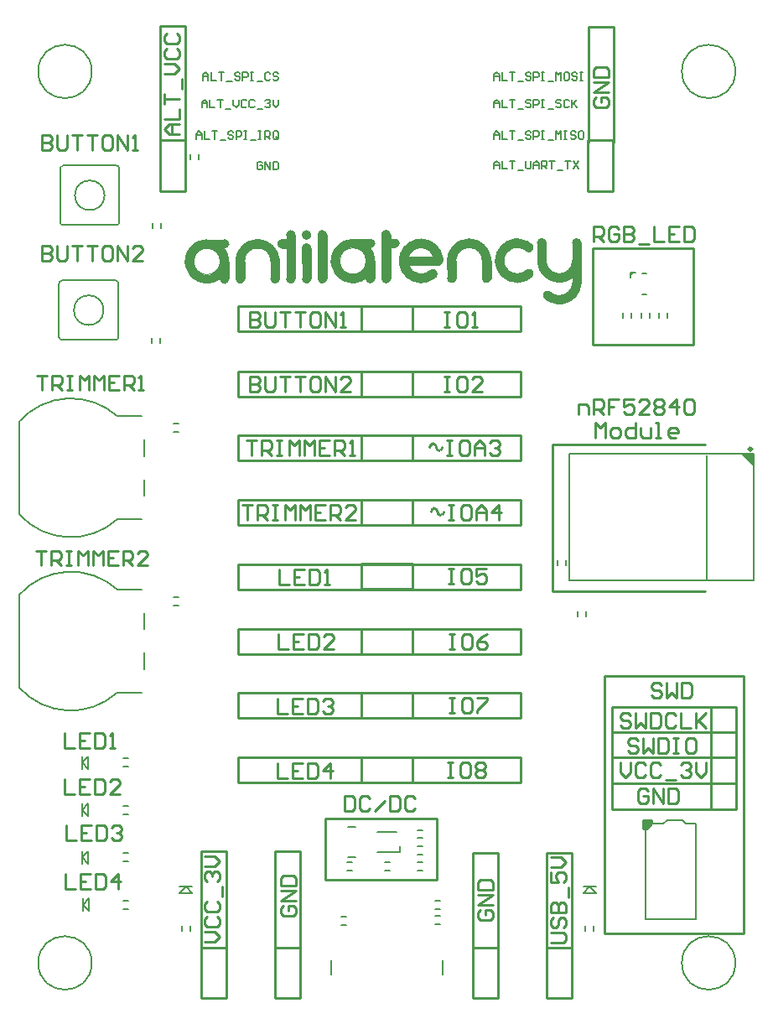
<source format=gto>
G04*
G04 #@! TF.GenerationSoftware,Altium Limited,Altium Designer,19.1.8 (144)*
G04*
G04 Layer_Color=65535*
%FSLAX25Y25*%
%MOIN*%
G70*
G01*
G75*
%ADD10C,0.00394*%
%ADD11C,0.00984*%
%ADD12C,0.00787*%
%ADD13C,0.01181*%
%ADD14C,0.01000*%
%ADD15C,0.00591*%
%ADD16C,0.00630*%
G36*
X-25179Y113897D02*
X-24700Y113693D01*
X-24253Y113277D01*
X-23976Y112734D01*
X-23971Y112699D01*
X-23924Y112219D01*
X-23924Y112219D01*
X-23924Y112219D01*
X-23879Y94841D01*
X-23882Y94773D01*
X-23907Y94623D01*
X-23952Y94442D01*
X-24031Y94132D01*
X-24278Y93734D01*
X-24300Y93705D01*
X-24441Y93560D01*
X-24520Y93496D01*
X-24600Y93431D01*
X-24774Y93321D01*
X-24820Y93299D01*
X-25170Y93175D01*
X-25379Y93138D01*
X-25447Y93130D01*
X-25712Y93119D01*
X-25950Y93154D01*
X-26246Y93226D01*
X-26248Y93227D01*
X-26278Y93240D01*
X-26551Y93401D01*
X-26741Y93542D01*
X-26930Y93741D01*
X-27116Y93974D01*
X-27236Y94221D01*
X-27304Y94514D01*
X-27345Y94813D01*
X-27353Y95173D01*
X-27397Y112185D01*
X-27397Y112190D01*
X-27397Y112201D01*
X-27396Y112349D01*
X-27346Y112635D01*
X-27251Y112909D01*
X-27112Y113164D01*
X-27041Y113256D01*
X-26716Y113588D01*
X-26715Y113588D01*
X-26715Y113588D01*
X-26312Y113824D01*
X-26298Y113830D01*
X-26191Y113869D01*
X-26129Y113887D01*
X-25656Y113951D01*
X-25656Y113951D01*
X-25179Y113897D01*
D02*
G37*
G36*
X52201Y110643D02*
X52201Y110643D01*
X52688Y110623D01*
X53651Y110473D01*
X54590Y110216D01*
X55495Y109854D01*
X56143Y109506D01*
X56565Y109247D01*
X56973Y108965D01*
X57304Y108706D01*
X57493Y108538D01*
X57600Y108432D01*
X57724Y108298D01*
X57798Y108205D01*
X57855Y108126D01*
X57923Y108012D01*
X57973Y107914D01*
X58098Y107600D01*
X58099Y107596D01*
X58108Y107559D01*
X58115Y107522D01*
X58118Y107503D01*
X58118Y107503D01*
X58121Y107489D01*
X58126Y107461D01*
X58126Y107458D01*
X58127Y106958D01*
Y106958D01*
X58003Y106512D01*
X57973Y106440D01*
X57927Y106354D01*
X57908Y106319D01*
X57887Y106284D01*
X57866Y106250D01*
X57855Y106233D01*
Y106233D01*
X57847Y106220D01*
X57830Y106195D01*
X57812Y106170D01*
X57795Y106146D01*
X57777Y106123D01*
X57761Y106101D01*
X57744Y106080D01*
X57726Y106059D01*
X57709Y106039D01*
X57692Y106020D01*
X57675Y106001D01*
X57658Y105983D01*
X57649Y105974D01*
X57640Y105964D01*
X57622Y105945D01*
X57603Y105927D01*
X57583Y105909D01*
X57574Y105900D01*
Y105900D01*
X57563Y105890D01*
X57541Y105870D01*
X57518Y105851D01*
X57495Y105832D01*
X57484Y105823D01*
X57441Y105788D01*
X57350Y105725D01*
X57256Y105669D01*
X57158Y105618D01*
X57092Y105590D01*
X57063Y105578D01*
X57033Y105566D01*
X57003Y105555D01*
X56988Y105550D01*
X56978Y105546D01*
X56958Y105540D01*
X56939Y105534D01*
X56919Y105528D01*
X56909Y105525D01*
X56901Y105523D01*
X56885Y105518D01*
X56870Y105514D01*
X56854Y105510D01*
X56839Y105506D01*
X56825Y105502D01*
X56811Y105499D01*
X56797Y105496D01*
X56784Y105493D01*
X56772Y105491D01*
X56760Y105488D01*
X56748Y105486D01*
X56741Y105485D01*
X56736Y105484D01*
X56725Y105482D01*
X56714Y105480D01*
X56703Y105478D01*
X56692Y105476D01*
X56682Y105475D01*
X56672Y105473D01*
X56662Y105472D01*
X56652Y105471D01*
X56641Y105469D01*
X56631Y105468D01*
X56621Y105467D01*
X56611Y105465D01*
X56602Y105464D01*
X56593Y105464D01*
X56584Y105463D01*
X56579Y105462D01*
X56509Y105457D01*
X56026Y105497D01*
X56005Y105501D01*
X55948Y105516D01*
X55898Y105531D01*
X55853Y105545D01*
X55809Y105561D01*
X55765Y105578D01*
X55722Y105596D01*
X55679Y105614D01*
X55638Y105634D01*
X55597Y105655D01*
X55555Y105678D01*
X55513Y105702D01*
X55472Y105728D01*
X55432Y105754D01*
X55391Y105782D01*
X55351Y105812D01*
X55311Y105843D01*
X55272Y105875D01*
X55253Y105891D01*
X55253D01*
X55229Y105913D01*
X55179Y105955D01*
X55129Y105997D01*
X55079Y106038D01*
X55053Y106058D01*
X55053D01*
X54971Y106121D01*
X54804Y106243D01*
X54632Y106359D01*
X54456Y106467D01*
X54366Y106518D01*
X54159Y106629D01*
X53729Y106822D01*
X53284Y106974D01*
X52826Y107085D01*
X52594Y107125D01*
Y107125D01*
X52594Y107125D01*
X52534Y107134D01*
X52415Y107149D01*
X52295Y107161D01*
X52175Y107170D01*
X52114Y107174D01*
X52077Y107175D01*
X52003Y107178D01*
X51928Y107180D01*
X51854Y107181D01*
X51817Y107181D01*
X51789Y107181D01*
X51733Y107180D01*
X51676Y107179D01*
X51620Y107177D01*
X51592Y107176D01*
X51550Y107174D01*
X51465Y107169D01*
X51380Y107162D01*
X51295Y107154D01*
X51252Y107150D01*
Y107150D01*
X51085Y107128D01*
X50754Y107070D01*
X50427Y106990D01*
X50106Y106889D01*
X49948Y106831D01*
X49597Y106680D01*
X48935Y106303D01*
X48334Y105835D01*
X47808Y105283D01*
X47576Y104981D01*
X47440Y104779D01*
X47197Y104357D01*
X46994Y103914D01*
X46834Y103455D01*
X46770Y103220D01*
X46770D01*
X46750Y103134D01*
X46713Y102962D01*
X46683Y102789D01*
X46659Y102614D01*
X46648Y102527D01*
X46644Y102485D01*
X46637Y102400D01*
X46630Y102314D01*
X46626Y102229D01*
X46624Y102187D01*
X46622Y102153D01*
X46620Y102086D01*
X46619Y102019D01*
X46619Y101953D01*
X46619Y101919D01*
X46619D01*
X46625Y101726D01*
X46658Y101343D01*
X46719Y100963D01*
X46810Y100588D01*
X46865Y100404D01*
X46865Y100404D01*
X46865D01*
X46883Y100349D01*
X46922Y100238D01*
X46963Y100129D01*
X47006Y100021D01*
X47028Y99967D01*
X47050Y99917D01*
X47094Y99819D01*
X47141Y99721D01*
X47189Y99625D01*
X47212Y99581D01*
X47214Y99577D01*
X47214Y99577D01*
X47241Y99526D01*
X47242Y99525D01*
X47297Y99425D01*
X47298Y99424D01*
X47356Y99325D01*
X47358Y99322D01*
X47416Y99227D01*
X47447Y99180D01*
X47447Y99178D01*
X47572Y98994D01*
X47843Y98642D01*
X48143Y98314D01*
X48469Y98012D01*
X48641Y97871D01*
X48706Y97821D01*
X48838Y97724D01*
X48973Y97631D01*
X49111Y97543D01*
X49181Y97500D01*
X49231Y97470D01*
X49232Y97470D01*
X49334Y97412D01*
X49334Y97411D01*
X49437Y97356D01*
X49439Y97355D01*
X49542Y97302D01*
X49582Y97282D01*
X49594Y97276D01*
X49644Y97252D01*
X49744Y97206D01*
X49845Y97162D01*
X49947Y97121D01*
X49998Y97101D01*
X49998Y97101D01*
X50229Y97018D01*
X50440Y96959D01*
X50703Y96886D01*
X51187Y96800D01*
X51509Y96775D01*
X51677Y96762D01*
X51678D01*
X51923Y96760D01*
X52004Y96762D01*
X52004Y96762D01*
X52042Y96764D01*
X52119Y96767D01*
X52196Y96772D01*
X52272Y96778D01*
X52310Y96781D01*
X52557Y96810D01*
X52781Y96852D01*
X53046Y96902D01*
X53523Y97041D01*
X53985Y97224D01*
X54209Y97333D01*
X54354Y97410D01*
X54636Y97579D01*
X54907Y97764D01*
X55165Y97966D01*
X55243Y98031D01*
X55424Y98165D01*
X55528Y98235D01*
X55604Y98281D01*
X55728Y98347D01*
X55899Y98415D01*
X56148Y98486D01*
X56341Y98501D01*
X56381Y98503D01*
X56402Y98503D01*
X56520Y98505D01*
X56683Y98494D01*
X56799Y98473D01*
X56859Y98461D01*
X56977Y98430D01*
X57127Y98377D01*
X57279Y98303D01*
X57540Y98146D01*
X57669Y98012D01*
X57779Y97874D01*
X57915Y97688D01*
X57957Y97607D01*
X57997Y97527D01*
X58020Y97481D01*
X58032Y97456D01*
X58138Y97149D01*
X58158Y96902D01*
X58164Y96683D01*
X58134Y96370D01*
X58028Y96040D01*
X58016Y96014D01*
X58001Y95985D01*
X57986Y95957D01*
X57973Y95934D01*
X57963Y95916D01*
X57952Y95899D01*
X57941Y95881D01*
X57931Y95865D01*
X57923Y95851D01*
X57620Y95500D01*
X57318Y95228D01*
X57125Y95055D01*
X56038Y94343D01*
X54856Y93802D01*
X53607Y93443D01*
X52963Y93359D01*
X52886Y93349D01*
X52732Y93331D01*
X52577Y93317D01*
X52422Y93305D01*
X52288Y93297D01*
X52176Y93292D01*
X52063Y93288D01*
X51950Y93286D01*
X51893Y93286D01*
X51837Y93286D01*
Y93286D01*
X51323Y93285D01*
X50304Y93405D01*
X49306Y93645D01*
X48344Y94002D01*
X47887Y94237D01*
X47517Y94427D01*
X46815Y94876D01*
X46159Y95389D01*
X45608Y95912D01*
X45281Y96277D01*
X44974Y96650D01*
X44869Y96783D01*
X44618Y97138D01*
X44384Y97505D01*
X44276Y97694D01*
X44110Y97985D01*
X43824Y98593D01*
X43586Y99222D01*
X43398Y99867D01*
X43330Y100195D01*
X43303Y100324D01*
X43257Y100584D01*
X43231Y100760D01*
X43178Y101238D01*
X43178Y101238D01*
X43158Y101594D01*
X43148Y101938D01*
X43154Y102194D01*
X43161Y102456D01*
X43197Y103167D01*
X43536Y104645D01*
X44125Y106042D01*
X44947Y107316D01*
X45978Y108427D01*
X47186Y109344D01*
X48534Y110037D01*
X49982Y110487D01*
X50734Y110583D01*
X50734Y110582D01*
X50734Y110582D01*
X51215Y110630D01*
X51269Y110634D01*
X51403Y110641D01*
X51519Y110646D01*
X51634Y110649D01*
X51704Y110650D01*
X52201Y110643D01*
D02*
G37*
G36*
X-31714Y113921D02*
X-31714Y113921D01*
D01*
X-31252Y113802D01*
X-30865Y113604D01*
X-30448Y113156D01*
X-30277Y112752D01*
X-30193Y112286D01*
X-30193Y112286D01*
X-30215Y111959D01*
X-30263Y111638D01*
X-30518Y111135D01*
X-30967Y110715D01*
X-31374Y110542D01*
X-31726Y110479D01*
X-31815Y110469D01*
X-32138Y110469D01*
X-32138Y110469D01*
X-32592Y110582D01*
X-32987Y110781D01*
X-33405Y111226D01*
X-33613Y111706D01*
X-33639Y111931D01*
X-33657Y112404D01*
Y112404D01*
X-33546Y112855D01*
X-33342Y113256D01*
X-32894Y113675D01*
X-32330Y113916D01*
X-32175Y113924D01*
X-31714Y113921D01*
D02*
G37*
G36*
X33206Y110609D02*
X33916Y110574D01*
X35396Y110236D01*
X36795Y109647D01*
X38071Y108824D01*
X39185Y107792D01*
X40103Y106583D01*
X40797Y105233D01*
X41247Y103783D01*
X41342Y103030D01*
X41342Y103030D01*
X41342Y103030D01*
X41389Y102550D01*
X41393Y102497D01*
X41397Y102421D01*
X41400Y102363D01*
X41405Y102248D01*
X41409Y102133D01*
X41410Y102017D01*
X41410Y101960D01*
X41427Y95450D01*
X41427Y95324D01*
X41420Y94836D01*
Y94836D01*
X41313Y94383D01*
X41268Y94265D01*
X41141Y94042D01*
X40983Y93839D01*
X40798Y93662D01*
X40693Y93588D01*
X40623Y93539D01*
X40476Y93455D01*
X40320Y93385D01*
X40159Y93332D01*
X40076Y93313D01*
X40051Y93307D01*
X39999Y93297D01*
X39947Y93289D01*
X39895Y93282D01*
X39855Y93278D01*
X39828Y93275D01*
X39800Y93274D01*
X39772Y93272D01*
X39758Y93272D01*
X39748Y93271D01*
X39727Y93271D01*
X39706Y93270D01*
X39686Y93270D01*
X39675Y93270D01*
X39666Y93270D01*
X39648Y93271D01*
X39630Y93271D01*
X39612Y93272D01*
X39593Y93273D01*
X39573Y93274D01*
X39553Y93276D01*
X39533Y93277D01*
X39462Y93284D01*
X39340Y93305D01*
X39219Y93335D01*
X39101Y93373D01*
X39021Y93406D01*
X38976Y93426D01*
X38932Y93447D01*
X38888Y93470D01*
X38849Y93491D01*
X38814Y93511D01*
X38780Y93532D01*
X38747Y93554D01*
X38730Y93565D01*
X38730D01*
X38714Y93576D01*
X38681Y93599D01*
X38649Y93623D01*
X38618Y93647D01*
X38603Y93660D01*
X38584Y93675D01*
X38548Y93707D01*
X38512Y93739D01*
X38478Y93773D01*
X38356Y93897D01*
X38186Y94142D01*
X38059Y94413D01*
X37979Y94700D01*
X37961Y94871D01*
X37958Y94917D01*
X37955Y94962D01*
X37954Y95008D01*
X37954Y95030D01*
X37936Y101951D01*
X37936Y101984D01*
X37935Y102051D01*
X37933Y102117D01*
X37931Y102184D01*
X37929Y102217D01*
X37885Y102670D01*
X37679Y103555D01*
X37323Y104391D01*
X36826Y105152D01*
X36205Y105816D01*
X35478Y106362D01*
X34668Y106773D01*
X33798Y107037D01*
X33349Y107111D01*
X33304Y107116D01*
X33214Y107126D01*
X33123Y107133D01*
X33032Y107139D01*
X32986Y107142D01*
X32952Y107143D01*
X32883Y107146D01*
X32815Y107148D01*
X32746Y107148D01*
X32712Y107148D01*
X32678Y107148D01*
X32612Y107147D01*
X32546Y107145D01*
X32479Y107142D01*
X32446Y107141D01*
X31993Y107097D01*
X31108Y106891D01*
X30272Y106535D01*
X29510Y106038D01*
X28846Y105417D01*
X28301Y104691D01*
X27890Y103880D01*
X27626Y103010D01*
X27551Y102561D01*
X27551D01*
X27546Y102516D01*
X27537Y102426D01*
X27529Y102335D01*
X27523Y102244D01*
X27521Y102198D01*
X27521Y102198D01*
X27519Y102164D01*
X27517Y102095D01*
X27515Y102027D01*
X27514Y101958D01*
X27514Y101924D01*
X27532Y94968D01*
X27532Y94952D01*
X27532Y94937D01*
X27532Y94921D01*
X27531Y94900D01*
X27530Y94872D01*
X27528Y94844D01*
X27526Y94816D01*
X27524Y94803D01*
X27518Y94739D01*
X27496Y94613D01*
X27466Y94489D01*
X27426Y94367D01*
X27401Y94308D01*
X27357Y94202D01*
X27242Y94003D01*
X27102Y93821D01*
X26939Y93659D01*
X26848Y93589D01*
Y93589D01*
X26772Y93531D01*
X26608Y93432D01*
X26434Y93352D01*
X26252Y93292D01*
X26158Y93272D01*
X26158Y93272D01*
X25680Y93238D01*
X25662Y93239D01*
X25644Y93241D01*
X25636Y93242D01*
X25572Y93247D01*
X25446Y93269D01*
X25321Y93299D01*
X25200Y93339D01*
X25119Y93373D01*
X25075Y93392D01*
X25032Y93413D01*
X24989Y93435D01*
X24968Y93447D01*
Y93447D01*
X24792Y93566D01*
X24620Y93719D01*
X24374Y93986D01*
X24292Y94104D01*
X24174Y94354D01*
X24069Y94810D01*
X24058Y95306D01*
X24041Y101849D01*
X24041Y101849D01*
X24053Y102344D01*
X24082Y102772D01*
X24169Y103382D01*
X24265Y103830D01*
X24384Y104280D01*
X24521Y104707D01*
X24678Y105125D01*
X24853Y105526D01*
X25047Y105918D01*
X25047Y105918D01*
X25047Y105918D01*
X25272Y106325D01*
X25587Y106823D01*
X26008Y107385D01*
X26374Y107802D01*
X26723Y108157D01*
D01*
X27085Y108491D01*
X27229Y108614D01*
X27606Y108910D01*
X27993Y109183D01*
X28145Y109282D01*
X28225Y109332D01*
X28225Y109332D01*
X28225Y109332D01*
X28294Y109375D01*
X28435Y109459D01*
X28578Y109540D01*
X28722Y109619D01*
X28795Y109657D01*
X28795Y109657D01*
X28795Y109657D01*
X28868Y109695D01*
X28970Y109745D01*
X29390Y109939D01*
Y109939D01*
X29816Y110116D01*
X30555Y110351D01*
X31363Y110523D01*
X32182Y110615D01*
X32214Y110616D01*
X32711Y110622D01*
X32711Y110622D01*
X33206Y110609D01*
D02*
G37*
G36*
X-51374Y110410D02*
X-51374Y110410D01*
Y110410D01*
X-51373Y110410D01*
X-50879Y110397D01*
X-50169Y110362D01*
X-48689Y110024D01*
X-47290Y109435D01*
X-46014Y108612D01*
X-44900Y107581D01*
X-43982Y106371D01*
X-43288Y105021D01*
X-42838Y103571D01*
X-42805Y103309D01*
X-42743Y102818D01*
X-42732Y102708D01*
X-42692Y102289D01*
X-42692Y102285D01*
X-42688Y102209D01*
X-42685Y102151D01*
X-42680Y102036D01*
X-42676Y101921D01*
X-42675Y101806D01*
X-42675Y101748D01*
X-42658Y95238D01*
X-42658Y95112D01*
X-42665Y94624D01*
Y94624D01*
X-42772Y94172D01*
X-42818Y94054D01*
X-42944Y93830D01*
X-43102Y93627D01*
X-43288Y93450D01*
X-43392Y93376D01*
X-43462Y93327D01*
X-43609Y93243D01*
X-43765Y93174D01*
X-43926Y93120D01*
X-43999Y93103D01*
X-44479Y93061D01*
X-44482Y93061D01*
X-44945Y93149D01*
X-44984Y93161D01*
X-45041Y93185D01*
X-45064Y93194D01*
X-45109Y93214D01*
X-45153Y93235D01*
X-45197Y93258D01*
X-45237Y93279D01*
X-45271Y93299D01*
X-45305Y93320D01*
X-45338Y93342D01*
X-45355Y93353D01*
X-45355D01*
X-45371Y93364D01*
X-45404Y93387D01*
X-45436Y93411D01*
X-45467Y93436D01*
X-45482Y93448D01*
X-45482D01*
X-45501Y93463D01*
X-45537Y93495D01*
X-45573Y93528D01*
X-45608Y93561D01*
X-45624Y93578D01*
X-45729Y93685D01*
X-45899Y93931D01*
X-46026Y94201D01*
X-46106Y94488D01*
X-46124Y94660D01*
X-46127Y94705D01*
X-46130Y94750D01*
X-46131Y94796D01*
X-46149Y101724D01*
X-46147Y101725D01*
X-46192Y102405D01*
X-46544Y103719D01*
X-47224Y104897D01*
X-48186Y105859D01*
X-49365Y106540D01*
X-50679Y106892D01*
X-52040D01*
X-53354Y106540D01*
X-54532Y105859D01*
X-55494Y104897D01*
X-56175Y103719D01*
X-56527Y102405D01*
X-56571Y101725D01*
X-56571Y101712D01*
X-56553Y94764D01*
X-56553D01*
Y94764D01*
X-56616Y94290D01*
X-56620Y94277D01*
X-56660Y94155D01*
X-56684Y94096D01*
X-56728Y93990D01*
X-56843Y93791D01*
X-56983Y93609D01*
X-57146Y93447D01*
X-57237Y93378D01*
X-57313Y93319D01*
X-57477Y93221D01*
X-57652Y93141D01*
X-57833Y93080D01*
X-57927Y93060D01*
X-57950Y93055D01*
X-57997Y93047D01*
X-58044Y93040D01*
X-58091Y93034D01*
X-58115Y93031D01*
X-58128Y93030D01*
X-58155Y93028D01*
X-58182Y93026D01*
X-58209Y93024D01*
X-58233Y93023D01*
X-58254Y93023D01*
X-58275Y93023D01*
X-58296Y93023D01*
X-58306Y93023D01*
X-58315Y93023D01*
X-58333Y93023D01*
X-58351Y93024D01*
X-58369Y93024D01*
X-58378Y93025D01*
X-58378Y93025D01*
X-58387Y93025D01*
X-58405Y93026D01*
X-58423Y93028D01*
X-58441Y93029D01*
X-58450Y93030D01*
X-58513Y93036D01*
X-58639Y93057D01*
X-58764Y93087D01*
X-58885Y93127D01*
X-58966Y93161D01*
X-59010Y93180D01*
X-59053Y93201D01*
X-59096Y93223D01*
X-59134Y93244D01*
X-59168Y93264D01*
X-59202Y93285D01*
X-59235Y93306D01*
X-59267Y93328D01*
X-59300Y93351D01*
X-59332Y93375D01*
X-59363Y93400D01*
X-59396Y93427D01*
X-59432Y93458D01*
X-59468Y93490D01*
X-59502Y93524D01*
X-59518Y93541D01*
X-59623Y93647D01*
X-59793Y93892D01*
X-59920Y94162D01*
X-60001Y94450D01*
X-60019Y94621D01*
X-60023Y94667D01*
X-60025Y94713D01*
X-60027Y94760D01*
X-60027Y94783D01*
X-60044Y101637D01*
X-60044Y101637D01*
X-60032Y102132D01*
X-60003Y102560D01*
X-59917Y103170D01*
X-59820Y103618D01*
X-59701Y104069D01*
X-59559Y104510D01*
X-59528Y104600D01*
X-59449Y104810D01*
X-59366Y105015D01*
X-59279Y105215D01*
X-59186Y105414D01*
X-59089Y105610D01*
X-59038Y105707D01*
X-58874Y106017D01*
X-58499Y106611D01*
X-58078Y107173D01*
X-57614Y107701D01*
X-57362Y107946D01*
X-57258Y108047D01*
X-57043Y108242D01*
X-56856Y108402D01*
X-56479Y108698D01*
D01*
X-56092Y108972D01*
X-55940Y109070D01*
X-55861Y109120D01*
X-55861Y109120D01*
X-55861Y109120D01*
X-55791Y109163D01*
X-55697Y109219D01*
X-55291Y109445D01*
X-54994Y109589D01*
X-54695Y109727D01*
Y109727D01*
X-54269Y109904D01*
X-53530Y110139D01*
X-52723Y110311D01*
X-51903Y110403D01*
X-51871Y110404D01*
X-51374Y110410D01*
D01*
D02*
G37*
G36*
X13796Y110570D02*
X13909Y110567D01*
X14022Y110563D01*
X14078Y110560D01*
X14829Y110520D01*
X16295Y110182D01*
X17681Y109598D01*
X18946Y108784D01*
X20052Y107766D01*
X20966Y106572D01*
X21662Y105238D01*
X22118Y103805D01*
X22220Y103060D01*
X22220Y103060D01*
X22231Y102981D01*
X22249Y102822D01*
X22265Y102663D01*
X22277Y102503D01*
X22282Y102423D01*
X22282Y102423D01*
X22286Y102365D01*
X22286Y102362D01*
X22298Y101867D01*
Y101867D01*
X22235Y101400D01*
X22036Y100942D01*
X21627Y100502D01*
X21093Y100226D01*
X20796Y100186D01*
X20791Y100185D01*
X20776Y100183D01*
X20761Y100181D01*
X20745Y100180D01*
X20728Y100178D01*
X20709Y100176D01*
X20689Y100174D01*
X20666Y100173D01*
X20640Y100172D01*
X20640Y100172D01*
X20636Y100172D01*
X20628Y100171D01*
X20621Y100171D01*
X20613Y100171D01*
X20609Y100171D01*
X20609Y100171D01*
X20604Y100171D01*
X20593Y100170D01*
X20582Y100170D01*
X20571Y100170D01*
X8707Y100139D01*
X8996Y99479D01*
X9832Y98307D01*
X10957Y97409D01*
X12284Y96853D01*
X12993Y96717D01*
X13038Y96711D01*
X13130Y96702D01*
X13221Y96695D01*
X13313Y96689D01*
X13359Y96686D01*
X13359Y96686D01*
X13359Y96686D01*
X13393Y96685D01*
X13460Y96682D01*
X13528Y96681D01*
X13595Y96680D01*
X13628Y96680D01*
X13629Y96680D01*
X13647Y96680D01*
X13679Y96680D01*
X13684Y96680D01*
X13719Y96681D01*
X13721Y96681D01*
X13756Y96682D01*
X13757Y96682D01*
X13774Y96682D01*
X13776Y96682D01*
X13814Y96684D01*
X13815Y96684D01*
X13894Y96687D01*
X13894Y96687D01*
X13973Y96692D01*
X13974Y96692D01*
X14053Y96698D01*
X14053Y96698D01*
X14092Y96701D01*
X14092Y96701D01*
X14119Y96704D01*
X14316Y96727D01*
X14760Y96806D01*
X15195Y96924D01*
X15618Y97079D01*
X15824Y97170D01*
X15993Y97253D01*
X16321Y97436D01*
X16635Y97643D01*
X16840Y97801D01*
X16933Y97872D01*
X17203Y98097D01*
X17411Y98213D01*
X17505Y98264D01*
X17706Y98346D01*
X17927Y98401D01*
X18050Y98414D01*
X18110Y98421D01*
X18272Y98427D01*
X18279Y98427D01*
X18398Y98419D01*
X18440Y98415D01*
X18501Y98408D01*
X18594Y98393D01*
X18736Y98359D01*
X18856Y98318D01*
X18878Y98309D01*
X19134Y98201D01*
X19136Y98200D01*
X19358Y98018D01*
X19493Y97894D01*
X19645Y97706D01*
X19764Y97512D01*
X19879Y97253D01*
X19930Y97030D01*
X19976Y96734D01*
X19978Y96702D01*
X19978Y96675D01*
X19978Y96648D01*
X19977Y96620D01*
X19975Y96593D01*
X19974Y96566D01*
X19971Y96538D01*
X19969Y96510D01*
X19965Y96481D01*
X19961Y96451D01*
X19957Y96422D01*
X19945Y96351D01*
X19919Y96241D01*
X19885Y96133D01*
X19844Y96027D01*
X19814Y95961D01*
X19799Y95933D01*
X19785Y95904D01*
X19770Y95876D01*
X19762Y95862D01*
X19757Y95853D01*
X19746Y95835D01*
X19736Y95817D01*
X19725Y95800D01*
X19715Y95784D01*
X19706Y95770D01*
X19697Y95757D01*
X19688Y95743D01*
X19683Y95736D01*
X19679Y95730D01*
X19671Y95718D01*
X19663Y95706D01*
X19654Y95695D01*
X19646Y95684D01*
X19639Y95674D01*
X19632Y95664D01*
X19624Y95655D01*
X19617Y95645D01*
X19610Y95636D01*
X19603Y95628D01*
X19596Y95619D01*
X19589Y95611D01*
X19582Y95603D01*
X19576Y95595D01*
X19569Y95587D01*
X19566Y95583D01*
X19566D01*
X19563Y95579D01*
X19556Y95572D01*
X19549Y95564D01*
X19542Y95556D01*
X19536Y95549D01*
X19530Y95542D01*
X19523Y95535D01*
X19517Y95529D01*
X19514Y95525D01*
X19511Y95522D01*
X19504Y95515D01*
X19498Y95508D01*
X19491Y95502D01*
X19488Y95498D01*
Y95498D01*
X19485Y95495D01*
X19480Y95490D01*
X19474Y95484D01*
X19468Y95478D01*
X19462Y95472D01*
X19456Y95466D01*
X19450Y95461D01*
X19444Y95455D01*
X19442Y95452D01*
X19417Y95429D01*
X19392Y95407D01*
X19392D01*
X19286Y95311D01*
X19066Y95128D01*
X18840Y94952D01*
X18609Y94783D01*
X18491Y94703D01*
X18202Y94507D01*
X17595Y94162D01*
X16963Y93867D01*
X16308Y93624D01*
X15972Y93530D01*
X15810Y93484D01*
X15482Y93406D01*
X15151Y93340D01*
X14818Y93287D01*
X14651Y93267D01*
X14579Y93259D01*
X14435Y93244D01*
X14290Y93232D01*
X14146Y93222D01*
X14073Y93218D01*
X14019Y93215D01*
X13910Y93211D01*
X13801Y93208D01*
X13693Y93206D01*
X13638Y93206D01*
X13638Y93206D01*
X13293Y93215D01*
X12945Y93232D01*
Y93232D01*
X12945Y93232D01*
X12228Y93287D01*
X10832Y93633D01*
X9512Y94203D01*
X8304Y94983D01*
X7240Y95950D01*
X6350Y97080D01*
X5658Y98340D01*
X5182Y99697D01*
X5059Y100405D01*
X5043Y100500D01*
X5021Y100647D01*
X4974Y101060D01*
X4965Y101147D01*
X4954Y101335D01*
X4938Y101661D01*
X4936Y101864D01*
X4937Y102047D01*
X4942Y102226D01*
X4954Y102485D01*
X4986Y102884D01*
X4997Y103000D01*
X5089Y103577D01*
X5221Y104146D01*
X5390Y104704D01*
X5493Y104977D01*
X5733Y105607D01*
X6400Y106777D01*
X7240Y107831D01*
X8232Y108743D01*
X8792Y109117D01*
X8792Y109117D01*
Y109117D01*
X9187Y109372D01*
X9800Y109706D01*
X10515Y110016D01*
X11181Y110235D01*
X11635Y110347D01*
X11635Y110347D01*
X12096Y110442D01*
X12321Y110478D01*
X12597Y110515D01*
X12762Y110531D01*
X12767Y110531D01*
X13197Y110560D01*
X13439Y110567D01*
X13758Y110571D01*
X13796Y110570D01*
D02*
G37*
G36*
X-6555Y110526D02*
X-6409Y110525D01*
X-6124Y110475D01*
X-5850Y110380D01*
X-5660Y110277D01*
X-5415Y110081D01*
X-5289Y109959D01*
X-5185Y109839D01*
X-5006Y109592D01*
X-5005Y109589D01*
X-4846Y109155D01*
X-4846Y109155D01*
X-4808Y108794D01*
X-4808Y108774D01*
X-4808Y108751D01*
X-4809Y108728D01*
X-4810Y108705D01*
X-4810Y108694D01*
X-4827Y108389D01*
X-5066Y107828D01*
X-5482Y107382D01*
X-5972Y107131D01*
X-6024Y107105D01*
X-6327Y107066D01*
X-6540Y107053D01*
X-6540D01*
X-6540Y107053D01*
X-6198Y106600D01*
X-5638Y105614D01*
X-5212Y104563D01*
X-4926Y103466D01*
X-4856Y102903D01*
X-4847Y102827D01*
X-4831Y102675D01*
X-4817Y102524D01*
X-4807Y102371D01*
X-4803Y102295D01*
X-4803Y102295D01*
X-4800Y102239D01*
X-4795Y102127D01*
X-4792Y102015D01*
X-4790Y101902D01*
X-4790Y101846D01*
X-4773Y95416D01*
X-4772Y94917D01*
Y94917D01*
X-4834Y94450D01*
X-4898Y94247D01*
X-5021Y94001D01*
X-5101Y93889D01*
X-5123Y93858D01*
X-5171Y93796D01*
X-5222Y93736D01*
X-5275Y93679D01*
X-5303Y93651D01*
Y93651D01*
X-5319Y93635D01*
X-5353Y93604D01*
X-5387Y93574D01*
X-5422Y93545D01*
X-5455Y93518D01*
X-5486Y93495D01*
X-5518Y93472D01*
X-5550Y93449D01*
X-5566Y93439D01*
Y93439D01*
X-5583Y93427D01*
X-5618Y93406D01*
X-5652Y93385D01*
X-5688Y93365D01*
X-5706Y93356D01*
X-5759Y93328D01*
X-5868Y93279D01*
X-5980Y93238D01*
X-6095Y93205D01*
X-6154Y93193D01*
X-6154Y93193D01*
X-6174Y93189D01*
X-6214Y93182D01*
X-6254Y93175D01*
X-6295Y93170D01*
X-6327Y93166D01*
X-6351Y93164D01*
X-6375Y93162D01*
X-6400Y93160D01*
X-6412Y93160D01*
X-6427Y93159D01*
X-6436Y93158D01*
X-6454Y93158D01*
X-6472Y93157D01*
X-6489Y93157D01*
X-6509Y93157D01*
X-6531Y93157D01*
X-6552Y93157D01*
X-6573Y93158D01*
X-6584Y93158D01*
X-6599Y93159D01*
X-6628Y93161D01*
X-6657Y93163D01*
X-6686Y93166D01*
X-6752Y93173D01*
X-6853Y93190D01*
X-6953Y93213D01*
X-7051Y93242D01*
X-7099Y93260D01*
X-7099Y93260D01*
X-7325Y93341D01*
X-7716Y93621D01*
X-8016Y93997D01*
X-8113Y94228D01*
X-8222Y94637D01*
X-8246Y94889D01*
X-8695Y94549D01*
X-9674Y93992D01*
X-10718Y93566D01*
X-11808Y93280D01*
X-12445Y93199D01*
X-12603Y93181D01*
X-12761Y93167D01*
X-12919Y93156D01*
X-13054Y93148D01*
X-13168Y93144D01*
X-13282Y93140D01*
X-13395Y93139D01*
X-13452Y93138D01*
X-13492Y93138D01*
X-13571Y93139D01*
X-13651Y93140D01*
X-13730Y93142D01*
X-13832Y93146D01*
X-14326Y93180D01*
X-14326D01*
X-14802Y93238D01*
X-15273Y93319D01*
X-15893Y93474D01*
X-16500Y93674D01*
X-16795Y93796D01*
X-16795Y93796D01*
X-17336Y94020D01*
X-18349Y94611D01*
X-19273Y95331D01*
X-20092Y96168D01*
X-20443Y96638D01*
X-20714Y97002D01*
X-21178Y97782D01*
X-21557Y98606D01*
X-21844Y99452D01*
X-21948Y99908D01*
X-22039Y100371D01*
X-22066Y100538D01*
X-22100Y100792D01*
X-22121Y100989D01*
X-22133Y101128D01*
X-22143Y101267D01*
X-22150Y101406D01*
X-22151Y101425D01*
X-22160Y101909D01*
Y101909D01*
X-22141Y102401D01*
X-22110Y102789D01*
X-22023Y103371D01*
X-21933Y103777D01*
X-21812Y104227D01*
X-21669Y104667D01*
X-21660Y104693D01*
X-21591Y104877D01*
X-21555Y104968D01*
X-21524Y105045D01*
X-21460Y105197D01*
X-21393Y105347D01*
X-21323Y105497D01*
X-21251Y105643D01*
X-21206Y105730D01*
X-20982Y106137D01*
D01*
X-20734Y106535D01*
X-20643Y106670D01*
X-20591Y106744D01*
X-20353Y107083D01*
X-19815Y107713D01*
X-19221Y108291D01*
X-18622Y108775D01*
X-18232Y109041D01*
Y109041D01*
X-17835Y109291D01*
X-17714Y109361D01*
X-17305Y109580D01*
X-16908Y109767D01*
X-16503Y109934D01*
X-16503Y109934D01*
X-16070Y110094D01*
X-15380Y110290D01*
X-14607Y110434D01*
X-13824Y110508D01*
X-13431Y110509D01*
X-6577Y110526D01*
X-6555Y110526D01*
D02*
G37*
G36*
X-64589Y110370D02*
X-64444Y110369D01*
X-64158Y110319D01*
X-63884Y110224D01*
X-63694Y110121D01*
X-63450Y109925D01*
X-63323Y109803D01*
X-63219Y109683D01*
X-63040Y109436D01*
X-63039Y109433D01*
X-62881Y108999D01*
X-62880Y108999D01*
X-62842Y108638D01*
X-62842Y108617D01*
X-62842Y108595D01*
X-62843Y108572D01*
X-62844Y108549D01*
X-62845Y108538D01*
X-62861Y108233D01*
X-63100Y107672D01*
X-63516Y107226D01*
X-64007Y106975D01*
X-64058Y106948D01*
X-64361Y106910D01*
X-64574Y106897D01*
X-64574D01*
X-64574Y106897D01*
X-64232Y106444D01*
X-63672Y105458D01*
X-63246Y104407D01*
X-62960Y103310D01*
X-62890Y102747D01*
X-62881Y102671D01*
X-62865Y102519D01*
X-62852Y102367D01*
X-62841Y102215D01*
X-62837Y102139D01*
X-62837Y102139D01*
X-62834Y102083D01*
X-62829Y101971D01*
X-62826Y101858D01*
X-62824Y101746D01*
X-62824Y101690D01*
X-62807Y95260D01*
X-62806Y94761D01*
Y94761D01*
X-62868Y94293D01*
X-62932Y94091D01*
X-63055Y93845D01*
X-63135Y93733D01*
X-63157Y93701D01*
X-63205Y93640D01*
X-63256Y93580D01*
X-63310Y93523D01*
X-63337Y93495D01*
Y93495D01*
X-63354Y93479D01*
X-63387Y93448D01*
X-63421Y93418D01*
X-63456Y93389D01*
X-63489Y93362D01*
X-63520Y93339D01*
X-63552Y93316D01*
X-63584Y93293D01*
X-63600Y93283D01*
Y93283D01*
X-63617Y93271D01*
X-63652Y93250D01*
X-63687Y93229D01*
X-63722Y93209D01*
X-63740Y93200D01*
X-63793Y93172D01*
X-63902Y93123D01*
X-64014Y93082D01*
X-64129Y93050D01*
X-64188Y93037D01*
X-64188Y93037D01*
X-64208Y93033D01*
X-64248Y93026D01*
X-64289Y93019D01*
X-64329Y93014D01*
X-64362Y93010D01*
X-64386Y93008D01*
X-64410Y93006D01*
X-64434Y93004D01*
X-64446Y93003D01*
X-64461Y93003D01*
X-64470Y93002D01*
X-64488Y93002D01*
X-64506Y93001D01*
X-64524Y93001D01*
X-64543Y93001D01*
X-64565Y93001D01*
X-64586Y93001D01*
X-64608Y93002D01*
X-64618Y93002D01*
X-64633Y93003D01*
X-64662Y93005D01*
X-64691Y93007D01*
X-64720Y93010D01*
X-64786Y93017D01*
X-64887Y93034D01*
X-64987Y93057D01*
X-65085Y93086D01*
X-65134Y93103D01*
X-65134Y93103D01*
X-65359Y93185D01*
X-65750Y93465D01*
X-66050Y93841D01*
X-66147Y94072D01*
X-66256Y94481D01*
X-66280Y94733D01*
X-66729Y94393D01*
X-67709Y93836D01*
X-68752Y93410D01*
X-69842Y93124D01*
X-70480Y93042D01*
X-70637Y93025D01*
X-70795Y93011D01*
X-70953Y93000D01*
X-71088Y92992D01*
X-71202Y92988D01*
X-71316Y92984D01*
X-71429Y92983D01*
X-71486Y92982D01*
X-71526Y92982D01*
X-71605Y92983D01*
X-71685Y92984D01*
X-71764Y92986D01*
X-71867Y92989D01*
X-72360Y93024D01*
X-72360D01*
X-72836Y93081D01*
X-73307Y93163D01*
X-73927Y93317D01*
X-74534Y93518D01*
X-74829Y93640D01*
X-74829Y93640D01*
X-75370Y93864D01*
X-76383Y94454D01*
X-77307Y95175D01*
X-78127Y96012D01*
X-78477Y96482D01*
X-78748Y96846D01*
X-79212Y97626D01*
X-79591Y98450D01*
X-79878Y99296D01*
X-79982Y99752D01*
X-80073Y100215D01*
X-80101Y100382D01*
X-80134Y100636D01*
X-80155Y100833D01*
X-80167Y100972D01*
X-80177Y101111D01*
X-80185Y101250D01*
X-80185Y101268D01*
X-80194Y101753D01*
Y101753D01*
X-80175Y102245D01*
X-80144Y102633D01*
X-80057Y103215D01*
X-79967Y103621D01*
X-79846Y104071D01*
X-79703Y104511D01*
X-79694Y104537D01*
X-79625Y104721D01*
X-79589Y104812D01*
X-79558Y104889D01*
X-79494Y105041D01*
X-79427Y105191D01*
X-79357Y105340D01*
X-79286Y105487D01*
X-79241Y105574D01*
X-79016Y105981D01*
D01*
X-78769Y106378D01*
X-78677Y106514D01*
X-78625Y106588D01*
X-78387Y106927D01*
X-77849Y107557D01*
X-77256Y108135D01*
X-76656Y108619D01*
X-76266Y108885D01*
Y108885D01*
X-75869Y109134D01*
X-75748Y109205D01*
X-75339Y109424D01*
X-74942Y109611D01*
X-74537Y109778D01*
X-74537Y109778D01*
X-74104Y109938D01*
X-73414Y110133D01*
X-72641Y110278D01*
X-71858Y110351D01*
X-71465Y110353D01*
X-64611Y110370D01*
X-64589Y110370D01*
D02*
G37*
G36*
X75905Y110722D02*
X75909Y110722D01*
X76470Y110483D01*
X76916Y110067D01*
X77194Y109525D01*
X77199Y109489D01*
X77246Y109009D01*
X77246Y109009D01*
X77246Y109009D01*
X77259Y103908D01*
X77264Y102061D01*
X77285Y93786D01*
X77286Y93299D01*
D01*
X77270Y92804D01*
X77239Y92170D01*
X76902Y90688D01*
X76313Y89286D01*
X75488Y88008D01*
X74455Y86893D01*
X73243Y85974D01*
X71890Y85280D01*
X70437Y84832D01*
X69683Y84737D01*
X69683Y84737D01*
Y84737D01*
X69202Y84691D01*
X69156Y84688D01*
X69120Y84686D01*
X68728Y84674D01*
X68437Y84675D01*
X68130Y84681D01*
X67824Y84690D01*
X66822Y84839D01*
X65845Y85104D01*
X64905Y85481D01*
X64461Y85724D01*
Y85724D01*
X64249Y85839D01*
X63839Y86093D01*
X63444Y86369D01*
X63256Y86517D01*
X63046Y86691D01*
X62994Y86736D01*
X62964Y86763D01*
X62911Y86811D01*
X62774Y86952D01*
X62679Y87061D01*
X62628Y87128D01*
X62510Y87290D01*
X62407Y87536D01*
X62335Y87760D01*
X62304Y87993D01*
X62309Y88379D01*
X62309Y88379D01*
X62334Y88467D01*
X62486Y88929D01*
X62709Y89264D01*
X62854Y89417D01*
X62865Y89426D01*
X62886Y89445D01*
X62908Y89464D01*
X62929Y89482D01*
X62941Y89491D01*
Y89491D01*
X62986Y89528D01*
X63083Y89596D01*
X63183Y89656D01*
X63288Y89709D01*
X63342Y89732D01*
X63356Y89738D01*
X63484Y89782D01*
X63556Y89801D01*
X63991Y89851D01*
X64013Y89853D01*
X64124Y89848D01*
X64273Y89838D01*
X64410Y89820D01*
X64632Y89742D01*
X64710Y89711D01*
X64904Y89617D01*
X65203Y89411D01*
X65222Y89395D01*
X65222Y89394D01*
X65304Y89326D01*
X65304Y89325D01*
X65387Y89258D01*
X65389Y89257D01*
X65472Y89193D01*
X65515Y89161D01*
X65515Y89161D01*
X65601Y89099D01*
X65774Y88981D01*
X65775Y88980D01*
X65866Y88924D01*
X65954Y88869D01*
X65955Y88868D01*
X66137Y88765D01*
X66230Y88715D01*
X66230Y88715D01*
X66404Y88630D01*
X66762Y88478D01*
X67130Y88354D01*
X67506Y88257D01*
X67697Y88219D01*
X67772Y88207D01*
X67922Y88185D01*
X68073Y88167D01*
X68224Y88154D01*
X68225Y88154D01*
X68300Y88149D01*
X68301Y88149D01*
X68340Y88147D01*
X68340Y88147D01*
X68419Y88143D01*
X68420Y88143D01*
X68498Y88141D01*
X68501Y88141D01*
X68577Y88140D01*
X68617Y88140D01*
X68694Y88141D01*
X68729Y88142D01*
X68730Y88142D01*
X68801Y88144D01*
X68802Y88144D01*
X68874Y88147D01*
X68874Y88147D01*
X68946Y88151D01*
X68946Y88151D01*
X68982Y88154D01*
X68982Y88154D01*
X69106Y88168D01*
X69418Y88204D01*
X70269Y88413D01*
X71074Y88762D01*
X71808Y89242D01*
X72452Y89837D01*
X72986Y90532D01*
X73397Y91306D01*
X73672Y92139D01*
X73756Y92570D01*
X73764Y92622D01*
X73778Y92728D01*
X73786Y92801D01*
X73786Y92801D01*
X73786Y92802D01*
X73789Y92834D01*
X73789Y92835D01*
X73799Y92940D01*
X73799Y92941D01*
X73802Y92993D01*
X73803Y92995D01*
X73805Y93031D01*
X73805Y93032D01*
X73809Y93105D01*
X73809Y93107D01*
X73812Y93179D01*
X73812Y93186D01*
X73814Y93253D01*
X73814Y93290D01*
X73813D01*
X73810Y94393D01*
X73810Y94592D01*
X73809Y94863D01*
X73808Y95103D01*
X73356Y94761D01*
X73356Y94761D01*
X73309Y94735D01*
X72370Y94201D01*
X71319Y93775D01*
X70221Y93489D01*
X69659Y93420D01*
X69583Y93410D01*
X69431Y93394D01*
X69279Y93381D01*
X69127Y93370D01*
X69096Y93368D01*
X68602Y93353D01*
X68602Y93353D01*
X68546Y93353D01*
X68436Y93354D01*
X68325Y93357D01*
X68214Y93361D01*
X68159Y93363D01*
X67399Y93400D01*
X65916Y93737D01*
X64514Y94326D01*
X63236Y95149D01*
X62120Y96183D01*
X61201Y97394D01*
X60506Y98746D01*
X60056Y100199D01*
X60023Y100462D01*
X59961Y100953D01*
X59961Y100956D01*
X59951Y101061D01*
X59911Y101482D01*
X59911Y101482D01*
X59907Y101558D01*
X59907Y101558D01*
X59904Y101616D01*
X59899Y101730D01*
X59896Y101844D01*
X59894Y101959D01*
X59894Y102016D01*
X59894Y102016D01*
X59877Y108552D01*
X59877Y109014D01*
X59877Y109014D01*
X59950Y109476D01*
X59954Y109488D01*
X60005Y109630D01*
X60036Y109698D01*
X60036D01*
X60079Y109789D01*
X60182Y109958D01*
X60305Y110115D01*
X60444Y110257D01*
X60522Y110319D01*
X60522D01*
X60601Y110384D01*
X60773Y110493D01*
X60957Y110580D01*
X61151Y110646D01*
X61251Y110667D01*
X61251Y110667D01*
X61274Y110672D01*
X61321Y110681D01*
X61367Y110688D01*
X61415Y110694D01*
X61452Y110698D01*
X61479Y110700D01*
X61506Y110702D01*
X61533Y110704D01*
X61546Y110704D01*
X61546Y110704D01*
X61557Y110704D01*
X61577Y110705D01*
X61598Y110705D01*
X61619Y110705D01*
X61764Y110698D01*
X62009Y110643D01*
X62106Y110620D01*
X62308Y110547D01*
X62509Y110438D01*
X62792Y110236D01*
X62911Y110122D01*
X63095Y109872D01*
X63234Y109595D01*
X63286Y109418D01*
X63351Y108945D01*
X63350Y108945D01*
X63351Y108945D01*
X63368Y102025D01*
X63369Y101992D01*
X63370Y101925D01*
X63371Y101859D01*
X63374Y101792D01*
X63376Y101759D01*
X63420Y101306D01*
X63626Y100421D01*
X63982Y99585D01*
X64478Y98823D01*
X65099Y98160D01*
X65826Y97614D01*
X66637Y97203D01*
X67493Y96943D01*
X67506Y96939D01*
X67955Y96864D01*
X67955Y96864D01*
X68001Y96859D01*
X68089Y96850D01*
X68091Y96850D01*
X68181Y96842D01*
X68182Y96842D01*
X68272Y96836D01*
X68273Y96836D01*
X68318Y96834D01*
X68318Y96834D01*
X68352Y96832D01*
X68353Y96832D01*
X68421Y96830D01*
X68422D01*
X68490Y96828D01*
X68490Y96828D01*
X68559Y96828D01*
X68559Y96828D01*
X68593Y96828D01*
X68593Y96828D01*
X68627Y96828D01*
X68696Y96829D01*
X68765Y96831D01*
X68833Y96834D01*
X68867Y96835D01*
X68867Y96835D01*
Y96835D01*
X69319Y96880D01*
X70203Y97087D01*
X71038Y97444D01*
X71798Y97940D01*
X72460Y98561D01*
X73005Y99287D01*
X73415Y100097D01*
X73679Y100966D01*
X73753Y101414D01*
X73753Y101414D01*
X73759Y101459D01*
X73768Y101550D01*
X73775Y101640D01*
X73775Y101641D01*
X73782Y101731D01*
X73782Y101732D01*
X73784Y101777D01*
X73784Y101777D01*
X73786Y101811D01*
X73786Y101812D01*
X73788Y101880D01*
X73788Y101881D01*
X73790Y101948D01*
X73790Y101951D01*
X73790Y102017D01*
X73790Y102051D01*
X73790Y102051D01*
X73790Y102052D01*
X73789Y102513D01*
X73786Y103899D01*
X73774Y108498D01*
X73773Y108997D01*
X73773Y108997D01*
X73839Y109463D01*
X73901Y109657D01*
X74013Y109878D01*
X74114Y110006D01*
X74308Y110249D01*
X74353Y110283D01*
X74419Y110332D01*
X74532Y110411D01*
X74881Y110624D01*
X74950Y110649D01*
X75412Y110739D01*
X75905Y110722D01*
D02*
G37*
G36*
X-22Y113966D02*
X48Y113955D01*
X248Y113896D01*
X314Y113875D01*
X341Y113863D01*
X389Y113839D01*
X696Y113662D01*
X839Y113557D01*
X889Y113517D01*
X750Y113630D01*
X750Y113630D01*
X991Y113435D01*
X1033Y113392D01*
X1203Y113147D01*
X1330Y112877D01*
X1411Y112590D01*
X1427Y112441D01*
X1427Y112441D01*
X1429Y112418D01*
X1433Y112372D01*
X1435Y112326D01*
X1437Y112280D01*
X1441Y110547D01*
X2654Y110550D01*
X3153Y110552D01*
X3153Y110552D01*
X3627Y110489D01*
X3824Y110427D01*
X4049Y110316D01*
X4426Y110019D01*
X4705Y109645D01*
X4713Y109631D01*
X4723Y109613D01*
X4750Y109562D01*
X4797Y109457D01*
X4836Y109348D01*
X4868Y109237D01*
X4876Y109202D01*
X4917Y108719D01*
Y108719D01*
X4834Y108261D01*
X4661Y107854D01*
X4245Y107408D01*
X3703Y107130D01*
X3401Y107091D01*
X3385Y107090D01*
X3355Y107086D01*
X3325Y107084D01*
X3294Y107081D01*
X3279Y107080D01*
X3267Y107080D01*
X3244Y107079D01*
X3221Y107078D01*
X3199Y107078D01*
X3187Y107078D01*
X1450Y107073D01*
X1481Y94914D01*
X1481D01*
X1481Y94852D01*
X1480Y94839D01*
X1479Y94812D01*
X1477Y94785D01*
X1475Y94758D01*
X1467Y94673D01*
X1442Y94533D01*
X1405Y94394D01*
X1357Y94260D01*
X1328Y94195D01*
X1287Y94103D01*
X1183Y93931D01*
X1060Y93771D01*
X920Y93627D01*
X843Y93564D01*
X843D01*
X762Y93498D01*
X588Y93387D01*
X401Y93298D01*
X206Y93231D01*
X104Y93210D01*
X81Y93205D01*
X35Y93197D01*
X-11Y93190D01*
X-57Y93184D01*
X-94Y93180D01*
X-121Y93178D01*
X-148Y93176D01*
X-175Y93174D01*
X-199Y93173D01*
X-220Y93173D01*
X-240Y93173D01*
X-261Y93173D01*
X-443Y93183D01*
X-443Y93183D01*
X-896Y93296D01*
X-897Y93296D01*
X-952Y93319D01*
X-1005Y93345D01*
X-1032Y93358D01*
X-1050Y93367D01*
X-1086Y93387D01*
X-1121Y93407D01*
X-1156Y93428D01*
X-1190Y93449D01*
X-1222Y93471D01*
X-1254Y93493D01*
X-1286Y93516D01*
X-1319Y93542D01*
X-1354Y93571D01*
X-1388Y93600D01*
X-1421Y93630D01*
X-1438Y93645D01*
D01*
X-1744Y94018D01*
X-1877Y94285D01*
X-1965Y94585D01*
X-1985Y94764D01*
X-1989Y94812D01*
X-1991Y94860D01*
X-1993Y94908D01*
X-2038Y112275D01*
X-2038D01*
X-1974Y112749D01*
X-1959Y112805D01*
X-1905Y112952D01*
X-1871Y113022D01*
X-1829Y113113D01*
X-1722Y113283D01*
X-1720Y113285D01*
X-1377Y113643D01*
Y113643D01*
X-976Y113882D01*
X-953Y113893D01*
X-833Y113934D01*
X-502Y113992D01*
X-387Y113997D01*
X-22Y113966D01*
D02*
G37*
G36*
X-31884Y108719D02*
X-31861Y108719D01*
X-31839Y108718D01*
X-31816Y108717D01*
X-31804Y108716D01*
X-31500Y108700D01*
X-30939Y108461D01*
X-30493Y108045D01*
X-30215Y107503D01*
X-30211Y107467D01*
X-30163Y106987D01*
X-30162Y106487D01*
X-30133Y95281D01*
X-30133Y95161D01*
X-30138Y94750D01*
X-30177Y94504D01*
X-30242Y94219D01*
X-30261Y94163D01*
X-30294Y94095D01*
X-30294Y94095D01*
X-30335Y94005D01*
X-30439Y93837D01*
X-30560Y93681D01*
X-30698Y93540D01*
X-30775Y93478D01*
X-30855Y93413D01*
X-31028Y93304D01*
X-31212Y93216D01*
X-31239Y93207D01*
X-31503Y93144D01*
X-31631Y93122D01*
X-31643Y93120D01*
X-31823Y93104D01*
X-31997Y93111D01*
X-32095Y93121D01*
X-32357Y93160D01*
X-32415Y93179D01*
X-32690Y93315D01*
X-32831Y93402D01*
X-33097Y93608D01*
X-33097D01*
X-33386Y93989D01*
X-33490Y94210D01*
X-33558Y94504D01*
X-33599Y94799D01*
X-33607Y95162D01*
X-33637Y106953D01*
X-33637Y106958D01*
X-33637Y106969D01*
X-33636Y107117D01*
X-33586Y107403D01*
X-33491Y107677D01*
X-33352Y107932D01*
X-33263Y108047D01*
X-32955Y108356D01*
X-32692Y108526D01*
Y108526D01*
X-32642Y108553D01*
X-32537Y108598D01*
X-32431Y108637D01*
X-32321Y108668D01*
X-32245Y108685D01*
X-32203Y108693D01*
X-32160Y108700D01*
X-32118Y108706D01*
X-32097Y108708D01*
X-32084Y108710D01*
X-32059Y108712D01*
X-32035Y108714D01*
X-32010Y108716D01*
X-31997Y108716D01*
X-31970Y108718D01*
X-31961Y108718D01*
X-31942Y108719D01*
X-31924Y108719D01*
X-31905Y108719D01*
X-31884Y108719D01*
D02*
G37*
G36*
X-38098Y113893D02*
X-37903Y113877D01*
X-37560Y113797D01*
X-37409Y113731D01*
X-37261Y113647D01*
X-37191Y113599D01*
X-37086Y113525D01*
X-36899Y113349D01*
X-36801Y113224D01*
X-36566Y112804D01*
X-36500Y112531D01*
X-36485Y112443D01*
X-36449Y112186D01*
X-36447Y111743D01*
X-36403Y94836D01*
X-36403Y94812D01*
X-36404Y94764D01*
X-36407Y94715D01*
X-36411Y94667D01*
X-36413Y94643D01*
X-36430Y94488D01*
X-36516Y94187D01*
X-36648Y93920D01*
X-36952Y93546D01*
Y93546D01*
X-37254Y93326D01*
X-37574Y93162D01*
X-37801Y93117D01*
X-38025Y93073D01*
X-38278Y93089D01*
X-38508Y93108D01*
X-38878Y93237D01*
X-39232Y93452D01*
X-39570Y93812D01*
X-39574Y93818D01*
X-39679Y93990D01*
X-39720Y94081D01*
X-39720Y94081D01*
X-39750Y94146D01*
X-39799Y94280D01*
X-39836Y94418D01*
X-39862Y94558D01*
X-39869Y94630D01*
X-39869Y94630D01*
X-39870Y94643D01*
X-39873Y94670D01*
X-39874Y94697D01*
X-39876Y94724D01*
X-39877Y94745D01*
X-39877Y94761D01*
X-39877Y94776D01*
X-39878Y94792D01*
X-39878Y94800D01*
X-39878Y94800D01*
X-39909Y106959D01*
X-41238Y106955D01*
X-41738Y106956D01*
X-41738Y106956D01*
Y106956D01*
X-42209Y107027D01*
X-42706Y107279D01*
X-43124Y107722D01*
X-43366Y108282D01*
X-43381Y108628D01*
X-43346Y109070D01*
X-43339Y109104D01*
X-43307Y109216D01*
X-43268Y109324D01*
X-43222Y109430D01*
X-43195Y109482D01*
X-43185Y109500D01*
X-43166Y109535D01*
X-43145Y109570D01*
X-43124Y109605D01*
X-43113Y109622D01*
X-43102Y109638D01*
X-43080Y109671D01*
X-43057Y109704D01*
X-43033Y109736D01*
X-43006Y109769D01*
X-42977Y109804D01*
X-42947Y109838D01*
X-42916Y109872D01*
X-42900Y109888D01*
X-42658Y110097D01*
X-42230Y110323D01*
X-42104Y110363D01*
X-41630Y110428D01*
X-41630D01*
X-41630Y110428D01*
X-41131Y110429D01*
X-39918Y110433D01*
X-39923Y112165D01*
X-39922Y112210D01*
X-39919Y112256D01*
X-39916Y112301D01*
X-39899Y112472D01*
X-39820Y112760D01*
X-39695Y113031D01*
X-39609Y113157D01*
X-39281Y113516D01*
X-39154Y113612D01*
X-38722Y113812D01*
X-38379Y113898D01*
X-38362Y113902D01*
X-38098Y113893D01*
D02*
G37*
G36*
X145925Y24961D02*
X145925Y24862D01*
X145925Y19980D01*
X140807Y25098D01*
X142854Y25098D01*
X145925Y25098D01*
X145925Y24961D01*
D02*
G37*
G36*
X105315Y-121850D02*
X103150Y-123898D01*
X101772Y-123898D01*
Y-120453D01*
X105315Y-120453D01*
Y-121850D01*
D02*
G37*
%LPC*%
G36*
X14163Y107096D02*
X13762Y107096D01*
X13762Y107096D01*
X13359Y107096D01*
X12561Y106972D01*
X11791Y106728D01*
X11069Y106368D01*
X10410Y105901D01*
X9830Y105340D01*
X9344Y104695D01*
X9026Y104104D01*
X8962Y103984D01*
X8828Y103603D01*
X9158Y103604D01*
X9358Y103605D01*
X9690Y103606D01*
X18133Y103635D01*
X18663Y103637D01*
X18663Y103637D01*
X18529Y104014D01*
X18463Y104136D01*
X18149Y104719D01*
X17665Y105357D01*
X17089Y105914D01*
X16435Y106376D01*
X15718Y106732D01*
X14954Y106974D01*
X14256Y107082D01*
X14163Y107096D01*
D02*
G37*
G36*
X-13007Y107087D02*
X-14175D01*
X-15145Y106894D01*
X-16059Y106515D01*
X-16881Y105966D01*
X-17580Y105267D01*
X-18129Y104445D01*
X-18508Y103531D01*
X-18701Y102561D01*
Y101356D01*
X-18500Y100348D01*
X-18107Y99399D01*
X-17536Y98545D01*
X-16810Y97818D01*
X-15955Y97247D01*
X-15006Y96854D01*
X-13998Y96653D01*
X-12925D01*
X-11926Y96852D01*
X-10985Y97242D01*
X-10138Y97808D01*
X-9418Y98528D01*
X-8852Y99375D01*
X-8462Y100316D01*
X-8264Y101315D01*
Y102343D01*
X-8466Y103359D01*
X-8862Y104317D01*
X-9438Y105179D01*
X-10171Y105912D01*
X-11033Y106488D01*
X-11991Y106884D01*
X-13007Y107087D01*
D02*
G37*
G36*
X-70980Y106791D02*
X-72148D01*
X-73118Y106598D01*
X-74031Y106220D01*
X-74853Y105671D01*
X-75553Y104972D01*
X-76102Y104149D01*
X-76480Y103236D01*
X-76673Y102266D01*
Y101061D01*
X-76473Y100053D01*
X-76079Y99104D01*
X-75509Y98249D01*
X-74782Y97523D01*
X-73928Y96952D01*
X-72978Y96559D01*
X-71970Y96358D01*
X-70898D01*
X-69899Y96557D01*
X-68958Y96947D01*
X-68111Y97513D01*
X-67391Y98233D01*
X-66825Y99080D01*
X-66435Y100021D01*
X-66236Y101020D01*
Y102048D01*
X-66438Y103064D01*
X-66835Y104022D01*
X-67411Y104884D01*
X-68144Y105617D01*
X-69006Y106193D01*
X-69963Y106589D01*
X-70980Y106791D01*
D02*
G37*
%LPD*%
D10*
X-8264Y101825D02*
G03*
X-8264Y101825I-5211J0D01*
G01*
X-59407Y104913D02*
G03*
X-59701Y104069I8077J-3281D01*
G01*
X-59038Y105707D02*
G03*
X-59407Y104913I7791J-4108D01*
G01*
X-57362Y107946D02*
G03*
X-59038Y105707I6229J-6411D01*
G01*
X-56479Y108698D02*
G03*
X-57362Y107946I5323J-7137D01*
G01*
X-55861Y109120D02*
G03*
X-56479Y108698I4648J-7483D01*
G01*
X-55291Y109445D02*
G03*
X-55861Y109120I4030J-7732D01*
G01*
X-54695Y109727D02*
G03*
X-55291Y109445I3394J-7934D01*
G01*
X-51490Y110409D02*
G03*
X-54695Y109727I124J-8450D01*
G01*
X-50927Y110400D02*
G03*
X-51374Y110410I-431J-8815D01*
G01*
X-42743Y102818D02*
G03*
X-50927Y110400I-8618J-1095D01*
G01*
X-42688Y102209D02*
G03*
X-42743Y102818I-8721J-478D01*
G01*
X-42675Y101748D02*
G03*
X-42688Y102209I-8825J-22D01*
G01*
X4182Y110226D02*
G03*
X3153Y110552I-1026J-1454D01*
G01*
X4426Y110019D02*
G03*
X4182Y110226I-1267J-1243D01*
G01*
X4547Y109882D02*
G03*
X4426Y110019I-1374J-1093D01*
G01*
X4640Y109753D02*
G03*
X4547Y109882I-1453J-953D01*
G01*
X4723Y109613D02*
G03*
X4640Y109753I-1521J-803D01*
G01*
X4881Y109180D02*
G03*
X4723Y109613I-1657J-359D01*
G01*
X4908Y109011D02*
G03*
X4881Y109180I-1690J-191D01*
G01*
X4917Y108912D02*
G03*
X4908Y109011I-1717J-94D01*
G01*
X4919Y108810D02*
G03*
X4918Y108885I-1783J5D01*
G01*
X4917Y108719D02*
G03*
X4919Y108810I-1762J96D01*
G01*
X3401Y107091D02*
G03*
X4917Y108719I-219J1724D01*
G01*
X3279Y107080D02*
G03*
X3401Y107091I-95J1744D01*
G01*
X3187Y107078D02*
G03*
X3279Y107080I-5J1765D01*
G01*
X1481Y94852D02*
G03*
X1481Y94914I-1769J58D01*
G01*
X1474Y94744D02*
G03*
X1481Y94852I-1746J165D01*
G01*
X1328Y94195D02*
G03*
X1474Y94744I-1573J711D01*
G01*
X843Y93564D02*
G03*
X1328Y94195I-1102J1350D01*
G01*
X104Y93210D02*
G03*
X843Y93564I-357J1693D01*
G01*
X-81Y93181D02*
G03*
X104Y93210I-173J1726D01*
G01*
X-189Y93174D02*
G03*
X-81Y93181I-66J1752D01*
G01*
X-272Y93173D02*
G03*
X-189Y93174I16J1771D01*
G01*
X-343Y93175D02*
G03*
X-272Y93173I88J1788D01*
G01*
X-443Y93183D02*
G03*
X-343Y93175I184J1710D01*
G01*
X-813Y93265D02*
G03*
X-443Y93183I552J1603D01*
G01*
X-1032Y93358D02*
G03*
X-813Y93265I773J1515D01*
G01*
X-1173Y93439D02*
G03*
X-1032Y93358I922J1451D01*
G01*
X-1301Y93528D02*
G03*
X-1173Y93439I1060J1376D01*
G01*
X-1438Y93645D02*
G03*
X-1301Y93528I1207J1274D01*
G01*
X-1982Y94740D02*
G03*
X-1438Y93645I1770J197D01*
G01*
X-1993Y94933D02*
G03*
X-1982Y94740I1789J4D01*
G01*
X-2037Y112320D02*
G03*
X-2038Y112275I1768J-40D01*
G01*
X-2032Y112422D02*
G03*
X-2037Y112320I1749J-142D01*
G01*
X-1871Y113022D02*
G03*
X-2032Y112422I1559J-739D01*
G01*
X-1377Y113643D02*
G03*
X-1871Y113022I1081J-1369D01*
G01*
X-669Y113978D02*
G03*
X-1377Y113643I366J-1692D01*
G01*
X-475Y114008D02*
G03*
X-669Y113977I173J-1727D01*
G01*
X-367Y114015D02*
G03*
X-475Y114008I66J-1753D01*
G01*
X-284Y114016D02*
G03*
X-367Y114015I-16J-1772D01*
G01*
X-212Y114014D02*
G03*
X-284Y114016I-88J-1788D01*
G01*
X-140Y114009D02*
G03*
X-212Y114014I-156J-1714D01*
G01*
X354Y113888D02*
G03*
X-140Y114009I-647J-1564D01*
G01*
X527Y113804D02*
G03*
X354Y113888I-825J-1492D01*
G01*
X661Y113722D02*
G03*
X527Y113804I-967J-1425D01*
G01*
X788Y113627D02*
G03*
X661Y113722I-1105J-1345D01*
G01*
X928Y113499D02*
G03*
X788Y113627I-1256J-1230D01*
G01*
X1427Y112441D02*
G03*
X928Y113499I-1771J-188D01*
G01*
X1437Y112257D02*
G03*
X1427Y112441I-1792J-5D01*
G01*
X75514Y110741D02*
G03*
X75439Y110740I-5J-1783D01*
G01*
X75605Y110739D02*
G03*
X75514Y110741I-96J-1762D01*
G01*
X77233Y109222D02*
G03*
X75605Y110739I-1724J-219D01*
G01*
X77244Y109100D02*
G03*
X77233Y109222I-1744J-95D01*
G01*
X77246Y109009D02*
G03*
X77244Y109100I-1765J-5D01*
G01*
X77276Y92930D02*
G03*
X77286Y93299I-8809J422D01*
G01*
X69683Y84737D02*
G03*
X77276Y92930I-1080J8617D01*
G01*
X69081Y84684D02*
G03*
X69683Y84737I-472J8723D01*
G01*
X68626Y84671D02*
G03*
X69081Y84684I-22J8827D01*
G01*
X68331Y84675D02*
G03*
X68626Y84671I270J8788D01*
G01*
X64461Y85724D02*
G03*
X68331Y84675I4128J7565D01*
G01*
X62884Y86826D02*
G03*
X64461Y85724I5756J6559D01*
G01*
X62814Y86890D02*
G03*
X62838Y86868I1314J1355D01*
G01*
X62791Y86913D02*
G03*
X62814Y86890I1324J1318D01*
G01*
X62765Y86940D02*
G03*
X62791Y86913I1335J1277D01*
G01*
X62739Y86967D02*
G03*
X62765Y86940I1346J1236D01*
G01*
X62712Y86998D02*
G03*
X62739Y86967I1359J1192D01*
G01*
X62685Y87029D02*
G03*
X62712Y86998I1371J1148D01*
G01*
X62657Y87064D02*
G03*
X62685Y87029I1385J1101D01*
G01*
X62627Y87103D02*
G03*
X62657Y87064I1401J1050D01*
G01*
X62595Y87146D02*
G03*
X62627Y87103I1418J997D01*
G01*
X62559Y87200D02*
G03*
X62595Y87146I1440J932D01*
G01*
X62518Y87267D02*
G03*
X62559Y87200I1466J855D01*
G01*
X62345Y87682D02*
G03*
X62518Y87267I1612J426D01*
G01*
X62314Y87826D02*
G03*
X62345Y87682I1655J285D01*
G01*
X62298Y87940D02*
G03*
X62314Y87826I1688J174D01*
G01*
X62291Y88045D02*
G03*
X62298Y87940I1713J71D01*
G01*
X62290Y88146D02*
G03*
X62291Y88045I1732J-30D01*
G01*
X62295Y88255D02*
G03*
X62290Y88146I1745J-139D01*
G01*
X62309Y88379D02*
G03*
X62295Y88255I1749J-265D01*
G01*
X62486Y88929D02*
G03*
X62309Y88379I1602J-819D01*
G01*
X62570Y89075D02*
G03*
X62486Y88929I1507J-960D01*
G01*
X62641Y89178D02*
G03*
X62570Y89075I1420J-1053D01*
G01*
X62709Y89264D02*
G03*
X62641Y89178I1338J-1128D01*
G01*
X62779Y89342D02*
G03*
X62709Y89264I1254J-1195D01*
G01*
X62854Y89417D02*
G03*
X62779Y89342I1165J-1256D01*
G01*
X62941Y89491D02*
G03*
X62854Y89417I1067J-1319D01*
G01*
X63342Y89732D02*
G03*
X62941Y89491I648J-1537D01*
G01*
X63455Y89775D02*
G03*
X63342Y89732I540J-1589D01*
G01*
X63529Y89798D02*
G03*
X63455Y89775I471J-1629D01*
G01*
X63593Y89815D02*
G03*
X63529Y89798I412J-1663D01*
G01*
X63644Y89827D02*
G03*
X63593Y89815I365J-1692D01*
G01*
X63693Y89837D02*
G03*
X63644Y89827I320J-1719D01*
G01*
X63737Y89845D02*
G03*
X63693Y89837I279J-1745D01*
G01*
X63778Y89851D02*
G03*
X63737Y89845I241J-1769D01*
G01*
X63819Y89856D02*
G03*
X63778Y89851I203J-1793D01*
G01*
X63855Y89859D02*
G03*
X63819Y89856I169J-1817D01*
G01*
X63892Y89863D02*
G03*
X63855Y89859I134J-1840D01*
G01*
X63925Y89865D02*
G03*
X63892Y89863I102J-1862D01*
G01*
X63958Y89866D02*
G03*
X63925Y89865I70J-1883D01*
G01*
X64205Y89859D02*
G03*
X64025Y89868I-176J-1703D01*
G01*
X64449Y89815D02*
G03*
X64205Y89859I-422J-1670D01*
G01*
X64635Y89757D02*
G03*
X64449Y89815I-612J-1630D01*
G01*
X64814Y89679D02*
G03*
X64635Y89757I-796J-1568D01*
G01*
X64998Y89571D02*
G03*
X64814Y89679I-988J-1476D01*
G01*
X65181Y89430D02*
G03*
X64998Y89571I-1182J-1349D01*
G01*
X65181Y89430D02*
G03*
X65515Y89161I3469J3965D01*
G01*
X65515D02*
G03*
X66230Y88715I3116J4207D01*
G01*
X66230D02*
G03*
X67697Y88220I2369J4588D01*
G01*
D02*
G03*
X68300Y88149I903J5095D01*
G01*
D02*
G03*
X68617Y88140I303J5222D01*
G01*
X68694Y88141D02*
G03*
X68982Y88154I-90J5281D01*
G01*
D02*
G03*
X73756Y92570I-379J5199D01*
G01*
D02*
G03*
X73802Y92993I-5168J777D01*
G01*
X73802D02*
G03*
X73814Y93290I-5269J357D01*
G01*
X69659Y93420D02*
G03*
X73808Y95103I-1063J8575D01*
G01*
X69051Y93366D02*
G03*
X69659Y93420I-466J8721D01*
G01*
X68602Y93353D02*
G03*
X69051Y93366I-22J8823D01*
G01*
X68159Y93363D02*
G03*
X68602Y93353I420J8819D01*
G01*
X59961Y100953D02*
G03*
X68159Y93363I8619J1087D01*
G01*
X59907Y101558D02*
G03*
X59961Y100953I8724J475D01*
G01*
X59894Y102016D02*
G03*
X59907Y101558I8828J22D01*
G01*
X59877Y109014D02*
G03*
X59876Y108964I1768J-46D01*
G01*
X59883Y109120D02*
G03*
X59877Y109014I1748J-151D01*
G01*
X60036Y109698D02*
G03*
X59883Y109120I1565J-726D01*
G01*
X60522Y110319D02*
G03*
X60036Y109698I1096J-1356D01*
G01*
X61251Y110667D02*
G03*
X60522Y110319I360J-1693D01*
G01*
X61438Y110697D02*
G03*
X61251Y110667I173J-1726D01*
G01*
X61546Y110704D02*
G03*
X61438Y110697I66J-1752D01*
G01*
X61629Y110705D02*
G03*
X61546Y110704I-16J-1771D01*
G01*
X61701Y110703D02*
G03*
X61629Y110705I-88J-1788D01*
G01*
X61784Y110697D02*
G03*
X61701Y110703I-167J-1711D01*
G01*
X62216Y110597D02*
G03*
X61784Y110697I-596J-1585D01*
G01*
X62406Y110512D02*
G03*
X62216Y110597I-789J-1508D01*
G01*
X62542Y110433D02*
G03*
X62406Y110512I-933J-1445D01*
G01*
X62667Y110343D02*
G03*
X62542Y110433I-1068J-1370D01*
G01*
X62799Y110229D02*
G03*
X62667Y110343I-1211J-1270D01*
G01*
X63339Y109143D02*
G03*
X62799Y110229I-1770J-202D01*
G01*
X63351Y108945D02*
G03*
X63339Y109143I-1789J-4D01*
G01*
X63368Y102025D02*
G03*
X63376Y101759I5297J13D01*
G01*
D02*
G03*
X67955Y96864I5204J280D01*
G01*
X67955Y96864D02*
G03*
X68318Y96834I621J5205D01*
G01*
X68318Y96834D02*
G03*
X68593Y96828I261J5290D01*
G01*
D02*
G03*
X68867Y96835I-13J5295D01*
G01*
Y96835D02*
G03*
X73753Y101414I-289J5204D01*
G01*
Y101414D02*
G03*
X73784Y101777I-5202J621D01*
G01*
X73784D02*
G03*
X73790Y102051I-5287J261D01*
G01*
X73773Y108997D02*
G03*
X73772Y108972I1801J-20D01*
G01*
X74101Y110009D02*
G03*
X73773Y108997I1452J-1031D01*
G01*
X74302Y110245D02*
G03*
X74101Y110009I1246J-1263D01*
G01*
X74438Y110366D02*
G03*
X74302Y110245I1096J-1370D01*
G01*
X74564Y110458D02*
G03*
X74438Y110366I959J-1448D01*
G01*
X74704Y110541D02*
G03*
X74564Y110458I810J-1517D01*
G01*
X75154Y110705D02*
G03*
X74704Y110541I348J-1658D01*
G01*
X75316Y110731D02*
G03*
X75154Y110705I187J-1690D01*
G01*
X75412Y110739D02*
G03*
X75316Y110731I93J-1716D01*
G01*
X52201Y110643D02*
G03*
X51808Y110651I-371J-8785D01*
G01*
X55924Y109624D02*
G03*
X52201Y110643I-4080J-7593D01*
G01*
X57550Y108495D02*
G03*
X55924Y109624I-5753J-6552D01*
G01*
X57620Y108431D02*
G03*
X57596Y108454I-1313J-1355D01*
G01*
X57643Y108408D02*
G03*
X57620Y108431I-1323J-1317D01*
G01*
X57669Y108381D02*
G03*
X57643Y108408I-1334J-1276D01*
G01*
X57694Y108354D02*
G03*
X57669Y108381I-1345J-1235D01*
G01*
X57722Y108324D02*
G03*
X57694Y108354I-1358J-1191D01*
G01*
X57749Y108293D02*
G03*
X57722Y108324I-1370J-1147D01*
G01*
X57777Y108258D02*
G03*
X57749Y108293I-1384J-1101D01*
G01*
X57807Y108219D02*
G03*
X57777Y108258I-1400J-1050D01*
G01*
X57838Y108176D02*
G03*
X57807Y108219I-1417J-996D01*
G01*
X57875Y108121D02*
G03*
X57838Y108176I-1439J-931D01*
G01*
X57918Y108051D02*
G03*
X57875Y108121I-1467J-851D01*
G01*
X58085Y107652D02*
G03*
X57918Y108051I-1608J-438D01*
G01*
X58118Y107503D02*
G03*
X58085Y107652I-1652J-292D01*
G01*
X58135Y107390D02*
G03*
X58118Y107503I-1685J-182D01*
G01*
X58143Y107285D02*
G03*
X58135Y107390I-1711J-79D01*
G01*
X58144Y107184D02*
G03*
X58143Y107285I-1730J21D01*
G01*
X58140Y107079D02*
G03*
X58144Y107184I-1744J127D01*
G01*
X58127Y106958D02*
G03*
X58140Y107079I-1749J248D01*
G01*
X57937Y106372D02*
G03*
X58127Y106958I-1590J841D01*
G01*
X57855Y106233D02*
G03*
X57937Y106372I-1496J973D01*
G01*
X57786Y106134D02*
G03*
X57855Y106233I-1411J1062D01*
G01*
X57717Y106049D02*
G03*
X57786Y106134I-1328J1136D01*
G01*
X57649Y105974D02*
G03*
X57717Y106049I-1247J1199D01*
G01*
X57574Y105900D02*
G03*
X57649Y105974I-1158J1261D01*
G01*
X57484Y105823D02*
G03*
X57574Y105900I-1057J1325D01*
G01*
X57107Y105596D02*
G03*
X57484Y105823I-663J1530D01*
G01*
X56988Y105550D02*
G03*
X57107Y105596I-547J1584D01*
G01*
X56909Y105525D02*
G03*
X56988Y105550I-474J1626D01*
G01*
X56846Y105508D02*
G03*
X56909Y105525I-416J1660D01*
G01*
X56790Y105494D02*
G03*
X56846Y105508I-364J1691D01*
G01*
X56741Y105485D02*
G03*
X56790Y105494I-320J1718D01*
G01*
X56697Y105477D02*
G03*
X56741Y105485I-279J1744D01*
G01*
X56657Y105471D02*
G03*
X56697Y105477I-241J1768D01*
G01*
X56616Y105466D02*
G03*
X56657Y105471I-203J1792D01*
G01*
X56579Y105462D02*
G03*
X56616Y105466I-169J1815D01*
G01*
X56542Y105459D02*
G03*
X56579Y105462I-134J1838D01*
G01*
X56509Y105457D02*
G03*
X56542Y105459I-102J1860D01*
G01*
X56476Y105456D02*
G03*
X56509Y105457I-70J1882D01*
G01*
X56147Y105474D02*
G03*
X56410Y105454I259J1696D01*
G01*
X55921Y105524D02*
G03*
X56147Y105474I487J1659D01*
G01*
X55743Y105587D02*
G03*
X55921Y105524I669J1613D01*
G01*
X55576Y105666D02*
G03*
X55743Y105587I843J1550D01*
G01*
X55412Y105768D02*
G03*
X55576Y105666I1016J1464D01*
G01*
X55253Y105891D02*
G03*
X55412Y105768I1185J1355D01*
G01*
X55253Y105891D02*
G03*
X55053Y106058I-3474J-3970D01*
G01*
Y106058D02*
G03*
X54366Y106518I-3256J-4113D01*
G01*
D02*
G03*
X52594Y107125I-2531J-4501D01*
G01*
Y107125D02*
G03*
X52114Y107174I-760J-5130D01*
G01*
D02*
G03*
X51817Y107181I-284J-5234D01*
G01*
X51817D02*
G03*
X51592Y107176I14J-5302D01*
G01*
D02*
G03*
X51252Y107150I236J-5246D01*
G01*
Y107150D02*
G03*
X49948Y106831I567J-5148D01*
G01*
D02*
G03*
X47576Y104981I1893J-4872D01*
G01*
D02*
G03*
X46770Y103220I4230J-3002D01*
G01*
X46770D02*
G03*
X46648Y102527I5042J-1240D01*
G01*
X46648D02*
G03*
X46624Y102187I5221J-554D01*
G01*
X46624D02*
G03*
X46619Y101919I5300J-216D01*
G01*
X46619Y101919D02*
G03*
X46865Y100404I5091J49D01*
G01*
X46865Y100404D02*
G03*
X47028Y99967I4905J1582D01*
G01*
Y99967D02*
G03*
X47214Y99577I4791J2040D01*
G01*
X47214Y99577D02*
G03*
X47447Y99178I4653J2455D01*
G01*
Y99178D02*
G03*
X48641Y97871I4488J2901D01*
G01*
D02*
G03*
X49181Y97500I3278J4186D01*
G01*
D02*
G03*
X49594Y97276I2710J4509D01*
G01*
X49595D02*
G03*
X49998Y97101I2272J4684D01*
G01*
Y97101D02*
G03*
X51923Y96760I1835J4762D01*
G01*
X52004Y96762D02*
G03*
X52310Y96781I-173J5266D01*
G01*
Y96781D02*
G03*
X54209Y97333I-469J5157D01*
G01*
D02*
G03*
X55290Y98074I-2388J4643D01*
G01*
X55435Y98190D02*
G03*
X55290Y98074I1053J-1466D01*
G01*
X55605Y98298D02*
G03*
X55435Y98190I874J-1560D01*
G01*
X55764Y98377D02*
G03*
X55604Y98298I706J-1623D01*
G01*
X55924Y98438D02*
G03*
X55764Y98377I539J-1667D01*
G01*
X56101Y98485D02*
G03*
X55924Y98438I357J-1698D01*
G01*
X56449Y98521D02*
G03*
X56101Y98485I5J-1714D01*
G01*
X56539Y98519D02*
G03*
X56506Y98520I-84J-1888D01*
G01*
X56572Y98518D02*
G03*
X56539Y98519I-116J-1866D01*
G01*
X56609Y98515D02*
G03*
X56572Y98518I-152J-1843D01*
G01*
X56646Y98511D02*
G03*
X56609Y98515I-187J-1820D01*
G01*
X56687Y98507D02*
G03*
X56646Y98511I-226J-1795D01*
G01*
X56727Y98501D02*
G03*
X56687Y98507I-264J-1770D01*
G01*
X56772Y98494D02*
G03*
X56727Y98501I-306J-1744D01*
G01*
X56820Y98485D02*
G03*
X56772Y98494I-351J-1717D01*
G01*
X56872Y98473D02*
G03*
X56820Y98485I-399J-1688D01*
G01*
X56936Y98457D02*
G03*
X56872Y98473I-459J-1654D01*
G01*
X57010Y98434D02*
G03*
X56936Y98457I-529J-1613D01*
G01*
X57421Y98234D02*
G03*
X57010Y98434I-929J-1384D01*
G01*
X57540Y98146D02*
G03*
X57421Y98234I-1055J-1307D01*
G01*
X57626Y98072D02*
G03*
X57540Y98146I-1153J-1246D01*
G01*
X57702Y97998D02*
G03*
X57626Y98072I-1240J-1185D01*
G01*
X57769Y97923D02*
G03*
X57702Y97998I-1320J-1122D01*
G01*
X57837Y97838D02*
G03*
X57769Y97923I-1402J-1048D01*
G01*
X57908Y97735D02*
G03*
X57837Y97838I-1488J-957D01*
G01*
X58137Y97210D02*
G03*
X57908Y97735I-1743J-448D01*
G01*
X58172Y97041D02*
G03*
X58137Y97210I-1766J-276D01*
G01*
X58187Y96917D02*
G03*
X58172Y97041I-1762J-149D01*
G01*
X58193Y96808D02*
G03*
X58187Y96917I-1750J-38D01*
G01*
X58192Y96703D02*
G03*
X58193Y96808I-1731J68D01*
G01*
X58185Y96597D02*
G03*
X58192Y96703I-1705J172D01*
G01*
X58169Y96480D02*
G03*
X58185Y96597I-1672J288D01*
G01*
X58036Y96057D02*
G03*
X58169Y96480I-1513J705D01*
G01*
X57978Y95943D02*
G03*
X58036Y96057I-1462J823D01*
G01*
X57936Y95872D02*
G03*
X57978Y95943I-1436J903D01*
G01*
X57900Y95817D02*
G03*
X57936Y95872I-1414J967D01*
G01*
X57867Y95770D02*
G03*
X57900Y95817I-1396J1024D01*
G01*
X57837Y95731D02*
G03*
X57866Y95770I-1381J1074D01*
G01*
X57809Y95696D02*
G03*
X57837Y95731I-1368J1121D01*
G01*
X57783Y95665D02*
G03*
X57809Y95696I-1356J1164D01*
G01*
X57755Y95634D02*
G03*
X57783Y95665I-1343J1207D01*
G01*
X57731Y95607D02*
G03*
X57755Y95634I-1333J1247D01*
G01*
X57705Y95580D02*
G03*
X57731Y95607I-1322J1288D01*
G01*
X57682Y95557D02*
G03*
X57705Y95580I-1313J1325D01*
G01*
X57658Y95534D02*
G03*
X57682Y95557I-1303J1362D01*
G01*
X52963Y93359D02*
G03*
X57609Y95488I-1119J8575D01*
G01*
X52345Y93300D02*
G03*
X52963Y93359I-509J8711D01*
G01*
X51893Y93286D02*
G03*
X52345Y93300I-63J8815D01*
G01*
X47887Y94237D02*
G03*
X51837Y93286I3936J7670D01*
G01*
X45281Y96277D02*
G03*
X47887Y94237I6607J5753D01*
G01*
X44276Y97694D02*
G03*
X45281Y96277I7589J4321D01*
G01*
X43330Y100195D02*
G03*
X44276Y97694I8430J1760D01*
G01*
X43178Y101238D02*
G03*
X43330Y100195I8598J719D01*
G01*
X43149Y101787D02*
G03*
X43178Y101238I8721J178D01*
G01*
X43147Y101962D02*
G03*
X43149Y101787I8890J7D01*
G01*
X43159Y102410D02*
G03*
X43147Y101962I8812J-441D01*
G01*
X50734Y110583D02*
G03*
X43159Y102410I1098J-8615D01*
G01*
X51345Y110638D02*
G03*
X50734Y110583I480J-8719D01*
G01*
X51808Y110651D02*
G03*
X51345Y110638I22J-8824D01*
G01*
X22295Y101792D02*
G03*
X22298Y101867I-1757J115D01*
G01*
X20796Y100186D02*
G03*
X22295Y101792I-235J1722D01*
G01*
X20609Y100171D02*
G03*
X20640Y100172I-47J1788D01*
G01*
X20566Y100170D02*
G03*
X20609Y100171I-5J1806D01*
G01*
X8707Y100139D02*
G03*
X12993Y96717I4912J1757D01*
G01*
X12993D02*
G03*
X13359Y96686I620J5203D01*
G01*
X13359D02*
G03*
X13629Y96680I256J5288D01*
G01*
X13629D02*
G03*
X13776Y96682I-14J5306D01*
G01*
D02*
G03*
X14092Y96702I-158J5260D01*
G01*
X14092D02*
G03*
X15824Y97170I-465J5156D01*
G01*
D02*
G03*
X17076Y97995I-2215J4722D01*
G01*
X17214Y98106D02*
G03*
X17076Y97995I1054J-1451D01*
G01*
X17407Y98228D02*
G03*
X17214Y98106I852J-1560D01*
G01*
X17602Y98320D02*
G03*
X17407Y98228I649J-1636D01*
G01*
X17809Y98387D02*
G03*
X17602Y98320I435J-1687D01*
G01*
X18234Y98442D02*
G03*
X17809Y98387I5J-1721D01*
G01*
X18325Y98440D02*
G03*
X18292Y98441I-84J-1891D01*
G01*
X18357Y98438D02*
G03*
X18325Y98440I-116J-1868D01*
G01*
X18390Y98436D02*
G03*
X18357Y98438I-148J-1847D01*
G01*
X18427Y98432D02*
G03*
X18390Y98436I-183J-1824D01*
G01*
X18463Y98428D02*
G03*
X18427Y98432I-218J-1801D01*
G01*
X18504Y98423D02*
G03*
X18463Y98428I-256J-1777D01*
G01*
X18549Y98416D02*
G03*
X18504Y98423I-298J-1751D01*
G01*
X18597Y98407D02*
G03*
X18549Y98416I-343J-1723D01*
G01*
X18649Y98396D02*
G03*
X18597Y98407I-391J-1693D01*
G01*
X18709Y98381D02*
G03*
X18649Y98396I-447J-1660D01*
G01*
X18780Y98360D02*
G03*
X18709Y98381I-513J-1622D01*
G01*
X19254Y98122D02*
G03*
X18780Y98360I-977J-1350D01*
G01*
X19357Y98041D02*
G03*
X19254Y98122I-1090J-1284D01*
G01*
X19439Y97967D02*
G03*
X19357Y98041I-1182J-1223D01*
G01*
X19510Y97894D02*
G03*
X19439Y97967I-1265J-1163D01*
G01*
X19578Y97815D02*
G03*
X19510Y97894I-1347J-1096D01*
G01*
X19647Y97725D02*
G03*
X19578Y97815I-1429J-1017D01*
G01*
X19720Y97614D02*
G03*
X19647Y97725I-1517J-917D01*
G01*
X19904Y97196D02*
G03*
X19720Y97614I-1724J-511D01*
G01*
X19953Y96988D02*
G03*
X19904Y97196I-1766J-302D01*
G01*
X19970Y96856D02*
G03*
X19953Y96988I-1765J-167D01*
G01*
X19977Y96743D02*
G03*
X19970Y96856I-1754J-52D01*
G01*
X19977Y96634D02*
G03*
X19977Y96743I-1736J57D01*
G01*
X19970Y96525D02*
G03*
X19977Y96634I-1711J166D01*
G01*
X19954Y96407D02*
G03*
X19970Y96525I-1677J282D01*
G01*
X19820Y95976D02*
G03*
X19954Y96407I-1517J708D01*
G01*
X19762Y95862D02*
G03*
X19820Y95976I-1466J826D01*
G01*
X19719Y95791D02*
G03*
X19762Y95862I-1439J906D01*
G01*
X19683Y95736D02*
G03*
X19719Y95791I-1418J970D01*
G01*
X19650Y95689D02*
G03*
X19683Y95736I-1400J1028D01*
G01*
X19620Y95650D02*
G03*
X19650Y95689I-1385J1078D01*
G01*
X19592Y95615D02*
G03*
X19620Y95650I-1371J1124D01*
G01*
X19566Y95583D02*
G03*
X19592Y95615I-1359J1167D01*
G01*
X19539Y95552D02*
G03*
X19566Y95583I-1347J1210D01*
G01*
X19514Y95525D02*
G03*
X19539Y95552I-1336J1251D01*
G01*
X19488Y95498D02*
G03*
X19514Y95525I-1325J1291D01*
G01*
X19465Y95475D02*
G03*
X19488Y95498I-1316J1328D01*
G01*
X19442Y95452D02*
G03*
X19465Y95475I-1307J1365D01*
G01*
X18491Y94703D02*
G03*
X19392Y95407I-4904J7213D01*
G01*
X15972Y93530D02*
G03*
X18491Y94703I-2342J8317D01*
G01*
X14651Y93267D02*
G03*
X15972Y93530I-1018J8581D01*
G01*
X14073Y93218D02*
G03*
X14651Y93267I-453J8728D01*
G01*
X13638Y93206D02*
G03*
X14073Y93218I-22J8829D01*
G01*
X13456Y93208D02*
G03*
X13638Y93206I159J8852D01*
G01*
X12945Y93232D02*
G03*
X13456Y93208I669J8760D01*
G01*
X5059Y100405D02*
G03*
X12945Y93232I8558J1487D01*
G01*
X4962Y101171D02*
G03*
X5059Y100405I8664J709D01*
G01*
X4936Y101667D02*
G03*
X4962Y101171I8781J221D01*
G01*
X4935Y102062D02*
G03*
X4936Y101667I8872J-173D01*
G01*
X4947Y102400D02*
G03*
X4935Y102062I8951J-513D01*
G01*
X4970Y102710D02*
G03*
X4947Y102400I9023J-828D01*
G01*
X5493Y104977D02*
G03*
X4970Y102710I8041J-3048D01*
G01*
X8792Y109117D02*
G03*
X5493Y104977I4829J-7232D01*
G01*
X11635Y110347D02*
G03*
X8792Y109117I1945J-8391D01*
G01*
X12736Y110528D02*
G03*
X11635Y110347I844J-8586D01*
G01*
X12937Y110546D02*
G03*
X12736Y110528I689J-9053D01*
G01*
X13260Y110565D02*
G03*
X12937Y110546I360J-8992D01*
G01*
X13626Y110572D02*
G03*
X13260Y110565I-9J-8907D01*
G01*
X14078Y110560D02*
G03*
X13626Y110572I-461J-8805D01*
G01*
X22220Y103060D02*
G03*
X14078Y110560I-8605J-1173D01*
G01*
X22282Y102423D02*
G03*
X22220Y103060I-8708J-528D01*
G01*
X22298Y101956D02*
G03*
X22282Y102423I-8815J-67D01*
G01*
X18527Y103639D02*
G03*
X14252Y107064I-4914J-1753D01*
G01*
X14252D02*
G03*
X13880Y107096I-633J-5200D01*
G01*
D02*
G03*
X13602Y107102I-264J-5287D01*
G01*
X13602Y107102D02*
G03*
X13359Y107096I13J-5297D01*
G01*
X13359Y107096D02*
G03*
X9275Y104775I255J-5201D01*
G01*
D02*
G03*
X8696Y103614I4320J-2878D01*
G01*
X-31926Y110457D02*
G03*
X-31840Y110459I-5J1767D01*
G01*
X-31840D02*
G03*
X-30203Y111988I-91J1738D01*
G01*
D02*
G03*
X-30193Y112109I-1737J207D01*
G01*
Y112109D02*
G03*
X-30191Y112200I-1766J87D01*
G01*
D02*
G03*
X-30193Y112286I-1766J-5D01*
G01*
X-30193D02*
G03*
X-31714Y113921I-1737J-91D01*
G01*
X-31714D02*
G03*
X-31840Y113933I-216J-1735D01*
G01*
Y113933D02*
G03*
X-31935Y113935I-90J-1764D01*
G01*
D02*
G03*
X-32024Y113932I5J-1767D01*
G01*
Y113932D02*
G03*
X-33657Y112404I94J-1737D01*
G01*
X-33657D02*
G03*
X-33667Y112283I1736J-207D01*
G01*
D02*
G03*
X-33669Y112191I1765J-87D01*
G01*
X-33669Y112183D02*
G03*
X-33666Y112091I1767J13D01*
G01*
X-33666D02*
G03*
X-32138Y110469I1736J105D01*
G01*
Y110469D02*
G03*
X-32017Y110459I207J1736D01*
G01*
D02*
G03*
X-31926Y110457I87J1765D01*
G01*
X-31896Y108719D02*
G03*
X-31970Y108718I-5J-1783D01*
G01*
X-31804Y108716D02*
G03*
X-31896Y108719I-96J-1762D01*
G01*
X-30177Y107200D02*
G03*
X-31804Y108716I-1724J-219D01*
G01*
X-30166Y107078D02*
G03*
X-30177Y107200I-1744J-95D01*
G01*
X-30163Y106987D02*
G03*
X-30166Y107078I-1765J-5D01*
G01*
X-30132Y94781D02*
G03*
X-30132Y94832I-1768J46D01*
G01*
X-30138Y94676D02*
G03*
X-30132Y94781I-1748J151D01*
G01*
X-30294Y94095D02*
G03*
X-30138Y94676I-1564J729D01*
G01*
X-30775Y93478D02*
G03*
X-30294Y94095I-1098J1354D01*
G01*
X-31506Y93128D02*
G03*
X-30775Y93478I-360J1693D01*
G01*
X-31694Y93099D02*
G03*
X-31506Y93128I-173J1726D01*
G01*
X-31802Y93092D02*
G03*
X-31694Y93099I-66J1752D01*
G01*
X-31885Y93090D02*
G03*
X-31802Y93092I16J1771D01*
G01*
X-31957Y93093D02*
G03*
X-31885Y93090I88J1788D01*
G01*
X-32029Y93098D02*
G03*
X-31957Y93093I156J1714D01*
G01*
X-32523Y93219D02*
G03*
X-32029Y93098I647J1564D01*
G01*
X-32696Y93303D02*
G03*
X-32523Y93219I825J1492D01*
G01*
X-32830Y93385D02*
G03*
X-32696Y93303I967J1425D01*
G01*
X-32957Y93480D02*
G03*
X-32830Y93385I1105J1345D01*
G01*
X-33097Y93608D02*
G03*
X-32957Y93480I1256J1230D01*
G01*
X-33596Y94666D02*
G03*
X-33097Y93608I1771J188D01*
G01*
X-33606Y94850D02*
G03*
X-33596Y94666I1792J5D01*
G01*
X-33637Y106972D02*
G03*
X-33637Y106950I1799J-18D01*
G01*
X-33263Y108047D02*
G03*
X-33637Y106972I1407J-1092D01*
G01*
X-33087Y108242D02*
G03*
X-33263Y108047I1224J-1281D01*
G01*
X-32955Y108356D02*
G03*
X-33087Y108242I1079J-1382D01*
G01*
X-32830Y108446D02*
G03*
X-32955Y108356I943J-1457D01*
G01*
X-32692Y108526D02*
G03*
X-32830Y108446I795J-1522D01*
G01*
X-32266Y108680D02*
G03*
X-32692Y108526I358J-1655D01*
G01*
X-32097Y108708D02*
G03*
X-32266Y108680I190J-1688D01*
G01*
X-31997Y108716D02*
G03*
X-32097Y108708I93J-1715D01*
G01*
X27531Y94914D02*
G03*
X27532Y94976I-1767J58D01*
G01*
X27524Y94803D02*
G03*
X27531Y94914I-1744J168D01*
G01*
X27401Y94308D02*
G03*
X27524Y94803I-1595J660D01*
G01*
X26848Y93589D02*
G03*
X27401Y94308I-1057J1386D01*
G01*
X26158Y93272D02*
G03*
X26848Y93589I-359J1691D01*
G01*
X25970Y93243D02*
G03*
X26158Y93272I-172J1725D01*
G01*
X25862Y93236D02*
G03*
X25970Y93243I-66J1750D01*
G01*
X25779Y93234D02*
G03*
X25862Y93236I17J1769D01*
G01*
X25707Y93237D02*
G03*
X25779Y93234I89J1786D01*
G01*
X25636Y93242D02*
G03*
X25707Y93237I156J1714D01*
G01*
X25141Y93363D02*
G03*
X25636Y93242I647J1564D01*
G01*
X24968Y93447D02*
G03*
X25141Y93363I825J1492D01*
G01*
X24834Y93529D02*
G03*
X24968Y93447I967J1425D01*
G01*
X24707Y93624D02*
G03*
X24834Y93529I1105J1345D01*
G01*
X24567Y93752D02*
G03*
X24707Y93624I1256J1230D01*
G01*
X24069Y94810D02*
G03*
X24567Y93752I1771J188D01*
G01*
X24058Y94994D02*
G03*
X24069Y94810I1792J5D01*
G01*
X24384Y104280D02*
G03*
X24041Y101849I8272J-2409D01*
G01*
X24678Y105125D02*
G03*
X24384Y104280I8077J-3281D01*
G01*
X25047Y105918D02*
G03*
X24678Y105125I7791J-4108D01*
G01*
X26723Y108157D02*
G03*
X25047Y105918I6229J-6411D01*
G01*
X27606Y108910D02*
G03*
X26723Y108157I5323J-7137D01*
G01*
X28225Y109332D02*
G03*
X27606Y108910I4648J-7483D01*
G01*
X28795Y109657D02*
G03*
X28225Y109332I4030J-7732D01*
G01*
X29390Y109939D02*
G03*
X28795Y109657I3394J-7934D01*
G01*
X32595Y110621D02*
G03*
X29390Y109939I124J-8450D01*
G01*
X33158Y110611D02*
G03*
X32711Y110622I-431J-8815D01*
G01*
X41342Y103030D02*
G03*
X33158Y110611I-8618J-1095D01*
G01*
X41397Y102421D02*
G03*
X41342Y103030I-8721J-478D01*
G01*
X41410Y101960D02*
G03*
X41397Y102421I-8825J-22D01*
G01*
X41428Y94950D02*
G03*
X41429Y95012I-1766J58D01*
G01*
X41420Y94836D02*
G03*
X41428Y94950I-1742J171D01*
G01*
X41314Y94385D02*
G03*
X41420Y94836I-1612J618D01*
G01*
X40693Y93588D02*
G03*
X41314Y94385I-1006J1424D01*
G01*
X40076Y93313D02*
G03*
X40693Y93588I-381J1685D01*
G01*
X39869Y93279D02*
G03*
X40076Y93313I-175J1722D01*
G01*
X39758Y93272D02*
G03*
X39869Y93279I-66J1749D01*
G01*
X39675Y93270D02*
G03*
X39758Y93272I17J1768D01*
G01*
X39604Y93273D02*
G03*
X39675Y93270I88J1784D01*
G01*
X39523Y93278D02*
G03*
X39604Y93273I164J1714D01*
G01*
X39044Y93396D02*
G03*
X39523Y93278I640J1568D01*
G01*
X38866Y93481D02*
G03*
X39044Y93396I823J1493D01*
G01*
X38730Y93565D02*
G03*
X38866Y93481I967J1426D01*
G01*
X38603Y93660D02*
G03*
X38730Y93565I1104J1345D01*
G01*
X38461Y93790D02*
G03*
X38603Y93660I1258J1229D01*
G01*
X37964Y94849D02*
G03*
X38461Y93790I1771J185D01*
G01*
X37954Y95030D02*
G03*
X37964Y94849I1792J5D01*
G01*
X37936Y101951D02*
G03*
X37929Y102217I-5297J-13D01*
G01*
X37929Y102217D02*
G03*
X33349Y107111I-5204J-280D01*
G01*
Y107111D02*
G03*
X32986Y107142I-621J-5205D01*
G01*
X32986Y107142D02*
G03*
X32712Y107148I-261J-5290D01*
G01*
Y107148D02*
G03*
X32446Y107141I13J-5297D01*
G01*
Y107141D02*
G03*
X27551Y102561I280J-5204D01*
G01*
X27551D02*
G03*
X27521Y102198I5205J-621D01*
G01*
Y102198D02*
G03*
X27514Y101924I5290J-261D01*
G01*
X-56554Y94702D02*
G03*
X-56553Y94764I-1767J58D01*
G01*
X-56561Y94591D02*
G03*
X-56554Y94702I-1744J168D01*
G01*
X-56684Y94096D02*
G03*
X-56561Y94591I-1595J660D01*
G01*
X-57237Y93378D02*
G03*
X-56684Y94096I-1057J1386D01*
G01*
X-57927Y93060D02*
G03*
X-57237Y93378I-359J1691D01*
G01*
X-58115Y93031D02*
G03*
X-57927Y93060I-172J1725D01*
G01*
X-58223Y93024D02*
G03*
X-58115Y93031I-66J1750D01*
G01*
X-58306Y93023D02*
G03*
X-58223Y93024I17J1769D01*
G01*
X-58378Y93025D02*
G03*
X-58306Y93023I89J1786D01*
G01*
X-58450Y93030D02*
G03*
X-58378Y93025I156J1714D01*
G01*
X-58944Y93152D02*
G03*
X-58450Y93030I647J1564D01*
G01*
X-59117Y93235D02*
G03*
X-58944Y93152I825J1492D01*
G01*
X-59251Y93317D02*
G03*
X-59117Y93235I967J1425D01*
G01*
X-59378Y93412D02*
G03*
X-59251Y93317I1105J1345D01*
G01*
X-59518Y93541D02*
G03*
X-59378Y93412I1256J1230D01*
G01*
X-60017Y94598D02*
G03*
X-59518Y93541I1771J188D01*
G01*
X-60027Y94783D02*
G03*
X-60017Y94598I1792J5D01*
G01*
X-59701Y104069D02*
G03*
X-60044Y101637I8272J-2409D01*
G01*
X-42658Y94738D02*
G03*
X-42657Y94800I-1766J58D01*
G01*
X-42665Y94624D02*
G03*
X-42658Y94738I-1742J171D01*
G01*
X-42771Y94174D02*
G03*
X-42665Y94624I-1612J618D01*
G01*
X-43392Y93376D02*
G03*
X-42771Y94174I-1006J1424D01*
G01*
X-44009Y93101D02*
G03*
X-43392Y93376I-381J1685D01*
G01*
X-44216Y93068D02*
G03*
X-44009Y93101I-175J1722D01*
G01*
X-44327Y93060D02*
G03*
X-44216Y93068I-66J1749D01*
G01*
X-44410Y93059D02*
G03*
X-44327Y93060I17J1768D01*
G01*
X-44482Y93061D02*
G03*
X-44410Y93059I88J1784D01*
G01*
X-44562Y93067D02*
G03*
X-44482Y93061I164J1714D01*
G01*
X-45041Y93185D02*
G03*
X-44562Y93067I640J1568D01*
G01*
X-45219Y93270D02*
G03*
X-45041Y93185I823J1493D01*
G01*
X-45355Y93353D02*
G03*
X-45219Y93270I967J1426D01*
G01*
X-45482Y93448D02*
G03*
X-45355Y93353I1104J1345D01*
G01*
X-45624Y93578D02*
G03*
X-45482Y93448I1258J1229D01*
G01*
X-46121Y94637D02*
G03*
X-45624Y93578I1771J185D01*
G01*
X-46131Y94819D02*
G03*
X-46121Y94637I1792J5D01*
G01*
X-46147Y101725D02*
G03*
X-56571Y101725I-5212J0D01*
G01*
X-41630Y110428D02*
G03*
X-42658Y110097I7J-1780D01*
G01*
X-42658Y110097D02*
G03*
X-42900Y109888I1030J-1445D01*
G01*
X-42900D02*
G03*
X-43020Y109751I1260J-1223D01*
G01*
X-43020D02*
G03*
X-43113Y109622I1366J-1075D01*
G01*
D02*
G03*
X-43195Y109482I1443J-936D01*
G01*
Y109482D02*
G03*
X-43351Y109048I1503J-785D01*
G01*
D02*
G03*
X-43378Y108878I1664J-352D01*
G01*
X-43378D02*
G03*
X-43385Y108779I1710J-184D01*
G01*
X-43387Y108752D02*
G03*
X-43387Y108678I1782J-61D01*
G01*
Y108678D02*
G03*
X-43384Y108586I1764J14D01*
G01*
X-43384D02*
G03*
X-41860Y106967I1734J105D01*
G01*
D02*
G03*
X-41738Y106956I208J1734D01*
G01*
Y106956D02*
G03*
X-41646Y106954I87J1763D01*
G01*
X-39878Y94800D02*
G03*
X-39876Y94738I1770J5D01*
G01*
D02*
G03*
X-39869Y94630I1753J66D01*
G01*
Y94630D02*
G03*
X-39720Y94081I1718J171D01*
G01*
Y94081D02*
G03*
X-39232Y93452I1584J727D01*
G01*
Y93452D02*
G03*
X-38492Y93102I1089J1345D01*
G01*
X-38492Y93102D02*
G03*
X-38306Y93075I349J1700D01*
G01*
D02*
G03*
X-38198Y93068I166J1746D01*
G01*
D02*
G03*
X-38116Y93067I58J1771D01*
G01*
D02*
G03*
X-38044Y93069I-25J1790D01*
G01*
Y93069D02*
G03*
X-37944Y93078I-94J1717D01*
G01*
D02*
G03*
X-37574Y93162I-190J1685D01*
G01*
Y93162D02*
G03*
X-37356Y93256I-563J1605D01*
G01*
D02*
G03*
X-37216Y93338I-789J1528D01*
G01*
D02*
G03*
X-37088Y93428I-939J1461D01*
G01*
D02*
G03*
X-36952Y93546I-1078J1385D01*
G01*
X-36952Y93546D02*
G03*
X-36413Y94643I-1232J1285D01*
G01*
D02*
G03*
X-36403Y94836I-1779J188D01*
G01*
X-36448Y112179D02*
G03*
X-36450Y112241I-1767J-5D01*
G01*
X-36450Y112241D02*
G03*
X-36457Y112355I-1750J-66D01*
G01*
X-36457D02*
G03*
X-36566Y112804I-1717J-177D01*
G01*
X-36566D02*
G03*
X-37191Y113599I-1623J-635D01*
G01*
D02*
G03*
X-37809Y113870I-991J-1416D01*
G01*
D02*
G03*
X-38017Y113903I-373J-1691D01*
G01*
X-38017D02*
G03*
X-38127Y113910I-167J-1742D01*
G01*
D02*
G03*
X-38210Y113911I-57J-1767D01*
G01*
X-38210D02*
G03*
X-38282Y113908I26J-1786D01*
G01*
Y113908D02*
G03*
X-38362Y113902I93J-1719D01*
G01*
Y113902D02*
G03*
X-38841Y113782I170J-1685D01*
G01*
X-38841D02*
G03*
X-39019Y113696I653J-1575D01*
G01*
D02*
G03*
X-39154Y113612I839J-1505D01*
G01*
Y113612D02*
G03*
X-39281Y113516I984J-1435D01*
G01*
X-39281D02*
G03*
X-39422Y113385I1123J-1353D01*
G01*
X-39422D02*
G03*
X-39914Y112324I1280J-1237D01*
G01*
D02*
G03*
X-39922Y112142I1784J-177D01*
G01*
X-4808Y108785D02*
G03*
X-4809Y108860I-1783J5D01*
G01*
X-4810Y108694D02*
G03*
X-4808Y108785I-1762J96D01*
G01*
X-6327Y107066D02*
G03*
X-4810Y108694I-219J1724D01*
G01*
X-6448Y107055D02*
G03*
X-6327Y107066I-95J1744D01*
G01*
X-6540Y107053D02*
G03*
X-6448Y107055I-5J1765D01*
G01*
X-4856Y102903D02*
G03*
X-6540Y107053I-8575J-1063D01*
G01*
X-4803Y102295D02*
G03*
X-4856Y102903I-8721J-466D01*
G01*
X-4790Y101846D02*
G03*
X-4803Y102295I-8823J-22D01*
G01*
X-5101Y93889D02*
G03*
X-4772Y94917I-1451J1030D01*
G01*
X-5303Y93651D02*
G03*
X-5101Y93889I-1244J1265D01*
G01*
X-5440Y93531D02*
G03*
X-5303Y93651I-1094J1372D01*
G01*
X-5566Y93439D02*
G03*
X-5440Y93531I-957J1450D01*
G01*
X-5706Y93356D02*
G03*
X-5566Y93439I-807J1518D01*
G01*
X-6154Y93193D02*
G03*
X-5706Y93356I-348J1658D01*
G01*
X-6315Y93167D02*
G03*
X-6154Y93193I-187J1690D01*
G01*
X-6412Y93160D02*
G03*
X-6315Y93167I-93J1716D01*
G01*
X-6498Y93157D02*
G03*
X-6427Y93159I-11J1785D01*
G01*
X-6584Y93158D02*
G03*
X-6498Y93157I75J1766D01*
G01*
X-6701Y93167D02*
G03*
X-6584Y93158I190J1739D01*
G01*
X-7099Y93260D02*
G03*
X-6701Y93167I586J1623D01*
G01*
X-8232Y94678D02*
G03*
X-7099Y93260I1725J216D01*
G01*
X-8243Y94798D02*
G03*
X-8232Y94678I1746J95D01*
G01*
X-8246Y94889D02*
G03*
X-8243Y94798I1767J5D01*
G01*
X-12367Y93208D02*
G03*
X-8246Y94889I-1093J8574D01*
G01*
X-12998Y93151D02*
G03*
X-12367Y93208I-472J8713D01*
G01*
X-13452Y93138D02*
G03*
X-12998Y93151I-22J8816D01*
G01*
X-13770Y93143D02*
G03*
X-13452Y93138I295J8835D01*
G01*
X-14326Y93180D02*
G03*
X-13770Y93143I847J8719D01*
G01*
X-16795Y93796D02*
G03*
X-14326Y93180I3302J7974D01*
G01*
X-20443Y96638D02*
G03*
X-16795Y93796I6989J5207D01*
G01*
X-21948Y99908D02*
G03*
X-20443Y96638I8434J1901D01*
G01*
X-22114Y100920D02*
G03*
X-21948Y99908I8618J890D01*
G01*
X-22153Y101476D02*
G03*
X-22114Y100920I8751J345D01*
G01*
X-22160Y101909D02*
G03*
X-22153Y101476I8849J-85D01*
G01*
X-21812Y104227D02*
G03*
X-22160Y101909I8088J-2397D01*
G01*
X-21555Y104968D02*
G03*
X-21812Y104227I7913J-3162D01*
G01*
X-21287Y105570D02*
G03*
X-21555Y104968I7727J-3797D01*
G01*
X-20982Y106137D02*
G03*
X-21287Y105570I7501J-4403D01*
G01*
X-20591Y106744D02*
G03*
X-20982Y106137I7187J-5055D01*
G01*
X-18232Y109041D02*
G03*
X-20591Y106744I4949J-7443D01*
G01*
X-17305Y109580D02*
G03*
X-18232Y109041I3990J-7932D01*
G01*
X-16503Y109934D02*
G03*
X-17305Y109580I3147J-8203D01*
G01*
X-13431Y110509D02*
G03*
X-16503Y109934I23J-8630D01*
G01*
X-5480Y110152D02*
G03*
X-6555Y110526I-1091J-1407D01*
G01*
X-5285Y109976D02*
G03*
X-5480Y110152I-1281J-1224D01*
G01*
X-5170Y109844D02*
G03*
X-5285Y109976I-1382J-1079D01*
G01*
X-5081Y109719D02*
G03*
X-5170Y109844I-1457J-943D01*
G01*
X-5001Y109581D02*
G03*
X-5081Y109719I-1522J-795D01*
G01*
X-4846Y109155D02*
G03*
X-5001Y109581I-1655J-358D01*
G01*
X-4819Y108986D02*
G03*
X-4846Y109155I-1688J-190D01*
G01*
X-4810Y108887D02*
G03*
X-4819Y108986I-1715J-93D01*
G01*
X-62842Y108641D02*
G03*
X-62844Y108712I-1783J-8D01*
G01*
X-62844Y108552D02*
G03*
X-62842Y108641I-1763J81D01*
G01*
X-64361Y106910D02*
G03*
X-62844Y108552I-218J1723D01*
G01*
X-64483Y106899D02*
G03*
X-64361Y106910I-95J1744D01*
G01*
X-64574Y106897D02*
G03*
X-64483Y106899I-5J1765D01*
G01*
X-62890Y102747D02*
G03*
X-64574Y106897I-8575J-1063D01*
G01*
X-62837Y102139D02*
G03*
X-62890Y102747I-8721J-466D01*
G01*
X-62824Y101690D02*
G03*
X-62837Y102139I-8823J-22D01*
G01*
X-63135Y93733D02*
G03*
X-62806Y94761I-1451J1030D01*
G01*
X-63337Y93495D02*
G03*
X-63135Y93733I-1244J1265D01*
G01*
X-63474Y93375D02*
G03*
X-63337Y93495I-1094J1372D01*
G01*
X-63600Y93283D02*
G03*
X-63474Y93375I-957J1450D01*
G01*
X-63740Y93200D02*
G03*
X-63600Y93283I-807J1518D01*
G01*
X-64188Y93037D02*
G03*
X-63740Y93200I-348J1658D01*
G01*
X-64349Y93011D02*
G03*
X-64188Y93037I-187J1690D01*
G01*
X-64446Y93003D02*
G03*
X-64349Y93011I-93J1716D01*
G01*
X-64533Y93001D02*
G03*
X-64461Y93003I-11J1785D01*
G01*
X-64618Y93002D02*
G03*
X-64533Y93001I75J1766D01*
G01*
X-64735Y93011D02*
G03*
X-64618Y93002I190J1739D01*
G01*
X-65134Y93103D02*
G03*
X-64735Y93011I586J1623D01*
G01*
X-66267Y94523D02*
G03*
X-65134Y93103I1725J216D01*
G01*
X-66277Y94642D02*
G03*
X-66267Y94522I1746J95D01*
G01*
X-66280Y94733D02*
G03*
X-66277Y94642I1767J5D01*
G01*
X-70401Y93053D02*
G03*
X-66280Y94733I-1093J8574D01*
G01*
X-71032Y92995D02*
G03*
X-70401Y93053I-472J8713D01*
G01*
X-71486Y92982D02*
G03*
X-71032Y92995I-22J8816D01*
G01*
X-71789Y92987D02*
G03*
X-71486Y92982I280J8837D01*
G01*
X-72346Y93022D02*
G03*
X-71789Y92987I833J8722D01*
G01*
X-74905Y93671D02*
G03*
X-72346Y93022I3377J7942D01*
G01*
X-78444Y96439D02*
G03*
X-74905Y93671I6956J5250D01*
G01*
X-79985Y99766D02*
G03*
X-78444Y96439I8438J1888D01*
G01*
X-80147Y100764D02*
G03*
X-79985Y99766I8619J890D01*
G01*
X-80187Y101319D02*
G03*
X-80147Y100764I8752J345D01*
G01*
X-80193Y101753D02*
G03*
X-80187Y101319I8851J-85D01*
G01*
X-79842Y104084D02*
G03*
X-80193Y101753I8082J-2409D01*
G01*
X-79589Y104812D02*
G03*
X-79842Y104084I7912J-3162D01*
G01*
X-79321Y105414D02*
G03*
X-79589Y104812I7726J-3797D01*
G01*
X-79016Y105981D02*
G03*
X-79321Y105414I7500J-4402D01*
G01*
X-78633Y106577D02*
G03*
X-79016Y105981I7193J-5043D01*
G01*
X-76232Y108907D02*
G03*
X-78633Y106577I4916J-7465D01*
G01*
X-75315Y109436D02*
G03*
X-76232Y108907I3965J-7942D01*
G01*
X-74525Y109783D02*
G03*
X-75315Y109436I3133J-8206D01*
G01*
X-71465Y110353D02*
G03*
X-74525Y109783I23J-8629D01*
G01*
X-63562Y110032D02*
G03*
X-64583Y110370I-1043J-1443D01*
G01*
X-63335Y109837D02*
G03*
X-63562Y110032I-1266J-1242D01*
G01*
X-63216Y109703D02*
G03*
X-63335Y109837I-1372J-1094D01*
G01*
X-63124Y109576D02*
G03*
X-63216Y109703I-1450J-957D01*
G01*
X-63042Y109439D02*
G03*
X-63124Y109576I-1516J-810D01*
G01*
X-62878Y108988D02*
G03*
X-63042Y109439I-1658J-348D01*
G01*
X-62852Y108827D02*
G03*
X-62878Y108988I-1690J-187D01*
G01*
X-62845Y108730D02*
G03*
X-62852Y108827I-1716J-93D01*
G01*
X-71495Y96457D02*
G03*
X-71229Y96464I-13J5297D01*
G01*
D02*
G03*
X-66335Y101043I-280J5204D01*
G01*
D02*
G03*
X-66304Y101407I-5205J621D01*
G01*
X-66304Y101407D02*
G03*
X-66298Y101681I-5290J261D01*
G01*
Y101681D02*
G03*
X-66305Y101947I-5297J-13D01*
G01*
D02*
G03*
X-70885Y106842I-5204J-280D01*
G01*
X-70885Y106842D02*
G03*
X-71248Y106872I-621J-5205D01*
G01*
X-71248Y106872D02*
G03*
X-71522Y106878I-261J-5290D01*
G01*
Y106879D02*
G03*
X-71788Y106871I13J-5297D01*
G01*
Y106871D02*
G03*
X-76683Y102292I280J-5204D01*
G01*
X-76683D02*
G03*
X-76713Y101929I5205J-621D01*
G01*
D02*
G03*
X-76720Y101654I5290J-261D01*
G01*
Y101654D02*
G03*
X-76712Y101388I5297J13D01*
G01*
X-76712D02*
G03*
X-72133Y96494I5204J280D01*
G01*
D02*
G03*
X-71770Y96463I621J5205D01*
G01*
X-71770Y96463D02*
G03*
X-71495Y96457I261J5290D01*
G01*
X-25656Y113951D02*
G03*
X-25730Y113950I-5J-1783D01*
G01*
X-25565Y113949D02*
G03*
X-25656Y113951I-96J-1762D01*
G01*
X-23937Y112432D02*
G03*
X-25565Y113949I-1724J-219D01*
G01*
X-23926Y112310D02*
G03*
X-23937Y112432I-1744J-95D01*
G01*
X-23924Y112219D02*
G03*
X-23926Y112310I-1765J-5D01*
G01*
X-23880Y94787D02*
G03*
X-23879Y94849I-1769J58D01*
G01*
X-23886Y94679D02*
G03*
X-23880Y94787I-1746J165D01*
G01*
X-24031Y94132D02*
G03*
X-23887Y94679I-1574J709D01*
G01*
X-24520Y93496D02*
G03*
X-24031Y94132I-1100J1352D01*
G01*
X-25256Y93144D02*
G03*
X-24520Y93496I-357J1693D01*
G01*
X-25441Y93116D02*
G03*
X-25256Y93144I-173J1726D01*
G01*
X-25549Y93108D02*
G03*
X-25441Y93116I-66J1752D01*
G01*
X-25632Y93107D02*
G03*
X-25549Y93108I16J1771D01*
G01*
X-25704Y93109D02*
G03*
X-25632Y93107I88J1788D01*
G01*
X-25792Y93116D02*
G03*
X-25704Y93109I173J1712D01*
G01*
X-26223Y93218D02*
G03*
X-25792Y93116I602J1584D01*
G01*
X-26415Y93305D02*
G03*
X-26223Y93218I797J1505D01*
G01*
X-26553Y93386D02*
G03*
X-26415Y93305I943J1440D01*
G01*
X-26680Y93477D02*
G03*
X-26553Y93386I1079J1363D01*
G01*
X-26816Y93598D02*
G03*
X-26680Y93477I1227J1256D01*
G01*
X-27342Y94677D02*
G03*
X-26817Y93598I1770J194D01*
G01*
X-27352Y94867D02*
G03*
X-27342Y94677I1790J5D01*
G01*
X-27397Y112204D02*
G03*
X-27397Y112182I1799J-18D01*
G01*
X-27024Y113279D02*
G03*
X-27397Y112204I1407J-1092D01*
G01*
X-26847Y113474D02*
G03*
X-27024Y113279I1224J-1281D01*
G01*
X-26715Y113588D02*
G03*
X-26847Y113474I1079J-1382D01*
G01*
X-26590Y113678D02*
G03*
X-26715Y113588I943J-1457D01*
G01*
X-26452Y113758D02*
G03*
X-26590Y113678I795J-1522D01*
G01*
X-26026Y113912D02*
G03*
X-26452Y113758I358J-1655D01*
G01*
X-25857Y113940D02*
G03*
X-26026Y113912I190J-1688D01*
G01*
X-25758Y113949D02*
G03*
X-25857Y113940I93J-1715D01*
G01*
X-51490Y110409D02*
X-51374Y110410D01*
X3150Y110552D02*
X3153D01*
X4917Y108912D02*
X4918Y108885D01*
X1450Y107073D02*
X3187Y107078D01*
X1450Y107073D02*
X1481Y94914D01*
X-2038Y112275D02*
X-1993Y94933D01*
X1437Y112257D02*
X1441Y110547D01*
X3150Y110552D01*
X75412Y110739D02*
X75439Y110740D01*
X77246Y109009D02*
X77259Y103908D01*
X77264Y102061D01*
X77287Y93299D01*
X77286D02*
X77287D01*
X62862Y86845D02*
X62884Y86826D01*
X62838Y86868D02*
X62862Y86845D01*
X63958Y89866D02*
X63991Y89867D01*
X64025Y89868D01*
X68617Y88140D02*
X68694Y88141D01*
X73813Y93290D02*
X73814D01*
X73808Y95103D02*
X73813Y93290D01*
X59876Y108964D02*
X59894Y102016D01*
X63351Y108945D02*
X63368Y102025D01*
X73790Y102051D02*
Y102052D01*
X73786Y103899D02*
X73790Y102052D01*
X73772Y108972D02*
X73786Y103899D01*
X57550Y108495D02*
X57571Y108476D01*
X57596Y108454D01*
X56443Y105455D02*
X56476Y105456D01*
X56410Y105454D02*
X56443Y105455D01*
X51923Y96760D02*
X52004Y96762D01*
X56449Y98521D02*
X56473Y98521D01*
X56506Y98520D01*
X57634Y95511D02*
X57658Y95534D01*
X57609Y95488D02*
X57634Y95511D01*
X51837Y93286D02*
X51893Y93286D01*
X22298Y101956D02*
Y101956D01*
Y101956D02*
X22298Y101956D01*
X22298Y101955D01*
X22298Y101955D01*
X22298Y101954D01*
X22298Y101954D01*
X22298Y101953D01*
X22298Y101953D01*
X22298Y101953D01*
X22298Y101952D01*
X22298Y101952D01*
X22298Y101951D01*
X22298Y101951D01*
X22298Y101951D01*
X22298Y101950D01*
X22298Y101950D01*
X22298Y101949D01*
X22298Y101949D01*
X22298Y101948D01*
X22298Y101948D01*
X22298Y101948D01*
X22298Y101947D01*
X22298Y101947D01*
X22298Y101946D01*
X22298Y101946D01*
X22298Y101946D01*
Y101945D02*
Y101946D01*
Y101945D02*
X22298Y101945D01*
X22298Y101945D01*
X22298Y101944D01*
X22298Y101944D01*
X22298Y101944D01*
Y101943D02*
Y101944D01*
Y101943D02*
X22298Y101943D01*
X22298Y101943D01*
X22298Y101942D01*
Y101942D02*
Y101942D01*
Y101942D02*
X22298Y101942D01*
Y101941D02*
Y101942D01*
Y101941D02*
X22298Y101941D01*
X22298Y101941D01*
Y101940D02*
Y101941D01*
Y101940D02*
X22298Y101940D01*
Y101940D02*
Y101940D01*
Y101940D02*
X22298Y101939D01*
Y101939D02*
Y101939D01*
Y101939D02*
X22298Y101939D01*
Y101938D02*
Y101939D01*
Y101938D02*
X22298Y101938D01*
Y101938D02*
Y101938D01*
Y101938D02*
X22298Y101937D01*
Y101937D02*
Y101937D01*
Y101937D02*
X22299Y101937D01*
Y101937D02*
Y101937D01*
Y101936D02*
Y101937D01*
Y101936D02*
X22299Y101936D01*
Y101936D02*
Y101936D01*
Y101936D02*
Y101936D01*
Y101936D02*
X22299Y101935D01*
Y101935D02*
Y101935D01*
Y101935D02*
X22299Y101935D01*
Y101935D02*
Y101935D01*
Y101934D02*
Y101935D01*
Y101934D02*
X22299Y101934D01*
Y101934D02*
Y101934D01*
Y101933D02*
Y101934D01*
Y101933D02*
Y101933D01*
Y101933D02*
X22299Y101933D01*
Y101933D02*
Y101933D01*
Y101932D02*
Y101933D01*
Y101932D02*
X22299Y101932D01*
Y101932D02*
Y101932D01*
Y101932D02*
Y101932D01*
Y101932D02*
Y101932D01*
Y101931D02*
Y101932D01*
Y101931D02*
X22299Y101931D01*
Y101931D02*
Y101931D01*
Y101931D02*
Y101931D01*
Y101930D02*
Y101931D01*
Y101930D02*
X22299Y101930D01*
Y101930D02*
Y101930D01*
Y101930D02*
Y101930D01*
Y101929D02*
Y101930D01*
Y101929D02*
Y101929D01*
Y101929D02*
Y101929D01*
Y101929D02*
X22299Y101929D01*
Y101929D02*
Y101929D01*
Y101928D02*
Y101929D01*
Y101928D02*
Y101928D01*
Y101928D02*
Y101928D01*
Y101928D02*
Y101928D01*
Y101928D02*
X22299Y101928D01*
Y101928D02*
Y101928D01*
Y101927D02*
Y101928D01*
Y101927D02*
Y101927D01*
Y101927D02*
Y101927D01*
Y101927D02*
Y101927D01*
Y101927D02*
Y101927D01*
Y101927D02*
Y101927D01*
Y101927D02*
X22299Y101926D01*
Y101926D02*
Y101926D01*
Y101926D02*
Y101926D01*
Y101926D02*
Y101926D01*
Y101926D02*
Y101926D01*
Y101926D02*
Y101926D01*
Y101925D02*
Y101926D01*
Y101925D02*
Y101925D01*
Y101925D02*
Y101925D01*
Y101925D02*
X22299Y101925D01*
Y101925D02*
Y101925D01*
Y101924D02*
Y101925D01*
Y101924D02*
Y101924D01*
Y101924D02*
Y101924D01*
Y101924D02*
Y101924D01*
Y101924D02*
Y101924D01*
Y101924D02*
Y101924D01*
Y101924D02*
Y101924D01*
Y101924D02*
Y101924D01*
Y101923D02*
Y101924D01*
Y101923D02*
Y101923D01*
Y101923D02*
X22299Y101923D01*
Y101923D02*
Y101923D01*
Y101923D02*
Y101923D01*
Y101923D02*
Y101923D01*
Y101923D02*
Y101923D01*
Y101922D02*
Y101923D01*
Y101922D02*
Y101922D01*
Y101922D02*
Y101922D01*
Y101922D02*
Y101922D01*
Y101922D02*
Y101922D01*
Y101922D02*
Y101922D01*
Y101922D02*
Y101922D01*
Y101921D02*
Y101922D01*
Y101921D02*
Y101921D01*
Y101921D02*
Y101921D01*
Y101921D02*
Y101921D01*
Y101921D02*
X22299Y101921D01*
Y101921D02*
Y101921D01*
Y101921D02*
Y101921D01*
Y101921D02*
Y101921D01*
Y101920D02*
Y101921D01*
Y101920D02*
Y101920D01*
Y101920D02*
Y101920D01*
Y101920D02*
Y101920D01*
Y101920D02*
Y101920D01*
Y101920D02*
Y101920D01*
Y101920D02*
Y101920D01*
Y101920D02*
Y101920D01*
Y101920D02*
Y101920D01*
Y101920D02*
Y101920D01*
Y101919D02*
Y101920D01*
Y101919D02*
Y101919D01*
Y101919D02*
Y101919D01*
Y101919D02*
Y101919D01*
Y101919D02*
Y101919D01*
Y101919D02*
Y101919D01*
Y101919D02*
Y101919D01*
Y101919D02*
Y101919D01*
Y101919D02*
Y101919D01*
Y101919D02*
Y101919D01*
Y101919D02*
Y101919D01*
Y101918D02*
Y101919D01*
Y101918D02*
X22299Y101918D01*
Y101918D02*
Y101918D01*
Y101918D02*
Y101918D01*
Y101918D02*
Y101918D01*
Y101918D02*
Y101918D01*
Y101918D02*
Y101918D01*
Y101918D02*
Y101918D01*
Y101918D02*
Y101918D01*
Y101918D02*
Y101918D01*
Y101918D02*
Y101918D01*
Y101918D02*
Y101918D01*
Y101918D02*
Y101918D01*
Y101917D02*
Y101918D01*
Y101917D02*
Y101917D01*
Y101917D02*
Y101917D01*
Y101917D02*
Y101917D01*
Y101917D02*
Y101917D01*
Y101917D02*
Y101917D01*
Y101917D02*
Y101917D01*
Y101917D02*
Y101917D01*
Y101917D02*
Y101917D01*
Y101917D02*
Y101917D01*
Y101917D02*
Y101917D01*
Y101916D02*
Y101917D01*
Y101916D02*
Y101916D01*
Y101916D02*
Y101916D01*
Y101916D02*
Y101916D01*
Y101916D02*
Y101916D01*
Y101916D02*
Y101916D01*
Y101916D02*
Y101916D01*
Y101916D02*
Y101916D01*
Y101916D02*
Y101916D01*
Y101916D02*
Y101916D01*
Y101916D02*
Y101916D01*
Y101916D02*
Y101916D01*
Y101916D02*
Y101916D01*
Y101916D02*
Y101916D01*
Y101916D02*
Y101916D01*
Y101916D02*
Y101916D01*
Y101916D02*
Y101916D01*
Y101915D02*
Y101916D01*
Y101915D02*
Y101915D01*
Y101915D02*
Y101915D01*
Y101915D02*
Y101915D01*
Y101915D02*
Y101915D01*
Y101915D02*
X22299Y101915D01*
Y101915D02*
Y101915D01*
Y101915D02*
Y101915D01*
Y101915D02*
Y101915D01*
Y101915D02*
Y101915D01*
Y101915D02*
Y101915D01*
Y101915D02*
Y101915D01*
Y101915D02*
Y101915D01*
Y101915D02*
Y101915D01*
Y101915D02*
Y101915D01*
Y101915D02*
Y101915D01*
Y101915D02*
Y101915D01*
Y101915D02*
Y101915D01*
Y101915D02*
Y101915D01*
Y101915D02*
Y101915D01*
Y101915D02*
Y101915D01*
Y101915D02*
Y101915D01*
Y101915D02*
Y101915D01*
Y101914D02*
Y101915D01*
Y101914D02*
Y101914D01*
Y101914D02*
Y101914D01*
Y101914D02*
Y101914D01*
Y101914D02*
Y101914D01*
Y101914D02*
Y101914D01*
Y101914D02*
Y101914D01*
Y101914D02*
Y101914D01*
Y101914D02*
Y101914D01*
Y101914D02*
Y101914D01*
Y101914D02*
Y101914D01*
Y101914D02*
Y101914D01*
Y101914D02*
Y101914D01*
Y101914D02*
Y101914D01*
Y101914D02*
Y101914D01*
Y101914D02*
Y101914D01*
Y101914D02*
Y101914D01*
Y101914D02*
Y101914D01*
Y101914D02*
Y101914D01*
Y101914D02*
Y101914D01*
Y101914D02*
Y101914D01*
Y101913D02*
Y101914D01*
Y101913D02*
Y101913D01*
Y101913D02*
Y101913D01*
Y101913D02*
Y101913D01*
Y101913D02*
Y101913D01*
Y101913D02*
Y101913D01*
Y101913D02*
Y101913D01*
Y101913D02*
Y101913D01*
Y101913D02*
Y101913D01*
Y101913D02*
Y101913D01*
Y101913D02*
Y101913D01*
Y101913D02*
Y101913D01*
Y101913D02*
Y101913D01*
Y101913D02*
Y101913D01*
Y101913D02*
Y101913D01*
Y101913D02*
Y101913D01*
Y101913D02*
Y101913D01*
Y101913D02*
Y101913D01*
Y101913D02*
Y101913D01*
Y101913D02*
Y101913D01*
Y101913D02*
Y101913D01*
Y101913D02*
Y101913D01*
Y101913D02*
Y101913D01*
Y101912D02*
Y101913D01*
Y101912D02*
Y101912D01*
Y101912D02*
Y101912D01*
Y101912D02*
Y101912D01*
Y101912D02*
Y101912D01*
Y101912D02*
Y101912D01*
Y101912D02*
Y101912D01*
Y101912D02*
Y101912D01*
Y101912D02*
Y101912D01*
Y101912D02*
Y101912D01*
Y101912D02*
Y101912D01*
Y101912D02*
Y101912D01*
Y101912D02*
Y101912D01*
Y101912D02*
Y101912D01*
Y101912D02*
Y101912D01*
Y101912D02*
Y101912D01*
Y101912D02*
Y101912D01*
Y101912D02*
Y101912D01*
Y101912D02*
Y101912D01*
Y101912D02*
Y101912D01*
Y101912D02*
Y101912D01*
Y101912D02*
Y101912D01*
Y101911D02*
Y101912D01*
Y101911D02*
X22299Y101911D01*
Y101911D02*
Y101911D01*
Y101911D02*
Y101911D01*
Y101911D02*
Y101911D01*
Y101911D02*
Y101911D01*
Y101911D02*
Y101911D01*
Y101911D02*
Y101911D01*
Y101911D02*
Y101911D01*
Y101911D02*
Y101911D01*
Y101911D02*
Y101911D01*
Y101911D02*
Y101911D01*
Y101911D02*
Y101911D01*
Y101911D02*
Y101911D01*
Y101911D02*
Y101911D01*
Y101911D02*
Y101911D01*
Y101911D02*
Y101911D01*
Y101911D02*
Y101911D01*
Y101911D02*
Y101911D01*
Y101911D02*
Y101911D01*
Y101911D02*
Y101911D01*
Y101911D02*
Y101911D01*
Y101910D02*
Y101911D01*
Y101910D02*
Y101910D01*
Y101910D02*
Y101910D01*
Y101910D02*
Y101910D01*
Y101910D02*
Y101910D01*
Y101910D02*
Y101910D01*
Y101910D02*
Y101910D01*
Y101910D02*
Y101910D01*
Y101910D02*
Y101910D01*
Y101910D02*
Y101910D01*
Y101910D02*
Y101910D01*
Y101910D02*
Y101910D01*
Y101910D02*
Y101910D01*
Y101910D02*
Y101910D01*
Y101910D02*
Y101910D01*
Y101910D02*
Y101910D01*
Y101910D02*
Y101910D01*
Y101910D02*
Y101910D01*
Y101910D02*
Y101910D01*
Y101910D02*
Y101910D01*
Y101910D02*
Y101910D01*
Y101910D02*
Y101910D01*
Y101910D02*
Y101910D01*
Y101909D02*
Y101910D01*
Y101909D02*
Y101909D01*
Y101909D02*
Y101909D01*
Y101909D02*
Y101909D01*
Y101909D02*
Y101909D01*
Y101909D02*
Y101909D01*
Y101909D02*
Y101909D01*
Y101909D02*
Y101909D01*
Y101909D02*
Y101909D01*
Y101909D02*
Y101909D01*
Y101909D02*
Y101909D01*
Y101909D02*
Y101909D01*
Y101909D02*
Y101909D01*
Y101909D02*
Y101909D01*
Y101909D02*
Y101909D01*
Y101909D02*
Y101909D01*
Y101909D02*
Y101909D01*
Y101909D02*
Y101909D01*
Y101909D02*
Y101909D01*
Y101909D02*
Y101909D01*
Y101909D02*
Y101909D01*
Y101909D02*
Y101909D01*
Y101909D02*
Y101909D01*
Y101909D02*
Y101909D01*
Y101908D02*
Y101909D01*
Y101908D02*
Y101908D01*
Y101908D02*
Y101908D01*
Y101908D02*
Y101908D01*
Y101908D02*
Y101908D01*
Y101908D02*
Y101908D01*
Y101908D02*
Y101908D01*
Y101908D02*
Y101908D01*
Y101908D02*
Y101908D01*
Y101908D02*
Y101908D01*
Y101908D02*
Y101908D01*
Y101908D02*
Y101908D01*
Y101908D02*
Y101908D01*
Y101908D02*
Y101908D01*
Y101908D02*
Y101908D01*
Y101908D02*
Y101908D01*
Y101908D02*
Y101908D01*
Y101908D02*
Y101908D01*
Y101908D02*
Y101908D01*
Y101908D02*
Y101908D01*
Y101908D02*
Y101908D01*
Y101908D02*
X22299Y101908D01*
Y101907D02*
Y101908D01*
Y101907D02*
Y101907D01*
Y101907D02*
Y101907D01*
Y101907D02*
Y101907D01*
Y101907D02*
Y101907D01*
Y101907D02*
Y101907D01*
Y101907D02*
Y101907D01*
Y101907D02*
Y101907D01*
Y101907D02*
Y101907D01*
Y101907D02*
Y101907D01*
Y101907D02*
Y101907D01*
Y101907D02*
Y101907D01*
Y101907D02*
Y101907D01*
Y101907D02*
Y101907D01*
Y101906D02*
Y101907D01*
Y101906D02*
Y101906D01*
Y101906D02*
Y101906D01*
Y101906D02*
Y101906D01*
Y101906D02*
Y101906D01*
Y101906D02*
Y101906D01*
Y101906D02*
Y101906D01*
Y101906D02*
Y101906D01*
Y101906D02*
Y101906D01*
Y101906D02*
Y101906D01*
Y101906D02*
Y101906D01*
Y101905D02*
Y101906D01*
Y101905D02*
Y101905D01*
Y101905D02*
Y101905D01*
Y101905D02*
Y101905D01*
Y101905D02*
Y101905D01*
Y101905D02*
Y101905D01*
Y101905D02*
Y101905D01*
Y101905D02*
Y101905D01*
Y101905D02*
Y101905D01*
Y101905D02*
Y101905D01*
Y101904D02*
Y101905D01*
Y101904D02*
Y101904D01*
Y101904D02*
Y101904D01*
Y101904D02*
Y101904D01*
Y101904D02*
Y101904D01*
Y101904D02*
Y101904D01*
Y101904D02*
Y101904D01*
Y101904D02*
Y101904D01*
Y101904D02*
Y101904D01*
Y101904D02*
Y101904D01*
Y101904D02*
Y101904D01*
Y101903D02*
Y101904D01*
Y101903D02*
Y101903D01*
Y101903D02*
Y101903D01*
Y101903D02*
Y101903D01*
Y101903D02*
Y101903D01*
Y101903D02*
Y101903D01*
Y101903D02*
Y101903D01*
Y101903D02*
Y101903D01*
Y101903D02*
Y101903D01*
Y101903D02*
Y101903D01*
Y101903D02*
Y101903D01*
Y101902D02*
Y101903D01*
Y101902D02*
Y101902D01*
Y101902D02*
Y101902D01*
Y101902D02*
Y101902D01*
Y101902D02*
Y101902D01*
Y101902D02*
Y101902D01*
Y101902D02*
Y101902D01*
Y101901D02*
Y101902D01*
Y101901D02*
Y101901D01*
Y101901D02*
Y101901D01*
Y101901D02*
Y101901D01*
Y101901D02*
Y101901D01*
Y101901D02*
Y101901D01*
Y101901D02*
X22299Y101901D01*
Y101900D02*
Y101901D01*
Y101900D02*
Y101900D01*
Y101900D02*
Y101900D01*
Y101900D02*
Y101900D01*
Y101900D02*
Y101900D01*
Y101900D02*
Y101900D01*
Y101900D02*
Y101900D01*
Y101900D02*
Y101900D01*
Y101900D02*
Y101900D01*
Y101899D02*
Y101900D01*
Y101899D02*
Y101899D01*
Y101899D02*
Y101899D01*
Y101899D02*
Y101899D01*
Y101899D02*
Y101899D01*
X22299Y101899D02*
X22299Y101899D01*
X22299Y101899D02*
Y101899D01*
Y101898D02*
Y101899D01*
Y101898D02*
Y101898D01*
Y101898D02*
Y101898D01*
Y101898D02*
Y101898D01*
Y101898D02*
Y101898D01*
Y101898D02*
Y101898D01*
Y101897D02*
Y101898D01*
Y101897D02*
Y101897D01*
Y101897D02*
Y101897D01*
Y101897D02*
Y101897D01*
Y101897D02*
Y101897D01*
Y101897D02*
Y101897D01*
Y101896D02*
Y101897D01*
Y101896D02*
Y101896D01*
Y101896D02*
Y101896D01*
Y101896D02*
Y101896D01*
Y101896D02*
Y101896D01*
Y101895D02*
Y101896D01*
Y101895D02*
Y101895D01*
Y101895D02*
Y101895D01*
Y101895D02*
Y101895D01*
Y101895D02*
Y101895D01*
Y101894D02*
Y101895D01*
Y101894D02*
Y101894D01*
Y101894D02*
Y101894D01*
Y101894D02*
Y101894D01*
Y101894D02*
Y101894D01*
Y101893D02*
Y101894D01*
X22299Y101893D02*
X22299Y101893D01*
X22299Y101893D02*
Y101893D01*
Y101893D02*
Y101893D01*
Y101893D02*
Y101893D01*
Y101892D02*
Y101893D01*
Y101892D02*
Y101892D01*
Y101892D02*
Y101892D01*
Y101892D02*
Y101892D01*
Y101892D02*
Y101892D01*
Y101891D02*
Y101892D01*
Y101891D02*
Y101891D01*
X22299Y101891D02*
X22299Y101891D01*
X22299Y101891D02*
Y101891D01*
Y101890D02*
Y101891D01*
Y101890D02*
Y101890D01*
Y101890D02*
Y101890D01*
Y101890D02*
Y101890D01*
Y101890D02*
Y101890D01*
X22299Y101889D02*
X22299Y101890D01*
X22299Y101889D02*
Y101889D01*
Y101889D02*
Y101889D01*
Y101888D02*
Y101889D01*
Y101888D02*
Y101888D01*
Y101888D02*
Y101888D01*
X22299Y101888D02*
X22299Y101888D01*
X22299Y101887D02*
Y101888D01*
Y101887D02*
Y101887D01*
Y101887D02*
Y101887D01*
X22299Y101886D02*
X22299Y101887D01*
X22299Y101886D02*
Y101886D01*
Y101886D02*
Y101886D01*
Y101886D02*
Y101886D01*
X22299Y101885D02*
X22299Y101886D01*
X22299Y101885D02*
Y101885D01*
Y101885D02*
Y101885D01*
X22299Y101885D02*
X22299Y101885D01*
X22299Y101884D02*
Y101885D01*
Y101884D02*
Y101884D01*
X22299Y101884D02*
X22299Y101884D01*
X22299Y101883D02*
Y101884D01*
Y101883D02*
Y101883D01*
X22299Y101883D02*
X22299Y101883D01*
X22299Y101882D02*
Y101883D01*
X22299Y101882D02*
X22299Y101882D01*
X22299Y101882D02*
Y101882D01*
Y101882D02*
Y101882D01*
X22299Y101881D02*
X22299Y101882D01*
X22299Y101881D02*
Y101881D01*
X22299Y101881D02*
X22299Y101881D01*
X22299Y101880D02*
Y101881D01*
X22299Y101880D02*
X22299Y101880D01*
X22299Y101879D02*
Y101880D01*
X22299Y101879D02*
X22299Y101879D01*
X22299Y101879D02*
X22299Y101879D01*
X22299Y101878D02*
Y101879D01*
X22299Y101878D02*
X22299Y101878D01*
X22299Y101878D02*
X22299Y101878D01*
X22299Y101877D02*
Y101878D01*
X22299Y101877D02*
X22299Y101877D01*
X22298Y101877D02*
X22299Y101877D01*
X22298Y101876D02*
Y101877D01*
X22298Y101876D02*
X22298Y101876D01*
X22298Y101875D02*
X22298Y101876D01*
X22298Y101875D02*
X22298Y101875D01*
X22298Y101875D02*
X22298Y101875D01*
X22298Y101874D02*
X22298Y101875D01*
X22298Y101874D02*
X22298Y101874D01*
X22298Y101873D02*
X22298Y101874D01*
X22298Y101873D02*
X22298Y101873D01*
X22298Y101873D02*
X22298Y101873D01*
X22298Y101872D02*
X22298Y101873D01*
X22298Y101872D02*
X22298Y101872D01*
X22298Y101871D02*
X22298Y101872D01*
X22298Y101871D02*
X22298Y101871D01*
X22298Y101870D02*
X22298Y101871D01*
X22298Y101870D02*
X22298Y101870D01*
X22298Y101869D02*
X22298Y101870D01*
X22298Y101869D02*
X22298Y101869D01*
X22298Y101869D02*
X22298Y101869D01*
X22298Y101868D02*
X22298Y101869D01*
X22298Y101868D02*
X22298Y101868D01*
X22298Y101867D02*
X22298Y101868D01*
X22298Y101867D02*
X22298Y101867D01*
X20791Y100185D02*
X20796Y100186D01*
X20776Y100183D02*
X20791Y100185D01*
X20761Y100181D02*
X20776Y100183D01*
X20745Y100180D02*
X20761Y100181D01*
X20728Y100178D02*
X20745Y100180D01*
X20709Y100176D02*
X20728Y100178D01*
X20689Y100174D02*
X20709Y100176D01*
X20666Y100173D02*
X20689Y100174D01*
X20640Y100172D02*
X20666Y100173D01*
X8707Y100139D02*
X20566Y100170D01*
X18234Y98442D02*
X18258Y98442D01*
X18292Y98441D01*
X19417Y95429D02*
X19442Y95452D01*
X19392Y95407D02*
X19417Y95429D01*
X8696Y103614D02*
X18527Y103639D01*
X-33669Y112191D02*
X-33669Y112183D01*
X-31997Y108716D02*
X-31970Y108718D01*
X-30163Y106987D02*
X-30132Y94832D01*
X-33637Y106950D02*
X-33606Y94850D01*
X27514Y101924D02*
X27532Y94976D01*
X24041Y101849D02*
X24058Y94994D01*
X32595Y110621D02*
X32711Y110622D01*
X41410Y101960D02*
X41429Y95012D01*
X37936Y101951D02*
X37954Y95030D01*
X-56571Y101712D02*
X-56553Y94764D01*
X-60044Y101637D02*
X-60027Y94783D01*
X-42675Y101748D02*
X-42657Y94800D01*
X-46149Y101739D02*
X-46131Y94819D01*
X-41630Y110428D02*
X-41627Y110428D01*
X-43387Y108752D02*
X-43385Y108779D01*
X-41646Y106954D02*
X-39909Y106959D01*
X-39878Y94800D01*
X-36448Y112179D02*
X-36403Y94836D01*
X-39922Y112142D02*
X-39918Y110433D01*
X-41627Y110428D02*
X-39918Y110433D01*
X-4810Y108887D02*
X-4809Y108860D01*
X-4790Y101846D02*
X-4772Y94925D01*
Y94917D02*
Y94925D01*
X-6427Y93159D02*
X-6412Y93160D01*
X-13431Y110509D02*
X-6577Y110526D01*
X-6555Y110526D01*
X-62845Y108730D02*
X-62844Y108712D01*
X-62824Y101690D02*
X-62806Y94769D01*
Y94761D02*
Y94769D01*
X-64461Y93003D02*
X-64446Y93003D01*
X-71465Y110353D02*
X-64611Y110370D01*
X-64583Y110370D01*
X-25758Y113949D02*
X-25730Y113950D01*
X-23924Y112219D02*
X-23879Y94849D01*
X-27397Y112182D02*
X-27352Y94867D01*
D11*
X20457Y1181D02*
G03*
X22161Y1181I852J492D01*
G01*
X19701Y3150D02*
G03*
X17996Y3150I-852J-492D01*
G01*
X19159Y28839D02*
G03*
X17455Y28839I-852J-492D01*
G01*
X19915Y26870D02*
G03*
X21620Y26870I852J492D01*
G01*
X101772Y-123898D02*
Y-120453D01*
X103150Y-123898D02*
X105315Y-121850D01*
X101772Y-123898D02*
X103150Y-123898D01*
X101772Y-120453D02*
X105315Y-120453D01*
Y-121850D02*
Y-120453D01*
X22161Y1181D02*
X22589Y2165D01*
X17569D02*
X17996Y3150D01*
X19701D02*
X20457Y1181D01*
X19159Y28839D02*
X19915Y26870D01*
X17028Y27854D02*
X17455Y28839D01*
X21620Y26870D02*
X22047Y27854D01*
X76303Y41056D02*
Y45055D01*
X79302D01*
X80302Y44055D01*
Y41056D01*
X82301D02*
Y47054D01*
X85300D01*
X86300Y46054D01*
Y44055D01*
X85300Y43055D01*
X82301D01*
X84301D02*
X86300Y41056D01*
X92298Y47054D02*
X88300D01*
Y44055D01*
X90299D01*
X88300D01*
Y41056D01*
X98296Y47054D02*
X94298D01*
Y44055D01*
X96297Y45055D01*
X97297D01*
X98296Y44055D01*
Y42056D01*
X97297Y41056D01*
X95297D01*
X94298Y42056D01*
X104294Y41056D02*
X100296D01*
X104294Y45055D01*
Y46054D01*
X103295Y47054D01*
X101295D01*
X100296Y46054D01*
X106294D02*
X107293Y47054D01*
X109293D01*
X110292Y46054D01*
Y45055D01*
X109293Y44055D01*
X110292Y43055D01*
Y42056D01*
X109293Y41056D01*
X107293D01*
X106294Y42056D01*
Y43055D01*
X107293Y44055D01*
X106294Y45055D01*
Y46054D01*
X107293Y44055D02*
X109293D01*
X115291Y41056D02*
Y47054D01*
X112292Y44055D01*
X116290D01*
X118290Y46054D02*
X119290Y47054D01*
X121289D01*
X122289Y46054D01*
Y42056D01*
X121289Y41056D01*
X119290D01*
X118290Y42056D01*
Y46054D01*
X82801Y31496D02*
Y37494D01*
X84801Y35495D01*
X86800Y37494D01*
Y31496D01*
X89799D02*
X91798D01*
X92798Y32496D01*
Y34495D01*
X91798Y35495D01*
X89799D01*
X88799Y34495D01*
Y32496D01*
X89799Y31496D01*
X98796Y37494D02*
Y31496D01*
X95797D01*
X94797Y32496D01*
Y34495D01*
X95797Y35495D01*
X98796D01*
X100795D02*
Y32496D01*
X101795Y31496D01*
X104794D01*
Y35495D01*
X106793Y31496D02*
X108793D01*
X107793D01*
Y37494D01*
X106793D01*
X114791Y31496D02*
X112792D01*
X111792Y32496D01*
Y34495D01*
X112792Y35495D01*
X114791D01*
X115791Y34495D01*
Y33495D01*
X111792D01*
X37325Y-156041D02*
X36325Y-157040D01*
Y-159040D01*
X37325Y-160039D01*
X41323D01*
X42323Y-159040D01*
Y-157040D01*
X41323Y-156041D01*
X39324D01*
Y-158040D01*
X42323Y-154041D02*
X36325D01*
X42323Y-150043D01*
X36325D01*
Y-148043D02*
X42323D01*
Y-145044D01*
X41323Y-144044D01*
X37325D01*
X36325Y-145044D01*
Y-148043D01*
X83289Y166991D02*
X82289Y165991D01*
Y163992D01*
X83289Y162992D01*
X87288D01*
X88287Y163992D01*
Y165991D01*
X87288Y166991D01*
X85288D01*
Y164991D01*
X88287Y168990D02*
X82289D01*
X88287Y172989D01*
X82289D01*
Y174988D02*
X88287D01*
Y177987D01*
X87288Y178987D01*
X83289D01*
X82289Y177987D01*
Y174988D01*
X103999Y-108683D02*
X102999Y-107683D01*
X101000D01*
X100000Y-108683D01*
Y-112681D01*
X101000Y-113681D01*
X102999D01*
X103999Y-112681D01*
Y-110682D01*
X101999D01*
X105998Y-113681D02*
Y-107683D01*
X109997Y-113681D01*
Y-107683D01*
X111996D02*
Y-113681D01*
X114995D01*
X115995Y-112681D01*
Y-108683D01*
X114995Y-107683D01*
X111996D01*
X93012Y-97348D02*
Y-101347D01*
X95011Y-103347D01*
X97010Y-101347D01*
Y-97348D01*
X103009Y-98348D02*
X102009Y-97348D01*
X100010D01*
X99010Y-98348D01*
Y-102347D01*
X100010Y-103347D01*
X102009D01*
X103009Y-102347D01*
X109007Y-98348D02*
X108007Y-97348D01*
X106008D01*
X105008Y-98348D01*
Y-102347D01*
X106008Y-103347D01*
X108007D01*
X109007Y-102347D01*
X111006Y-104346D02*
X115005D01*
X117004Y-98348D02*
X118004Y-97348D01*
X120003D01*
X121003Y-98348D01*
Y-99348D01*
X120003Y-100348D01*
X119003D01*
X120003D01*
X121003Y-101347D01*
Y-102347D01*
X120003Y-103347D01*
X118004D01*
X117004Y-102347D01*
X123002Y-97348D02*
Y-101347D01*
X125002Y-103347D01*
X127001Y-101347D01*
Y-97348D01*
X99865Y-88604D02*
X98865Y-87604D01*
X96866D01*
X95866Y-88604D01*
Y-89604D01*
X96866Y-90604D01*
X98865D01*
X99865Y-91603D01*
Y-92603D01*
X98865Y-93603D01*
X96866D01*
X95866Y-92603D01*
X101864Y-87604D02*
Y-93603D01*
X103864Y-91603D01*
X105863Y-93603D01*
Y-87604D01*
X107862D02*
Y-93603D01*
X110861D01*
X111861Y-92603D01*
Y-88604D01*
X110861Y-87604D01*
X107862D01*
X113860D02*
X115860D01*
X114860D01*
Y-93603D01*
X113860D01*
X115860D01*
X121858Y-87604D02*
X119858D01*
X118859Y-88604D01*
Y-92603D01*
X119858Y-93603D01*
X121858D01*
X122857Y-92603D01*
Y-88604D01*
X121858Y-87604D01*
X97010Y-78663D02*
X96011Y-77663D01*
X94011D01*
X93012Y-78663D01*
Y-79663D01*
X94011Y-80663D01*
X96011D01*
X97010Y-81662D01*
Y-82662D01*
X96011Y-83662D01*
X94011D01*
X93012Y-82662D01*
X99010Y-77663D02*
Y-83662D01*
X101009Y-81662D01*
X103009Y-83662D01*
Y-77663D01*
X105008D02*
Y-83662D01*
X108007D01*
X109007Y-82662D01*
Y-78663D01*
X108007Y-77663D01*
X105008D01*
X115005Y-78663D02*
X114005Y-77663D01*
X112006D01*
X111006Y-78663D01*
Y-82662D01*
X112006Y-83662D01*
X114005D01*
X115005Y-82662D01*
X117004Y-77663D02*
Y-83662D01*
X121003D01*
X123002Y-77663D02*
Y-83662D01*
Y-81662D01*
X127001Y-77663D01*
X124002Y-80663D01*
X127001Y-83662D01*
X-16831Y-110931D02*
Y-116929D01*
X-13832D01*
X-12832Y-115929D01*
Y-111931D01*
X-13832Y-110931D01*
X-16831D01*
X-6834Y-111931D02*
X-7834Y-110931D01*
X-9833D01*
X-10833Y-111931D01*
Y-115929D01*
X-9833Y-116929D01*
X-7834D01*
X-6834Y-115929D01*
X-4835Y-116929D02*
X-836Y-112930D01*
X1163Y-110931D02*
Y-116929D01*
X4163D01*
X5162Y-115929D01*
Y-111931D01*
X4163Y-110931D01*
X1163D01*
X11160Y-111931D02*
X10161Y-110931D01*
X8161D01*
X7162Y-111931D01*
Y-115929D01*
X8161Y-116929D01*
X10161D01*
X11160Y-115929D01*
X82284Y109449D02*
Y115447D01*
X85282D01*
X86282Y114447D01*
Y112448D01*
X85282Y111448D01*
X82284D01*
X84283D02*
X86282Y109449D01*
X92280Y114447D02*
X91281Y115447D01*
X89281D01*
X88282Y114447D01*
Y110449D01*
X89281Y109449D01*
X91281D01*
X92280Y110449D01*
Y112448D01*
X90281D01*
X94280Y115447D02*
Y109449D01*
X97279D01*
X98278Y110449D01*
Y111448D01*
X97279Y112448D01*
X94280D01*
X97279D01*
X98278Y113447D01*
Y114447D01*
X97279Y115447D01*
X94280D01*
X100278Y108449D02*
X104276D01*
X106276Y115447D02*
Y109449D01*
X110274D01*
X116272Y115447D02*
X112274D01*
Y109449D01*
X116272D01*
X112274Y112448D02*
X114273D01*
X118272Y115447D02*
Y109449D01*
X121271D01*
X122271Y110449D01*
Y114447D01*
X121271Y115447D01*
X118272D01*
X-41219Y-154269D02*
X-42219Y-155269D01*
Y-157268D01*
X-41219Y-158268D01*
X-37220D01*
X-36220Y-157268D01*
Y-155269D01*
X-37220Y-154269D01*
X-39219D01*
Y-156268D01*
X-36220Y-152270D02*
X-42219D01*
X-36220Y-148271D01*
X-42219D01*
Y-146272D02*
X-36220D01*
Y-143273D01*
X-37220Y-142273D01*
X-41219D01*
X-42219Y-143273D01*
Y-146272D01*
X24114Y-97545D02*
X26114D01*
X25114D01*
Y-103543D01*
X24114D01*
X26114D01*
X32112Y-97545D02*
X30112D01*
X29112Y-98545D01*
Y-102544D01*
X30112Y-103543D01*
X32112D01*
X33111Y-102544D01*
Y-98545D01*
X32112Y-97545D01*
X35111Y-98545D02*
X36110Y-97545D01*
X38110D01*
X39109Y-98545D01*
Y-99545D01*
X38110Y-100544D01*
X39109Y-101544D01*
Y-102544D01*
X38110Y-103543D01*
X36110D01*
X35111Y-102544D01*
Y-101544D01*
X36110Y-100544D01*
X35111Y-99545D01*
Y-98545D01*
X36110Y-100544D02*
X38110D01*
X24803Y-71856D02*
X26803D01*
X25803D01*
Y-77854D01*
X24803D01*
X26803D01*
X32800Y-71856D02*
X30801D01*
X29801Y-72856D01*
Y-76855D01*
X30801Y-77854D01*
X32800D01*
X33800Y-76855D01*
Y-72856D01*
X32800Y-71856D01*
X35800D02*
X39798D01*
Y-72856D01*
X35800Y-76855D01*
Y-77854D01*
X24902Y-46364D02*
X26901D01*
X25901D01*
Y-52362D01*
X24902D01*
X26901D01*
X32899Y-46364D02*
X30900D01*
X29900Y-47364D01*
Y-51363D01*
X30900Y-52362D01*
X32899D01*
X33899Y-51363D01*
Y-47364D01*
X32899Y-46364D01*
X39897D02*
X37897Y-47364D01*
X35898Y-49363D01*
Y-51363D01*
X36898Y-52362D01*
X38897D01*
X39897Y-51363D01*
Y-50363D01*
X38897Y-49363D01*
X35898D01*
X24409Y-20577D02*
X26409D01*
X25409D01*
Y-26575D01*
X24409D01*
X26409D01*
X32407Y-20577D02*
X30408D01*
X29408Y-21576D01*
Y-25575D01*
X30408Y-26575D01*
X32407D01*
X33406Y-25575D01*
Y-21576D01*
X32407Y-20577D01*
X39405D02*
X35406D01*
Y-23576D01*
X37405Y-22576D01*
X38405D01*
X39405Y-23576D01*
Y-25575D01*
X38405Y-26575D01*
X36406D01*
X35406Y-25575D01*
X24409Y5014D02*
X26409D01*
X25409D01*
Y-984D01*
X24409D01*
X26409D01*
X32407Y5014D02*
X30408D01*
X29408Y4014D01*
Y15D01*
X30408Y-984D01*
X32407D01*
X33406Y15D01*
Y4014D01*
X32407Y5014D01*
X35406Y-984D02*
Y3015D01*
X37405Y5014D01*
X39405Y3015D01*
Y-984D01*
Y2015D01*
X35406D01*
X44403Y-984D02*
Y5014D01*
X41404Y2015D01*
X45403D01*
X23917Y30604D02*
X25917D01*
X24917D01*
Y24606D01*
X23917D01*
X25917D01*
X31915Y30604D02*
X29915D01*
X28916Y29605D01*
Y25606D01*
X29915Y24606D01*
X31915D01*
X32914Y25606D01*
Y29605D01*
X31915Y30604D01*
X34914Y24606D02*
Y28605D01*
X36913Y30604D01*
X38912Y28605D01*
Y24606D01*
Y27605D01*
X34914D01*
X40912Y29605D02*
X41912Y30604D01*
X43911D01*
X44910Y29605D01*
Y28605D01*
X43911Y27605D01*
X42911D01*
X43911D01*
X44910Y26606D01*
Y25606D01*
X43911Y24606D01*
X41912D01*
X40912Y25606D01*
X22953Y56040D02*
X24952D01*
X23952D01*
Y50042D01*
X22953D01*
X24952D01*
X30950Y56040D02*
X28951D01*
X27951Y55041D01*
Y51042D01*
X28951Y50042D01*
X30950D01*
X31950Y51042D01*
Y55041D01*
X30950Y56040D01*
X37948Y50042D02*
X33949D01*
X37948Y54041D01*
Y55041D01*
X36948Y56040D01*
X34949D01*
X33949Y55041D01*
X22835Y81589D02*
X24834D01*
X23834D01*
Y75590D01*
X22835D01*
X24834D01*
X30832Y81589D02*
X28833D01*
X27833Y80589D01*
Y76590D01*
X28833Y75590D01*
X30832D01*
X31832Y76590D01*
Y80589D01*
X30832Y81589D01*
X33831Y75590D02*
X35830D01*
X34831D01*
Y81589D01*
X33831Y80589D01*
X-54331Y55998D02*
Y50000D01*
X-51332D01*
X-50332Y51000D01*
Y51999D01*
X-51332Y52999D01*
X-54331D01*
X-51332D01*
X-50332Y53999D01*
Y54998D01*
X-51332Y55998D01*
X-54331D01*
X-48333D02*
Y51000D01*
X-47333Y50000D01*
X-45334D01*
X-44334Y51000D01*
Y55998D01*
X-42335D02*
X-38336D01*
X-40335D01*
Y50000D01*
X-36336Y55998D02*
X-32338D01*
X-34337D01*
Y50000D01*
X-27339Y55998D02*
X-29339D01*
X-30338Y54998D01*
Y51000D01*
X-29339Y50000D01*
X-27339D01*
X-26340Y51000D01*
Y54998D01*
X-27339Y55998D01*
X-24340Y50000D02*
Y55998D01*
X-20342Y50000D01*
Y55998D01*
X-14344Y50000D02*
X-18342D01*
X-14344Y53999D01*
Y54998D01*
X-15343Y55998D01*
X-17343D01*
X-18342Y54998D01*
X-54331Y81687D02*
Y75689D01*
X-51332D01*
X-50332Y76689D01*
Y77688D01*
X-51332Y78688D01*
X-54331D01*
X-51332D01*
X-50332Y79688D01*
Y80687D01*
X-51332Y81687D01*
X-54331D01*
X-48333D02*
Y76689D01*
X-47333Y75689D01*
X-45334D01*
X-44334Y76689D01*
Y81687D01*
X-42335D02*
X-38336D01*
X-40335D01*
Y75689D01*
X-36336Y81687D02*
X-32338D01*
X-34337D01*
Y75689D01*
X-27339Y81687D02*
X-29339D01*
X-30338Y80687D01*
Y76689D01*
X-29339Y75689D01*
X-27339D01*
X-26340Y76689D01*
Y80687D01*
X-27339Y81687D01*
X-24340Y75689D02*
Y81687D01*
X-20342Y75689D01*
Y81687D01*
X-18342Y75689D02*
X-16343D01*
X-17343D01*
Y81687D01*
X-18342Y80687D01*
X-42913Y-20872D02*
Y-26870D01*
X-38915D01*
X-32917Y-20872D02*
X-36915D01*
Y-26870D01*
X-32917D01*
X-36915Y-23871D02*
X-34916D01*
X-30917Y-20872D02*
Y-26870D01*
X-27918D01*
X-26919Y-25870D01*
Y-21872D01*
X-27918Y-20872D01*
X-30917D01*
X-24919Y-26870D02*
X-22920D01*
X-23920D01*
Y-20872D01*
X-24919Y-21872D01*
X-43012Y-46463D02*
Y-52461D01*
X-39013D01*
X-33015Y-46463D02*
X-37014D01*
Y-52461D01*
X-33015D01*
X-37014Y-49462D02*
X-35014D01*
X-31016Y-46463D02*
Y-52461D01*
X-28017D01*
X-27017Y-51461D01*
Y-47462D01*
X-28017Y-46463D01*
X-31016D01*
X-21019Y-52461D02*
X-25018D01*
X-21019Y-48462D01*
Y-47462D01*
X-22019Y-46463D01*
X-24018D01*
X-25018Y-47462D01*
X-43307Y-72053D02*
Y-78051D01*
X-39308D01*
X-33310Y-72053D02*
X-37309D01*
Y-78051D01*
X-33310D01*
X-37309Y-75052D02*
X-35310D01*
X-31311Y-72053D02*
Y-78051D01*
X-28312D01*
X-27312Y-77052D01*
Y-73053D01*
X-28312Y-72053D01*
X-31311D01*
X-25313Y-73053D02*
X-24313Y-72053D01*
X-22314D01*
X-21314Y-73053D01*
Y-74053D01*
X-22314Y-75052D01*
X-23314D01*
X-22314D01*
X-21314Y-76052D01*
Y-77052D01*
X-22314Y-78051D01*
X-24313D01*
X-25313Y-77052D01*
X-43307Y-97644D02*
Y-103642D01*
X-39308D01*
X-33310Y-97644D02*
X-37309D01*
Y-103642D01*
X-33310D01*
X-37309Y-100643D02*
X-35310D01*
X-31311Y-97644D02*
Y-103642D01*
X-28312D01*
X-27312Y-102642D01*
Y-98643D01*
X-28312Y-97644D01*
X-31311D01*
X-22314Y-103642D02*
Y-97644D01*
X-25313Y-100643D01*
X-21314D01*
X-57480Y4817D02*
X-53482D01*
X-55481D01*
Y-1181D01*
X-51482D02*
Y4817D01*
X-48483D01*
X-47484Y3817D01*
Y1818D01*
X-48483Y818D01*
X-51482D01*
X-49483D02*
X-47484Y-1181D01*
X-45484Y4817D02*
X-43485D01*
X-44484D01*
Y-1181D01*
X-45484D01*
X-43485D01*
X-40486D02*
Y4817D01*
X-38486Y2818D01*
X-36487Y4817D01*
Y-1181D01*
X-34488D02*
Y4817D01*
X-32488Y2818D01*
X-30489Y4817D01*
Y-1181D01*
X-24491Y4817D02*
X-28490D01*
Y-1181D01*
X-24491D01*
X-28490Y1818D02*
X-26490D01*
X-22492Y-1181D02*
Y4817D01*
X-19493D01*
X-18493Y3817D01*
Y1818D01*
X-19493Y818D01*
X-22492D01*
X-20492D02*
X-18493Y-1181D01*
X-12495D02*
X-16494D01*
X-12495Y2818D01*
Y3817D01*
X-13495Y4817D01*
X-15494D01*
X-16494Y3817D01*
X-55709Y30408D02*
X-51710D01*
X-53709D01*
Y24409D01*
X-49711D02*
Y30408D01*
X-46712D01*
X-45712Y29408D01*
Y27408D01*
X-46712Y26409D01*
X-49711D01*
X-47711D02*
X-45712Y24409D01*
X-43712Y30408D02*
X-41713D01*
X-42713D01*
Y24409D01*
X-43712D01*
X-41713D01*
X-38714D02*
Y30408D01*
X-36715Y28408D01*
X-34715Y30408D01*
Y24409D01*
X-32716D02*
Y30408D01*
X-30717Y28408D01*
X-28717Y30408D01*
Y24409D01*
X-22719Y30408D02*
X-26718D01*
Y24409D01*
X-22719D01*
X-26718Y27408D02*
X-24719D01*
X-20720Y24409D02*
Y30408D01*
X-17721D01*
X-16721Y29408D01*
Y27408D01*
X-17721Y26409D01*
X-20720D01*
X-18721D02*
X-16721Y24409D01*
X-14722D02*
X-12723D01*
X-13722D01*
Y30408D01*
X-14722Y29408D01*
D12*
X-117323Y-177165D02*
G03*
X-117323Y-177165I-10630J0D01*
G01*
X-117323Y177165D02*
G03*
X-117323Y177165I-10630J0D01*
G01*
X138583D02*
G03*
X138583Y177165I-10630J0D01*
G01*
X138583Y-177165D02*
G03*
X138583Y-177165I-10630J0D01*
G01*
X-130315Y71653D02*
G03*
X-129134Y70473I1181J0D01*
G01*
X-107874D02*
G03*
X-106693Y71653I0J1181D01*
G01*
X-129134Y94095D02*
G03*
X-130315Y92913I0J-1181D01*
G01*
X-106693D02*
G03*
X-107874Y94095I-1181J0D01*
G01*
X-112598Y82284D02*
G03*
X-112598Y82284I-5906J0D01*
G01*
X-129921Y117323D02*
G03*
X-128740Y116142I1181J0D01*
G01*
X-107480D02*
G03*
X-106299Y117323I0J1181D01*
G01*
X-128740Y139764D02*
G03*
X-129921Y138583I0J-1181D01*
G01*
X-106299D02*
G03*
X-107480Y139764I-1181J0D01*
G01*
X-112205Y127953D02*
G03*
X-112205Y127953I-5906J0D01*
G01*
X-146067Y1080D02*
G03*
X-107230Y-867I20396J18534D01*
G01*
X-107150Y40166D02*
G03*
X-146071Y38126I-18441J-20480D01*
G01*
X-146067Y-67818D02*
G03*
X-107230Y-69765I20396J18534D01*
G01*
X-107150Y-28732D02*
G03*
X-146071Y-30772I-18441J-20480D01*
G01*
X118893Y-121846D02*
X122894Y-121846D01*
X117421Y-120374D02*
X118893Y-121846D01*
X102893D02*
X109945D01*
X111417Y-120374D01*
X102893Y-159846D02*
X122894Y-159846D01*
X102893Y-159846D02*
X102893Y-121846D01*
X111417Y-120374D02*
X117421Y-120374D01*
X122894Y-159846D02*
Y-121846D01*
X22244Y-181699D02*
Y-176089D01*
X-22244Y-181691D02*
Y-176081D01*
X-82421Y-146832D02*
X-77421Y-146832D01*
X-82421Y-149331D02*
X-77421Y-149331D01*
X-82421Y-149331D02*
X-79921Y-146832D01*
X-77421Y-149331D01*
X78209Y-146832D02*
X83209Y-146832D01*
X78209Y-149331D02*
X83209Y-149331D01*
X78209Y-149331D02*
X80709Y-146832D01*
X83209Y-149331D01*
X101477Y88680D02*
X103052Y88680D01*
X101477Y96948D02*
X103052Y96948D01*
X96753Y95144D02*
X96753Y97144D01*
X98753Y97144D01*
X-129134Y70473D02*
X-107874D01*
X-130315Y71653D02*
Y92913D01*
X-106693Y71653D02*
Y92913D01*
X-129134Y94095D02*
X-107874D01*
X-128740Y116142D02*
X-107480Y116142D01*
X-129921Y138583D02*
X-129921Y117323D01*
X-106299Y138583D02*
X-106299Y117323D01*
X-128740Y139764D02*
X-107480Y139764D01*
X-146063Y1080D02*
Y38126D01*
X-96457Y24311D02*
Y30807D01*
Y8563D02*
Y15059D01*
X-107150Y40166D02*
X-97488D01*
X-107230Y-867D02*
X-97324D01*
X-146063Y-67818D02*
Y-30772D01*
X-96457Y-44587D02*
Y-38090D01*
Y-60334D02*
Y-53838D01*
X-107150Y-28732D02*
X-97488D01*
X-107230Y-69765D02*
X-97324Y-69765D01*
X-3843Y-125099D02*
X4039Y-125099D01*
X-3839Y-132972D02*
X4036Y-132972D01*
X4039Y-132973D02*
X5315Y-132973D01*
X5315Y-130807D02*
X5315Y-132973D01*
X-120885Y-156437D02*
X-120885Y-151437D01*
X-118385Y-156437D02*
X-118385Y-151437D01*
X-120885Y-153937D02*
X-118385Y-156437D01*
X-120885Y-153937D02*
X-118385Y-151437D01*
X-15453Y-123130D02*
X-12500Y-123130D01*
X-15453Y-134941D02*
X-12500D01*
X-121180Y-132638D02*
X-121180Y-137638D01*
X-118680D02*
Y-132638D01*
X-121180Y-135138D02*
X-118680Y-137638D01*
X-121180Y-135138D02*
X-118680Y-132638D01*
X-121180Y-113839D02*
X-121180Y-118839D01*
X-118681Y-118839D02*
X-118680Y-113839D01*
X-121180Y-116339D02*
X-118681Y-118839D01*
X-121180Y-116339D02*
X-118680Y-113839D01*
X-121180Y-95039D02*
X-121180Y-100039D01*
X-118681D02*
Y-95039D01*
X-121180Y-97539D02*
X-118681Y-100039D01*
X-121180Y-97539D02*
X-118681Y-95039D01*
D13*
X145157Y27086D02*
G03*
X145157Y27086I-591J0D01*
G01*
D14*
X-73898Y-191240D02*
Y-170965D01*
X-63898D01*
Y-191240D02*
Y-170965D01*
X-73898Y-191240D02*
X-63898D01*
X63504D02*
Y-170965D01*
X73504D01*
Y-191240D02*
Y-170965D01*
X63504Y-191240D02*
X73504D01*
X-10020Y-3130D02*
X10256D01*
X-10020D02*
Y6870D01*
X10256D01*
Y-3130D02*
Y6870D01*
X-10138Y22461D02*
X10138D01*
X-10138D02*
Y32461D01*
X10138D01*
Y22461D02*
Y32461D01*
X-10138Y47925D02*
X10138D01*
X-10138D02*
Y57924D01*
X10138D01*
Y47925D02*
Y57924D01*
X-10138Y73740D02*
X10138D01*
X-10138D02*
Y83740D01*
X10138D01*
Y73740D02*
Y83740D01*
X-10138Y-28594D02*
X10138D01*
X-10138D02*
Y-18594D01*
X10138D01*
Y-28594D02*
Y-18594D01*
X-10039Y-54325D02*
X10236D01*
X-10039D02*
Y-44325D01*
X10236D01*
Y-54325D02*
Y-44325D01*
X-10138Y-79761D02*
X10138D01*
X-10138D02*
Y-69761D01*
X10138D01*
Y-79761D02*
Y-69761D01*
X-10039Y-105394D02*
X10236D01*
X-10039D02*
Y-95394D01*
X10236D01*
Y-105394D02*
Y-95394D01*
X121850Y68701D02*
Y106890D01*
X86614Y-165354D02*
Y-62992D01*
X141732D01*
Y-165354D02*
Y-62992D01*
X86614Y-165354D02*
X141732D01*
X89567Y-85532D02*
X138878D01*
X89567Y-115945D02*
Y-75532D01*
Y-105709D02*
X138878D01*
X89567Y-115945D02*
X138878Y-115945D01*
X89567Y-95571D02*
X138878Y-95571D01*
X89567Y-75532D02*
X128937Y-75532D01*
X128858Y-115968D02*
X138858D01*
X128858D02*
Y-75568D01*
X138858D01*
Y-115968D02*
Y-75568D01*
X81988Y68701D02*
Y106890D01*
Y68701D02*
X121850D01*
X81988Y106890D02*
X121850D01*
X90059Y194882D02*
X90059Y149016D01*
X80059Y194882D02*
X90059Y194882D01*
X80059Y194882D02*
X80059Y149016D01*
X80039Y129626D02*
Y149902D01*
X90039D01*
Y129626D02*
Y149902D01*
X80039Y129626D02*
X90039D01*
X-90216Y195374D02*
X-90216Y149606D01*
X-90216Y195374D02*
X-80216Y195374D01*
X-80216Y149606D01*
X-44370Y-191240D02*
X-34370D01*
Y-170965D01*
X-44370D02*
X-34370D01*
X-44370Y-191240D02*
Y-170965D01*
X34370Y-191240D02*
X44370D01*
Y-170965D01*
X34370D02*
X44370D01*
X34370Y-191240D02*
Y-170965D01*
X-80236Y149902D02*
X-80236Y129626D01*
X-90236Y129626D02*
X-80236Y129626D01*
X-90236Y149902D02*
X-90236Y129626D01*
X-90236Y149902D02*
X-80236Y149902D01*
X66043Y-29429D02*
X126476D01*
X66043D02*
Y29035D01*
X126575D01*
X-24508Y-119685D02*
X19783D01*
Y-144193D02*
Y-119685D01*
X-24508Y-144193D02*
X19783D01*
X-24508D02*
Y-119685D01*
X-44390Y-132874D02*
X-44390Y-171653D01*
X-44390Y-132874D02*
X-34390Y-132874D01*
X-34390Y-171653D01*
X44350Y-133366D02*
X44350Y-171653D01*
X34350Y-133366D02*
X44350Y-133366D01*
X34350Y-133366D02*
X34350Y-171653D01*
X-63917Y-132874D02*
X-63917Y-171653D01*
X-73917Y-132874D02*
X-63917Y-132874D01*
X-73917Y-132874D02*
X-73917Y-171653D01*
X63484Y-133465D02*
X63484Y-171653D01*
X63484Y-133465D02*
X73484Y-133465D01*
X73484Y-171653D01*
X-59055Y32427D02*
X53051D01*
Y22427D02*
Y32427D01*
X53248Y-105413D02*
Y-95413D01*
X53150Y-79755D02*
Y-69781D01*
X-59055Y-54345D02*
X53248D01*
Y-44318D01*
X53150Y-28614D02*
Y-18614D01*
Y-3060D02*
Y6890D01*
X-59055Y22427D02*
X53051D01*
X53268Y47835D02*
Y57955D01*
X53150Y73740D02*
Y83740D01*
X-59055Y22427D02*
Y32427D01*
Y-3060D02*
X53150Y-3060D01*
X-59055Y-3060D02*
Y6890D01*
X53150Y6890D01*
X-59055Y-95414D02*
X53248Y-95413D01*
X-59055Y-105413D02*
Y-95414D01*
Y-105413D02*
X53248Y-105413D01*
X-59055Y-69781D02*
X53150Y-69781D01*
X-59055Y-79823D02*
Y-69781D01*
Y-79823D02*
X53150Y-79755D01*
X-59055Y-44390D02*
X53248Y-44318D01*
X-59055Y-54345D02*
Y-44390D01*
Y-18614D02*
X53150Y-18614D01*
X-59055Y-28614D02*
Y-18614D01*
Y-28614D02*
X53150Y-28614D01*
X-59055Y57831D02*
X53268Y57955D01*
X-59055Y47835D02*
Y57831D01*
Y47835D02*
X53268Y47835D01*
X-59055Y73740D02*
X53150Y73740D01*
X-59055Y73740D02*
Y83740D01*
X53150Y83740D01*
X-139370Y-13289D02*
X-135434D01*
X-137402D01*
Y-19193D01*
X-133466D02*
Y-13289D01*
X-130515D01*
X-129531Y-14273D01*
Y-16241D01*
X-130515Y-17225D01*
X-133466D01*
X-131499D02*
X-129531Y-19193D01*
X-127563Y-13289D02*
X-125595D01*
X-126579D01*
Y-19193D01*
X-127563D01*
X-125595D01*
X-122643D02*
Y-13289D01*
X-120675Y-15257D01*
X-118708Y-13289D01*
Y-19193D01*
X-116740D02*
Y-13289D01*
X-114772Y-15257D01*
X-112804Y-13289D01*
Y-19193D01*
X-106900Y-13289D02*
X-110836D01*
Y-19193D01*
X-106900D01*
X-110836Y-16241D02*
X-108868D01*
X-104932Y-19193D02*
Y-13289D01*
X-101981D01*
X-100997Y-14273D01*
Y-16241D01*
X-101981Y-17225D01*
X-104932D01*
X-102965D02*
X-100997Y-19193D01*
X-95093D02*
X-99029D01*
X-95093Y-15257D01*
Y-14273D01*
X-96077Y-13289D01*
X-98045D01*
X-99029Y-14273D01*
X-138976Y56396D02*
X-135041D01*
X-137009D01*
Y50492D01*
X-133073D02*
Y56396D01*
X-130121D01*
X-129137Y55412D01*
Y53444D01*
X-130121Y52460D01*
X-133073D01*
X-131105D02*
X-129137Y50492D01*
X-127169Y56396D02*
X-125201D01*
X-126185D01*
Y50492D01*
X-127169D01*
X-125201D01*
X-122249D02*
Y56396D01*
X-120282Y54428D01*
X-118314Y56396D01*
Y50492D01*
X-116346D02*
Y56396D01*
X-114378Y54428D01*
X-112410Y56396D01*
Y50492D01*
X-106507Y56396D02*
X-110442D01*
Y50492D01*
X-106507D01*
X-110442Y53444D02*
X-108475D01*
X-104539Y50492D02*
Y56396D01*
X-101587D01*
X-100603Y55412D01*
Y53444D01*
X-101587Y52460D01*
X-104539D01*
X-102571D02*
X-100603Y50492D01*
X-98635D02*
X-96667D01*
X-97651D01*
Y56396D01*
X-98635Y55412D01*
X-137205Y108065D02*
Y102067D01*
X-134206D01*
X-133206Y103067D01*
Y104066D01*
X-134206Y105066D01*
X-137205D01*
X-134206D01*
X-133206Y106066D01*
Y107065D01*
X-134206Y108065D01*
X-137205D01*
X-131207D02*
Y103067D01*
X-130207Y102067D01*
X-128208D01*
X-127208Y103067D01*
Y108065D01*
X-125209D02*
X-121210D01*
X-123209D01*
Y102067D01*
X-119211Y108065D02*
X-115212D01*
X-117211D01*
Y102067D01*
X-110213Y108065D02*
X-112213D01*
X-113213Y107065D01*
Y103067D01*
X-112213Y102067D01*
X-110213D01*
X-109214Y103067D01*
Y107065D01*
X-110213Y108065D01*
X-107214Y102067D02*
Y108065D01*
X-103216Y102067D01*
Y108065D01*
X-97218Y102067D02*
X-101216D01*
X-97218Y106066D01*
Y107065D01*
X-98217Y108065D01*
X-100217D01*
X-101216Y107065D01*
X-137008Y152061D02*
Y146063D01*
X-134009D01*
X-133009Y147063D01*
Y148062D01*
X-134009Y149062D01*
X-137008D01*
X-134009D01*
X-133009Y150062D01*
Y151061D01*
X-134009Y152061D01*
X-137008D01*
X-131010D02*
Y147063D01*
X-130010Y146063D01*
X-128011D01*
X-127011Y147063D01*
Y152061D01*
X-125012D02*
X-121013D01*
X-123012D01*
Y146063D01*
X-119014Y152061D02*
X-115015D01*
X-117014D01*
Y146063D01*
X-110017Y152061D02*
X-112016D01*
X-113016Y151061D01*
Y147063D01*
X-112016Y146063D01*
X-110017D01*
X-109017Y147063D01*
Y151061D01*
X-110017Y152061D01*
X-107018Y146063D02*
Y152061D01*
X-103019Y146063D01*
Y152061D01*
X-101020Y146063D02*
X-99020D01*
X-100020D01*
Y152061D01*
X-101020Y151061D01*
X-127953Y-85931D02*
Y-91929D01*
X-123954D01*
X-117956Y-85931D02*
X-121955D01*
Y-91929D01*
X-117956D01*
X-121955Y-88930D02*
X-119955D01*
X-115957Y-85931D02*
Y-91929D01*
X-112958D01*
X-111958Y-90929D01*
Y-86931D01*
X-112958Y-85931D01*
X-115957D01*
X-109959Y-91929D02*
X-107959D01*
X-108959D01*
Y-85931D01*
X-109959Y-86931D01*
X-128051Y-104041D02*
Y-110039D01*
X-124053D01*
X-118054Y-104041D02*
X-122053D01*
Y-110039D01*
X-118054D01*
X-122053Y-107040D02*
X-120054D01*
X-116055Y-104041D02*
Y-110039D01*
X-113056D01*
X-112056Y-109040D01*
Y-105041D01*
X-113056Y-104041D01*
X-116055D01*
X-106058Y-110039D02*
X-110057D01*
X-106058Y-106041D01*
Y-105041D01*
X-107058Y-104041D01*
X-109057D01*
X-110057Y-105041D01*
X-127559Y-122447D02*
Y-128445D01*
X-123560D01*
X-117562Y-122447D02*
X-121561D01*
Y-128445D01*
X-117562D01*
X-121561Y-125446D02*
X-119562D01*
X-115563Y-122447D02*
Y-128445D01*
X-112564D01*
X-111564Y-127445D01*
Y-123447D01*
X-112564Y-122447D01*
X-115563D01*
X-109565Y-123447D02*
X-108565Y-122447D01*
X-106566D01*
X-105566Y-123447D01*
Y-124446D01*
X-106566Y-125446D01*
X-107565D01*
X-106566D01*
X-105566Y-126445D01*
Y-127445D01*
X-106566Y-128445D01*
X-108565D01*
X-109565Y-127445D01*
X-127756Y-141640D02*
Y-147638D01*
X-123757D01*
X-117759Y-141640D02*
X-121758D01*
Y-147638D01*
X-117759D01*
X-121758Y-144639D02*
X-119758D01*
X-115760Y-141640D02*
Y-147638D01*
X-112761D01*
X-111761Y-146638D01*
Y-142639D01*
X-112761Y-141640D01*
X-115760D01*
X-106763Y-147638D02*
Y-141640D01*
X-109762Y-144639D01*
X-105763D01*
X109314Y-66852D02*
X108314Y-65852D01*
X106315D01*
X105315Y-66852D01*
Y-67852D01*
X106315Y-68851D01*
X108314D01*
X109314Y-69851D01*
Y-70851D01*
X108314Y-71850D01*
X106315D01*
X105315Y-70851D01*
X111313Y-65852D02*
Y-71850D01*
X113312Y-69851D01*
X115312Y-71850D01*
Y-65852D01*
X117311D02*
Y-71850D01*
X120310D01*
X121310Y-70851D01*
Y-66852D01*
X120310Y-65852D01*
X117311D01*
X-82382Y152362D02*
X-86381D01*
X-88380Y154362D01*
X-86381Y156361D01*
X-82382D01*
X-85381D01*
Y152362D01*
X-88380Y158360D02*
X-82382D01*
Y162359D01*
X-88380Y164358D02*
Y168357D01*
Y166358D01*
X-82382D01*
X-81382Y170356D02*
Y174355D01*
X-88380Y176354D02*
X-84381D01*
X-82382Y178354D01*
X-84381Y180353D01*
X-88380D01*
X-87380Y186351D02*
X-88380Y185352D01*
Y183352D01*
X-87380Y182352D01*
X-83382D01*
X-82382Y183352D01*
Y185352D01*
X-83382Y186351D01*
X-87380Y192349D02*
X-88380Y191350D01*
Y189350D01*
X-87380Y188351D01*
X-83382D01*
X-82382Y189350D01*
Y191350D01*
X-83382Y192349D01*
X-72337Y-168701D02*
X-68338D01*
X-66339Y-166701D01*
X-68338Y-164702D01*
X-72337D01*
X-71337Y-158704D02*
X-72337Y-159704D01*
Y-161703D01*
X-71337Y-162703D01*
X-67338D01*
X-66339Y-161703D01*
Y-159704D01*
X-67338Y-158704D01*
X-71337Y-152706D02*
X-72337Y-153706D01*
Y-155705D01*
X-71337Y-156705D01*
X-67338D01*
X-66339Y-155705D01*
Y-153706D01*
X-67338Y-152706D01*
X-65339Y-150707D02*
Y-146708D01*
X-71337Y-144709D02*
X-72337Y-143709D01*
Y-141709D01*
X-71337Y-140710D01*
X-70337D01*
X-69338Y-141709D01*
Y-142709D01*
Y-141709D01*
X-68338Y-140710D01*
X-67338D01*
X-66339Y-141709D01*
Y-143709D01*
X-67338Y-144709D01*
X-72337Y-138710D02*
X-68338D01*
X-66339Y-136711D01*
X-68338Y-134712D01*
X-72337D01*
X65262Y-169193D02*
X70260D01*
X71260Y-168193D01*
Y-166194D01*
X70260Y-165194D01*
X65262D01*
X66261Y-159196D02*
X65262Y-160196D01*
Y-162195D01*
X66261Y-163195D01*
X67261D01*
X68261Y-162195D01*
Y-160196D01*
X69260Y-159196D01*
X70260D01*
X71260Y-160196D01*
Y-162195D01*
X70260Y-163195D01*
X65262Y-157197D02*
X71260D01*
Y-154198D01*
X70260Y-153198D01*
X69260D01*
X68261Y-154198D01*
Y-157197D01*
Y-154198D01*
X67261Y-153198D01*
X66261D01*
X65262Y-154198D01*
Y-157197D01*
X72259Y-151199D02*
Y-147200D01*
X65262Y-141202D02*
Y-145201D01*
X68261D01*
X67261Y-143201D01*
Y-142202D01*
X68261Y-141202D01*
X70260D01*
X71260Y-142202D01*
Y-144201D01*
X70260Y-145201D01*
X65262Y-139203D02*
X69260D01*
X71260Y-137203D01*
X69260Y-135204D01*
X65262D01*
D15*
X75787Y-39272D02*
X75787Y-37303D01*
X79134Y-39272D02*
X79134Y-37303D01*
X-77953Y142126D02*
Y144095D01*
X-74803Y142126D02*
Y144095D01*
X67913Y-18996D02*
Y-17028D01*
X71063Y-18996D02*
Y-17028D01*
X12106Y-127559D02*
X14075D01*
X12106Y-124409D02*
X14075D01*
X-15748Y-140354D02*
X-13780D01*
X-15748Y-137205D02*
X-13780D01*
X12106D02*
X14075D01*
X12106Y-140354D02*
X14075D01*
X12106Y-134055D02*
X14075Y-134055D01*
X12106Y-130709D02*
X14075Y-130709D01*
X-93209Y115059D02*
X-93209Y117028D01*
X-89862Y115059D02*
X-89862Y117028D01*
X93799Y79331D02*
Y81299D01*
X97146Y79331D02*
X97146Y81299D01*
X101181Y79331D02*
X101181Y81299D01*
X104528Y79331D02*
X104528Y81299D01*
X108071Y79331D02*
X108071Y81299D01*
X111417Y79331D02*
X111417Y81299D01*
X-84646Y-31791D02*
X-82677Y-31791D01*
X-84646Y-35138D02*
X-82677Y-35138D01*
X-84646Y37106D02*
X-82677D01*
X-84646Y33760D02*
X-82677D01*
X-81595Y-164370D02*
X-81595Y-162402D01*
X-78248Y-164370D02*
X-78248Y-162402D01*
X-93602Y69291D02*
X-93602Y71260D01*
X-90256Y69291D02*
X-90256Y71260D01*
X-689Y-137106D02*
X1280D01*
X-689Y-140453D02*
X1280D01*
X-104823Y-99213D02*
X-102854Y-99213D01*
X-104823Y-95866D02*
X-102854Y-95866D01*
X-104823Y-118012D02*
X-102854Y-118012D01*
X-104823Y-114665D02*
X-102854Y-114665D01*
X82382Y-164370D02*
X82382Y-162402D01*
X79035Y-164370D02*
X79035Y-162402D01*
X19193Y-158268D02*
X21161Y-158268D01*
X19193Y-161614D02*
X21161Y-161614D01*
X-104823Y-136713D02*
X-102854Y-136713D01*
X-104823Y-133366D02*
X-102854Y-133366D01*
X19193Y-152362D02*
X21161Y-152362D01*
X19193Y-155709D02*
X21161Y-155709D01*
X-104823Y-155709D02*
X-102854Y-155709D01*
X-104823Y-152362D02*
X-102854Y-152362D01*
X-18209Y-158760D02*
X-16240Y-158760D01*
X-18209Y-162106D02*
X-16240Y-162106D01*
X96753Y96144D02*
X97753Y97144D01*
X-49451Y140813D02*
X-49975Y141338D01*
X-51025D01*
X-51550Y140813D01*
Y138714D01*
X-51025Y138189D01*
X-49975D01*
X-49451Y138714D01*
Y139764D01*
X-50500D01*
X-48401Y138189D02*
Y141338D01*
X-46302Y138189D01*
Y141338D01*
X-45253D02*
Y138189D01*
X-43678D01*
X-43154Y138714D01*
Y140813D01*
X-43678Y141338D01*
X-45253D01*
X-75689Y150263D02*
Y152362D01*
X-74639Y153411D01*
X-73590Y152362D01*
Y150263D01*
Y151837D01*
X-75689D01*
X-72540Y153411D02*
Y150263D01*
X-70441D01*
X-69392Y153411D02*
X-67293D01*
X-68342D01*
Y150263D01*
X-66243Y149738D02*
X-64144D01*
X-60996Y152887D02*
X-61520Y153411D01*
X-62570D01*
X-63095Y152887D01*
Y152362D01*
X-62570Y151837D01*
X-61520D01*
X-60996Y151312D01*
Y150788D01*
X-61520Y150263D01*
X-62570D01*
X-63095Y150788D01*
X-59946Y150263D02*
Y153411D01*
X-58372D01*
X-57847Y152887D01*
Y151837D01*
X-58372Y151312D01*
X-59946D01*
X-56797Y153411D02*
X-55748D01*
X-56273D01*
Y150263D01*
X-56797D01*
X-55748D01*
X-54174Y149738D02*
X-52074D01*
X-51025Y153411D02*
X-49975D01*
X-50500D01*
Y150263D01*
X-51025D01*
X-49975D01*
X-48401D02*
Y153411D01*
X-46827D01*
X-46302Y152887D01*
Y151837D01*
X-46827Y151312D01*
X-48401D01*
X-47352D02*
X-46302Y150263D01*
X-43154Y150788D02*
Y152887D01*
X-43678Y153411D01*
X-44728D01*
X-45253Y152887D01*
Y150788D01*
X-44728Y150263D01*
X-43678D01*
X-44203Y151312D02*
X-43154Y150263D01*
X-43678D02*
X-43154Y150788D01*
X-73590Y162860D02*
Y164959D01*
X-72540Y166008D01*
X-71491Y164959D01*
Y162860D01*
Y164434D01*
X-73590D01*
X-70441Y166008D02*
Y162860D01*
X-68342D01*
X-67293Y166008D02*
X-65194D01*
X-66243D01*
Y162860D01*
X-64144Y162335D02*
X-62045D01*
X-60996Y166008D02*
Y163909D01*
X-59946Y162860D01*
X-58896Y163909D01*
Y166008D01*
X-55748Y165483D02*
X-56273Y166008D01*
X-57322D01*
X-57847Y165483D01*
Y163384D01*
X-57322Y162860D01*
X-56273D01*
X-55748Y163384D01*
X-52599Y165483D02*
X-53124Y166008D01*
X-54174D01*
X-54698Y165483D01*
Y163384D01*
X-54174Y162860D01*
X-53124D01*
X-52599Y163384D01*
X-51550Y162335D02*
X-49451D01*
X-48401Y165483D02*
X-47876Y166008D01*
X-46827D01*
X-46302Y165483D01*
Y164959D01*
X-46827Y164434D01*
X-47352D01*
X-46827D01*
X-46302Y163909D01*
Y163384D01*
X-46827Y162860D01*
X-47876D01*
X-48401Y163384D01*
X-45253Y166008D02*
Y163909D01*
X-44203Y162860D01*
X-43154Y163909D01*
Y166008D01*
X-73065Y173686D02*
Y175785D01*
X-72016Y176835D01*
X-70966Y175785D01*
Y173686D01*
Y175261D01*
X-73065D01*
X-69917Y176835D02*
Y173686D01*
X-67817D01*
X-66768Y176835D02*
X-64669D01*
X-65718D01*
Y173686D01*
X-63619Y173162D02*
X-61520D01*
X-58372Y176310D02*
X-58896Y176835D01*
X-59946D01*
X-60471Y176310D01*
Y175785D01*
X-59946Y175261D01*
X-58896D01*
X-58372Y174736D01*
Y174211D01*
X-58896Y173686D01*
X-59946D01*
X-60471Y174211D01*
X-57322Y173686D02*
Y176835D01*
X-55748D01*
X-55223Y176310D01*
Y175261D01*
X-55748Y174736D01*
X-57322D01*
X-54174Y176835D02*
X-53124D01*
X-53649D01*
Y173686D01*
X-54174D01*
X-53124D01*
X-51550Y173162D02*
X-49451D01*
X-46302Y176310D02*
X-46827Y176835D01*
X-47876D01*
X-48401Y176310D01*
Y174211D01*
X-47876Y173686D01*
X-46827D01*
X-46302Y174211D01*
X-43154Y176310D02*
X-43678Y176835D01*
X-44728D01*
X-45253Y176310D01*
Y175785D01*
X-44728Y175261D01*
X-43678D01*
X-43154Y174736D01*
Y174211D01*
X-43678Y173686D01*
X-44728D01*
X-45253Y174211D01*
X42618Y138452D02*
Y140551D01*
X43668Y141600D01*
X44717Y140551D01*
Y138452D01*
Y140026D01*
X42618D01*
X45767Y141600D02*
Y138452D01*
X47866D01*
X48915Y141600D02*
X51014D01*
X49965D01*
Y138452D01*
X52064Y137927D02*
X54163D01*
X55212Y141600D02*
Y138977D01*
X55737Y138452D01*
X56787D01*
X57311Y138977D01*
Y141600D01*
X58361Y138452D02*
Y140551D01*
X59411Y141600D01*
X60460Y140551D01*
Y138452D01*
Y140026D01*
X58361D01*
X61510Y138452D02*
Y141600D01*
X63084D01*
X63609Y141076D01*
Y140026D01*
X63084Y139501D01*
X61510D01*
X62559D02*
X63609Y138452D01*
X64658Y141600D02*
X66757D01*
X65708D01*
Y138452D01*
X67807Y137927D02*
X69906D01*
X70955Y141600D02*
X73054D01*
X72005D01*
Y138452D01*
X74104Y141600D02*
X76203Y138452D01*
Y141600D02*
X74104Y138452D01*
X42618Y150263D02*
Y152362D01*
X43668Y153411D01*
X44717Y152362D01*
Y150263D01*
Y151837D01*
X42618D01*
X45767Y153411D02*
Y150263D01*
X47866D01*
X48915Y153411D02*
X51014D01*
X49965D01*
Y150263D01*
X52064Y149738D02*
X54163D01*
X57311Y152887D02*
X56787Y153411D01*
X55737D01*
X55212Y152887D01*
Y152362D01*
X55737Y151837D01*
X56787D01*
X57311Y151312D01*
Y150788D01*
X56787Y150263D01*
X55737D01*
X55212Y150788D01*
X58361Y150263D02*
Y153411D01*
X59935D01*
X60460Y152887D01*
Y151837D01*
X59935Y151312D01*
X58361D01*
X61510Y153411D02*
X62559D01*
X62034D01*
Y150263D01*
X61510D01*
X62559D01*
X64134Y149738D02*
X66233D01*
X67282Y150263D02*
Y153411D01*
X68332Y152362D01*
X69381Y153411D01*
Y150263D01*
X70431Y153411D02*
X71480D01*
X70955D01*
Y150263D01*
X70431D01*
X71480D01*
X75153Y152887D02*
X74629Y153411D01*
X73579D01*
X73054Y152887D01*
Y152362D01*
X73579Y151837D01*
X74629D01*
X75153Y151312D01*
Y150788D01*
X74629Y150263D01*
X73579D01*
X73054Y150788D01*
X77777Y153411D02*
X76728D01*
X76203Y152887D01*
Y150788D01*
X76728Y150263D01*
X77777D01*
X78302Y150788D01*
Y152887D01*
X77777Y153411D01*
X42618Y162860D02*
Y164959D01*
X43668Y166008D01*
X44717Y164959D01*
Y162860D01*
Y164434D01*
X42618D01*
X45767Y166008D02*
Y162860D01*
X47866D01*
X48915Y166008D02*
X51014D01*
X49965D01*
Y162860D01*
X52064Y162335D02*
X54163D01*
X57311Y165483D02*
X56787Y166008D01*
X55737D01*
X55212Y165483D01*
Y164959D01*
X55737Y164434D01*
X56787D01*
X57311Y163909D01*
Y163384D01*
X56787Y162860D01*
X55737D01*
X55212Y163384D01*
X58361Y162860D02*
Y166008D01*
X59935D01*
X60460Y165483D01*
Y164434D01*
X59935Y163909D01*
X58361D01*
X61510Y166008D02*
X62559D01*
X62034D01*
Y162860D01*
X61510D01*
X62559D01*
X64134Y162335D02*
X66233D01*
X69381Y165483D02*
X68856Y166008D01*
X67807D01*
X67282Y165483D01*
Y164959D01*
X67807Y164434D01*
X68856D01*
X69381Y163909D01*
Y163384D01*
X68856Y162860D01*
X67807D01*
X67282Y163384D01*
X72530Y165483D02*
X72005Y166008D01*
X70955D01*
X70431Y165483D01*
Y163384D01*
X70955Y162860D01*
X72005D01*
X72530Y163384D01*
X73579Y166008D02*
Y162860D01*
Y163909D01*
X75678Y166008D01*
X74104Y164434D01*
X75678Y162860D01*
X42618Y173686D02*
Y175785D01*
X43668Y176835D01*
X44717Y175785D01*
Y173686D01*
Y175261D01*
X42618D01*
X45767Y176835D02*
Y173686D01*
X47866D01*
X48915Y176835D02*
X51014D01*
X49965D01*
Y173686D01*
X52064Y173162D02*
X54163D01*
X57311Y176310D02*
X56787Y176835D01*
X55737D01*
X55212Y176310D01*
Y175785D01*
X55737Y175261D01*
X56787D01*
X57311Y174736D01*
Y174211D01*
X56787Y173686D01*
X55737D01*
X55212Y174211D01*
X58361Y173686D02*
Y176835D01*
X59935D01*
X60460Y176310D01*
Y175261D01*
X59935Y174736D01*
X58361D01*
X61510Y176835D02*
X62559D01*
X62034D01*
Y173686D01*
X61510D01*
X62559D01*
X64134Y173162D02*
X66233D01*
X67282Y173686D02*
Y176835D01*
X68332Y175785D01*
X69381Y176835D01*
Y173686D01*
X72005Y176835D02*
X70955D01*
X70431Y176310D01*
Y174211D01*
X70955Y173686D01*
X72005D01*
X72530Y174211D01*
Y176310D01*
X72005Y176835D01*
X75678Y176310D02*
X75153Y176835D01*
X74104D01*
X73579Y176310D01*
Y175785D01*
X74104Y175261D01*
X75153D01*
X75678Y174736D01*
Y174211D01*
X75153Y173686D01*
X74104D01*
X73579Y174211D01*
X76728Y176835D02*
X77777D01*
X77253D01*
Y173686D01*
X76728D01*
X77777D01*
D16*
X145866Y-25118D02*
Y25079D01*
X72559D02*
X145866D01*
X72559Y-25118D02*
X72559Y25079D01*
X72559Y-25118D02*
X145866Y-25118D01*
X127165Y-24606D02*
Y24606D01*
M02*

</source>
